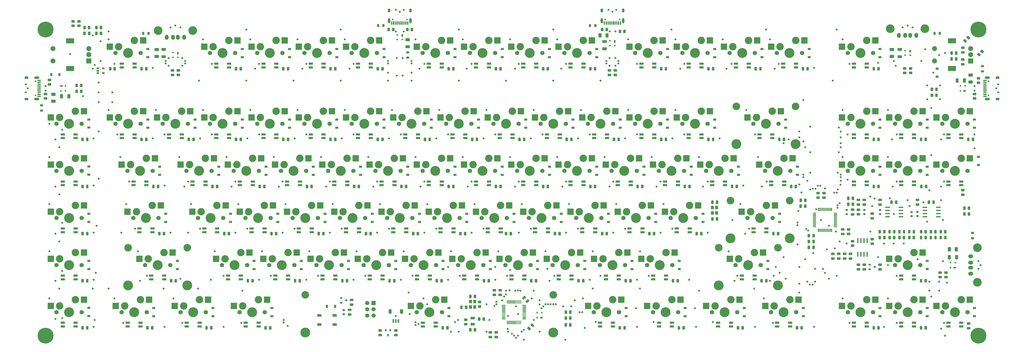
<source format=gbs>
%TF.GenerationSoftware,KiCad,Pcbnew,(5.1.10)-1*%
%TF.CreationDate,2021-10-23T23:06:02-04:00*%
%TF.ProjectId,custom_keyboard (f303_ fe2.1),63757374-6f6d-45f6-9b65-79626f617264,rev?*%
%TF.SameCoordinates,Original*%
%TF.FileFunction,Soldermask,Bot*%
%TF.FilePolarity,Negative*%
%FSLAX46Y46*%
G04 Gerber Fmt 4.6, Leading zero omitted, Abs format (unit mm)*
G04 Created by KiCad (PCBNEW (5.1.10)-1) date 2021-10-23 23:06:02*
%MOMM*%
%LPD*%
G01*
G04 APERTURE LIST*
%ADD10C,4.000000*%
%ADD11C,1.750000*%
%ADD12C,3.000000*%
%ADD13R,2.550000X2.500000*%
%ADD14R,1.800000X0.900000*%
%ADD15O,1.950000X0.568000*%
%ADD16R,0.600000X1.450000*%
%ADD17R,0.300000X1.450000*%
%ADD18C,0.650000*%
%ADD19O,1.000000X2.100000*%
%ADD20O,1.000000X1.600000*%
%ADD21C,3.987800*%
%ADD22C,3.048000*%
%ADD23C,3.500000*%
%ADD24O,2.000000X1.500000*%
%ADD25R,1.450000X0.600000*%
%ADD26R,1.450000X0.300000*%
%ADD27O,2.100000X1.000000*%
%ADD28O,1.600000X1.000000*%
%ADD29R,1.800000X1.000000*%
%ADD30R,1.060000X0.650000*%
%ADD31R,1.200000X0.900000*%
%ADD32R,0.900000X1.200000*%
%ADD33C,2.000000*%
%ADD34R,3.200000X2.000000*%
%ADD35R,2.000000X2.000000*%
%ADD36R,0.700000X1.000000*%
%ADD37R,0.700000X0.600000*%
%ADD38O,0.588000X2.045000*%
%ADD39R,1.200000X1.400000*%
%ADD40O,1.500000X2.000000*%
%ADD41R,0.900000X0.800000*%
%ADD42R,1.800000X1.100000*%
%ADD43R,0.800000X0.900000*%
%ADD44R,0.600000X0.700000*%
%ADD45R,1.000000X0.700000*%
%ADD46O,1.500000X0.270000*%
%ADD47O,0.270000X1.500000*%
%ADD48C,6.400000*%
%ADD49C,1.700000*%
%ADD50R,1.700000X1.700000*%
%ADD51C,0.800000*%
G04 APERTURE END LIST*
D10*
%TO.C,MX78*%
X427010600Y-253984000D03*
D11*
X421930600Y-253984000D03*
X432090600Y-253984000D03*
D12*
X423200600Y-251444000D03*
X429550600Y-248904000D03*
D13*
X419600600Y-251444000D03*
X433025600Y-248904000D03*
D14*
X424410600Y-258284000D03*
X424410600Y-259784000D03*
X429610600Y-258284000D03*
X429610600Y-259784000D03*
%TD*%
%TO.C,R26*%
G36*
G01*
X433760200Y-240941102D02*
X433760200Y-240041098D01*
G75*
G02*
X434010198Y-239791100I249998J0D01*
G01*
X434535202Y-239791100D01*
G75*
G02*
X434785200Y-240041098I0J-249998D01*
G01*
X434785200Y-240941102D01*
G75*
G02*
X434535202Y-241191100I-249998J0D01*
G01*
X434010198Y-241191100D01*
G75*
G02*
X433760200Y-240941102I0J249998D01*
G01*
G37*
G36*
G01*
X431935200Y-240941102D02*
X431935200Y-240041098D01*
G75*
G02*
X432185198Y-239791100I249998J0D01*
G01*
X432710202Y-239791100D01*
G75*
G02*
X432960200Y-240041098I0J-249998D01*
G01*
X432960200Y-240941102D01*
G75*
G02*
X432710202Y-241191100I-249998J0D01*
G01*
X432185198Y-241191100D01*
G75*
G02*
X431935200Y-240941102I0J249998D01*
G01*
G37*
%TD*%
D15*
%TO.C,U15*%
X418898801Y-234459100D03*
X418898801Y-233189100D03*
X418898801Y-231919100D03*
X418898801Y-230649100D03*
X424308801Y-234459100D03*
X424308801Y-233189100D03*
X424308801Y-231919100D03*
X424308801Y-230649100D03*
%TD*%
%TO.C,U14*%
X433979101Y-234459100D03*
X433979101Y-233189100D03*
X433979101Y-231919100D03*
X433979101Y-230649100D03*
X439389101Y-234459100D03*
X439389101Y-233189100D03*
X439389101Y-231919100D03*
X439389101Y-230649100D03*
%TD*%
%TO.C,R56*%
G36*
G01*
X415623800Y-232979100D02*
X416173800Y-232979100D01*
G75*
G02*
X416373800Y-233179100I0J-200000D01*
G01*
X416373800Y-233579100D01*
G75*
G02*
X416173800Y-233779100I-200000J0D01*
G01*
X415623800Y-233779100D01*
G75*
G02*
X415423800Y-233579100I0J200000D01*
G01*
X415423800Y-233179100D01*
G75*
G02*
X415623800Y-232979100I200000J0D01*
G01*
G37*
G36*
G01*
X415623800Y-231329100D02*
X416173800Y-231329100D01*
G75*
G02*
X416373800Y-231529100I0J-200000D01*
G01*
X416373800Y-231929100D01*
G75*
G02*
X416173800Y-232129100I-200000J0D01*
G01*
X415623800Y-232129100D01*
G75*
G02*
X415423800Y-231929100I0J200000D01*
G01*
X415423800Y-231529100D01*
G75*
G02*
X415623800Y-231329100I200000J0D01*
G01*
G37*
%TD*%
%TO.C,R55*%
G36*
G01*
X428323000Y-233804100D02*
X428873000Y-233804100D01*
G75*
G02*
X429073000Y-234004100I0J-200000D01*
G01*
X429073000Y-234404100D01*
G75*
G02*
X428873000Y-234604100I-200000J0D01*
G01*
X428323000Y-234604100D01*
G75*
G02*
X428123000Y-234404100I0J200000D01*
G01*
X428123000Y-234004100D01*
G75*
G02*
X428323000Y-233804100I200000J0D01*
G01*
G37*
G36*
G01*
X428323000Y-232154100D02*
X428873000Y-232154100D01*
G75*
G02*
X429073000Y-232354100I0J-200000D01*
G01*
X429073000Y-232754100D01*
G75*
G02*
X428873000Y-232954100I-200000J0D01*
G01*
X428323000Y-232954100D01*
G75*
G02*
X428123000Y-232754100I0J200000D01*
G01*
X428123000Y-232354100D01*
G75*
G02*
X428323000Y-232154100I200000J0D01*
G01*
G37*
%TD*%
%TO.C,R54*%
G36*
G01*
X430704100Y-233772800D02*
X431254100Y-233772800D01*
G75*
G02*
X431454100Y-233972800I0J-200000D01*
G01*
X431454100Y-234372800D01*
G75*
G02*
X431254100Y-234572800I-200000J0D01*
G01*
X430704100Y-234572800D01*
G75*
G02*
X430504100Y-234372800I0J200000D01*
G01*
X430504100Y-233972800D01*
G75*
G02*
X430704100Y-233772800I200000J0D01*
G01*
G37*
G36*
G01*
X430704100Y-232122800D02*
X431254100Y-232122800D01*
G75*
G02*
X431454100Y-232322800I0J-200000D01*
G01*
X431454100Y-232722800D01*
G75*
G02*
X431254100Y-232922800I-200000J0D01*
G01*
X430704100Y-232922800D01*
G75*
G02*
X430504100Y-232722800I0J200000D01*
G01*
X430504100Y-232322800D01*
G75*
G02*
X430704100Y-232122800I200000J0D01*
G01*
G37*
%TD*%
%TO.C,F5*%
G36*
G01*
X83169800Y-185557100D02*
X81919800Y-185557100D01*
G75*
G02*
X81669800Y-185307100I0J250000D01*
G01*
X81669800Y-184557100D01*
G75*
G02*
X81919800Y-184307100I250000J0D01*
G01*
X83169800Y-184307100D01*
G75*
G02*
X83419800Y-184557100I0J-250000D01*
G01*
X83419800Y-185307100D01*
G75*
G02*
X83169800Y-185557100I-250000J0D01*
G01*
G37*
G36*
G01*
X83169800Y-188357100D02*
X81919800Y-188357100D01*
G75*
G02*
X81669800Y-188107100I0J250000D01*
G01*
X81669800Y-187357100D01*
G75*
G02*
X81919800Y-187107100I250000J0D01*
G01*
X83169800Y-187107100D01*
G75*
G02*
X83419800Y-187357100I0J-250000D01*
G01*
X83419800Y-188107100D01*
G75*
G02*
X83169800Y-188357100I-250000J0D01*
G01*
G37*
%TD*%
%TO.C,C47*%
G36*
G01*
X421004700Y-228110600D02*
X421004700Y-229060600D01*
G75*
G02*
X420754700Y-229310600I-250000J0D01*
G01*
X420254700Y-229310600D01*
G75*
G02*
X420004700Y-229060600I0J250000D01*
G01*
X420004700Y-228110600D01*
G75*
G02*
X420254700Y-227860600I250000J0D01*
G01*
X420754700Y-227860600D01*
G75*
G02*
X421004700Y-228110600I0J-250000D01*
G01*
G37*
G36*
G01*
X422904700Y-228110600D02*
X422904700Y-229060600D01*
G75*
G02*
X422654700Y-229310600I-250000J0D01*
G01*
X422154700Y-229310600D01*
G75*
G02*
X421904700Y-229060600I0J250000D01*
G01*
X421904700Y-228110600D01*
G75*
G02*
X422154700Y-227860600I250000J0D01*
G01*
X422654700Y-227860600D01*
G75*
G02*
X422904700Y-228110600I0J-250000D01*
G01*
G37*
%TD*%
%TO.C,C46*%
G36*
G01*
X416373800Y-228135600D02*
X415423800Y-228135600D01*
G75*
G02*
X415173800Y-227885600I0J250000D01*
G01*
X415173800Y-227385600D01*
G75*
G02*
X415423800Y-227135600I250000J0D01*
G01*
X416373800Y-227135600D01*
G75*
G02*
X416623800Y-227385600I0J-250000D01*
G01*
X416623800Y-227885600D01*
G75*
G02*
X416373800Y-228135600I-250000J0D01*
G01*
G37*
G36*
G01*
X416373800Y-230035600D02*
X415423800Y-230035600D01*
G75*
G02*
X415173800Y-229785600I0J250000D01*
G01*
X415173800Y-229285600D01*
G75*
G02*
X415423800Y-229035600I250000J0D01*
G01*
X416373800Y-229035600D01*
G75*
G02*
X416623800Y-229285600I0J-250000D01*
G01*
X416623800Y-229785600D01*
G75*
G02*
X416373800Y-230035600I-250000J0D01*
G01*
G37*
%TD*%
%TO.C,C45*%
G36*
G01*
X436085000Y-228110600D02*
X436085000Y-229060600D01*
G75*
G02*
X435835000Y-229310600I-250000J0D01*
G01*
X435335000Y-229310600D01*
G75*
G02*
X435085000Y-229060600I0J250000D01*
G01*
X435085000Y-228110600D01*
G75*
G02*
X435335000Y-227860600I250000J0D01*
G01*
X435835000Y-227860600D01*
G75*
G02*
X436085000Y-228110600I0J-250000D01*
G01*
G37*
G36*
G01*
X437985000Y-228110600D02*
X437985000Y-229060600D01*
G75*
G02*
X437735000Y-229310600I-250000J0D01*
G01*
X437235000Y-229310600D01*
G75*
G02*
X436985000Y-229060600I0J250000D01*
G01*
X436985000Y-228110600D01*
G75*
G02*
X437235000Y-227860600I250000J0D01*
G01*
X437735000Y-227860600D01*
G75*
G02*
X437985000Y-228110600I0J-250000D01*
G01*
G37*
%TD*%
%TO.C,C44*%
G36*
G01*
X431454100Y-228135600D02*
X430504100Y-228135600D01*
G75*
G02*
X430254100Y-227885600I0J250000D01*
G01*
X430254100Y-227385600D01*
G75*
G02*
X430504100Y-227135600I250000J0D01*
G01*
X431454100Y-227135600D01*
G75*
G02*
X431704100Y-227385600I0J-250000D01*
G01*
X431704100Y-227885600D01*
G75*
G02*
X431454100Y-228135600I-250000J0D01*
G01*
G37*
G36*
G01*
X431454100Y-230035600D02*
X430504100Y-230035600D01*
G75*
G02*
X430254100Y-229785600I0J250000D01*
G01*
X430254100Y-229285600D01*
G75*
G02*
X430504100Y-229035600I250000J0D01*
G01*
X431454100Y-229035600D01*
G75*
G02*
X431704100Y-229285600I0J-250000D01*
G01*
X431704100Y-229785600D01*
G75*
G02*
X431454100Y-230035600I-250000J0D01*
G01*
G37*
%TD*%
D14*
%TO.C,MX19*%
X172451800Y-202637600D03*
X172451800Y-201137600D03*
X167251800Y-202637600D03*
X167251800Y-201137600D03*
D13*
X175866800Y-191757600D03*
X162441800Y-194297600D03*
D12*
X172391800Y-191757600D03*
X166041800Y-194297600D03*
D11*
X174931800Y-196837600D03*
X164771800Y-196837600D03*
D10*
X169851800Y-196837600D03*
%TD*%
D16*
%TO.C,USB1*%
X225461000Y-156116900D03*
X219011000Y-156116900D03*
X224686000Y-156116900D03*
X219786000Y-156116900D03*
D17*
X220486000Y-156116900D03*
X223986000Y-156116900D03*
X220986000Y-156116900D03*
X223486000Y-156116900D03*
X221486000Y-156116900D03*
X222986000Y-156116900D03*
X222486000Y-156116900D03*
X221986000Y-156116900D03*
D18*
X225126000Y-154671900D03*
X219346000Y-154671900D03*
D19*
X217916000Y-155201900D03*
X226556000Y-155201900D03*
D20*
X217916000Y-151021900D03*
X226556000Y-151021900D03*
%TD*%
%TO.C,R51*%
G36*
G01*
X450421600Y-232897799D02*
X450421600Y-233797801D01*
G75*
G02*
X450171601Y-234047800I-249999J0D01*
G01*
X449646599Y-234047800D01*
G75*
G02*
X449396600Y-233797801I0J249999D01*
G01*
X449396600Y-232897799D01*
G75*
G02*
X449646599Y-232647800I249999J0D01*
G01*
X450171601Y-232647800D01*
G75*
G02*
X450421600Y-232897799I0J-249999D01*
G01*
G37*
G36*
G01*
X452246600Y-232897799D02*
X452246600Y-233797801D01*
G75*
G02*
X451996601Y-234047800I-249999J0D01*
G01*
X451471599Y-234047800D01*
G75*
G02*
X451221600Y-233797801I0J249999D01*
G01*
X451221600Y-232897799D01*
G75*
G02*
X451471599Y-232647800I249999J0D01*
G01*
X451996601Y-232647800D01*
G75*
G02*
X452246600Y-232897799I0J-249999D01*
G01*
G37*
%TD*%
%TO.C,R53*%
G36*
G01*
X404336999Y-245653300D02*
X405237001Y-245653300D01*
G75*
G02*
X405487000Y-245903299I0J-249999D01*
G01*
X405487000Y-246428301D01*
G75*
G02*
X405237001Y-246678300I-249999J0D01*
G01*
X404336999Y-246678300D01*
G75*
G02*
X404087000Y-246428301I0J249999D01*
G01*
X404087000Y-245903299D01*
G75*
G02*
X404336999Y-245653300I249999J0D01*
G01*
G37*
G36*
G01*
X404336999Y-243828300D02*
X405237001Y-243828300D01*
G75*
G02*
X405487000Y-244078299I0J-249999D01*
G01*
X405487000Y-244603301D01*
G75*
G02*
X405237001Y-244853300I-249999J0D01*
G01*
X404336999Y-244853300D01*
G75*
G02*
X404087000Y-244603301I0J249999D01*
G01*
X404087000Y-244078299D01*
G75*
G02*
X404336999Y-243828300I249999J0D01*
G01*
G37*
%TD*%
%TO.C,R52*%
G36*
G01*
X412273999Y-244859600D02*
X413174001Y-244859600D01*
G75*
G02*
X413424000Y-245109599I0J-249999D01*
G01*
X413424000Y-245634601D01*
G75*
G02*
X413174001Y-245884600I-249999J0D01*
G01*
X412273999Y-245884600D01*
G75*
G02*
X412024000Y-245634601I0J249999D01*
G01*
X412024000Y-245109599D01*
G75*
G02*
X412273999Y-244859600I249999J0D01*
G01*
G37*
G36*
G01*
X412273999Y-243034600D02*
X413174001Y-243034600D01*
G75*
G02*
X413424000Y-243284599I0J-249999D01*
G01*
X413424000Y-243809601D01*
G75*
G02*
X413174001Y-244059600I-249999J0D01*
G01*
X412273999Y-244059600D01*
G75*
G02*
X412024000Y-243809601I0J249999D01*
G01*
X412024000Y-243284599D01*
G75*
G02*
X412273999Y-243034600I249999J0D01*
G01*
G37*
%TD*%
%TO.C,R50*%
G36*
G01*
X451221600Y-231416701D02*
X451221600Y-230516699D01*
G75*
G02*
X451471599Y-230266700I249999J0D01*
G01*
X451996601Y-230266700D01*
G75*
G02*
X452246600Y-230516699I0J-249999D01*
G01*
X452246600Y-231416701D01*
G75*
G02*
X451996601Y-231666700I-249999J0D01*
G01*
X451471599Y-231666700D01*
G75*
G02*
X451221600Y-231416701I0J249999D01*
G01*
G37*
G36*
G01*
X449396600Y-231416701D02*
X449396600Y-230516699D01*
G75*
G02*
X449646599Y-230266700I249999J0D01*
G01*
X450171601Y-230266700D01*
G75*
G02*
X450421600Y-230516699I0J-249999D01*
G01*
X450421600Y-231416701D01*
G75*
G02*
X450171601Y-231666700I-249999J0D01*
G01*
X449646599Y-231666700D01*
G75*
G02*
X449396600Y-231416701I0J249999D01*
G01*
G37*
%TD*%
%TO.C,FB8*%
G36*
G01*
X225792050Y-168433100D02*
X225029550Y-168433100D01*
G75*
G02*
X224810800Y-168214350I0J218750D01*
G01*
X224810800Y-167776850D01*
G75*
G02*
X225029550Y-167558100I218750J0D01*
G01*
X225792050Y-167558100D01*
G75*
G02*
X226010800Y-167776850I0J-218750D01*
G01*
X226010800Y-168214350D01*
G75*
G02*
X225792050Y-168433100I-218750J0D01*
G01*
G37*
G36*
G01*
X225792050Y-170558100D02*
X225029550Y-170558100D01*
G75*
G02*
X224810800Y-170339350I0J218750D01*
G01*
X224810800Y-169901850D01*
G75*
G02*
X225029550Y-169683100I218750J0D01*
G01*
X225792050Y-169683100D01*
G75*
G02*
X226010800Y-169901850I0J-218750D01*
G01*
X226010800Y-170339350D01*
G75*
G02*
X225792050Y-170558100I-218750J0D01*
G01*
G37*
%TD*%
D10*
%TO.C,MX83*%
X234141500Y-273032800D03*
D11*
X229061500Y-273032800D03*
X239221500Y-273032800D03*
D12*
X230331500Y-270492800D03*
X236681500Y-267952800D03*
D13*
X226731500Y-270492800D03*
X240156500Y-267952800D03*
D14*
X231541500Y-277332800D03*
X231541500Y-278832800D03*
X236741500Y-277332800D03*
X236741500Y-278832800D03*
D21*
X184135250Y-281313200D03*
D22*
X184135250Y-266073200D03*
D21*
X284135050Y-281313200D03*
D22*
X284135050Y-266073200D03*
%TD*%
D10*
%TO.C,MX84*%
X305574500Y-273032800D03*
D11*
X300494500Y-273032800D03*
X310654500Y-273032800D03*
D12*
X301764500Y-270492800D03*
X308114500Y-267952800D03*
D13*
X298164500Y-270492800D03*
X311589500Y-267952800D03*
D14*
X302974500Y-277332800D03*
X302974500Y-278832800D03*
X308174500Y-277332800D03*
X308174500Y-278832800D03*
%TD*%
D23*
%TO.C,USB4*%
X455119000Y-246984000D03*
D24*
X452409000Y-257484000D03*
X452409000Y-254984000D03*
X452409000Y-252984000D03*
D23*
X455119000Y-260984000D03*
D24*
X452409000Y-250484000D03*
%TD*%
D10*
%TO.C,MX32*%
X446059400Y-196837600D03*
D11*
X440979400Y-196837600D03*
X451139400Y-196837600D03*
D12*
X442249400Y-194297600D03*
X448599400Y-191757600D03*
D13*
X438649400Y-194297600D03*
X452074400Y-191757600D03*
D14*
X443459400Y-201137600D03*
X443459400Y-202637600D03*
X448659400Y-201137600D03*
X448659400Y-202637600D03*
%TD*%
%TO.C,J2*%
G36*
G01*
X219348600Y-277245200D02*
X219348600Y-275995200D01*
G75*
G02*
X219498600Y-275845200I150000J0D01*
G01*
X219798600Y-275845200D01*
G75*
G02*
X219948600Y-275995200I0J-150000D01*
G01*
X219948600Y-277245200D01*
G75*
G02*
X219798600Y-277395200I-150000J0D01*
G01*
X219498600Y-277395200D01*
G75*
G02*
X219348600Y-277245200I0J150000D01*
G01*
G37*
G36*
G01*
X220348600Y-277245200D02*
X220348600Y-275995200D01*
G75*
G02*
X220498600Y-275845200I150000J0D01*
G01*
X220798600Y-275845200D01*
G75*
G02*
X220948600Y-275995200I0J-150000D01*
G01*
X220948600Y-277245200D01*
G75*
G02*
X220798600Y-277395200I-150000J0D01*
G01*
X220498600Y-277395200D01*
G75*
G02*
X220348600Y-277245200I0J150000D01*
G01*
G37*
G36*
G01*
X221348600Y-277245200D02*
X221348600Y-275995200D01*
G75*
G02*
X221498600Y-275845200I150000J0D01*
G01*
X221798600Y-275845200D01*
G75*
G02*
X221948600Y-275995200I0J-150000D01*
G01*
X221948600Y-277245200D01*
G75*
G02*
X221798600Y-277395200I-150000J0D01*
G01*
X221498600Y-277395200D01*
G75*
G02*
X221348600Y-277245200I0J150000D01*
G01*
G37*
G36*
G01*
X217748600Y-273395201D02*
X217748600Y-272095199D01*
G75*
G02*
X217998599Y-271845200I249999J0D01*
G01*
X218698601Y-271845200D01*
G75*
G02*
X218948600Y-272095199I0J-249999D01*
G01*
X218948600Y-273395201D01*
G75*
G02*
X218698601Y-273645200I-249999J0D01*
G01*
X217998599Y-273645200D01*
G75*
G02*
X217748600Y-273395201I0J249999D01*
G01*
G37*
G36*
G01*
X222348600Y-273395201D02*
X222348600Y-272095199D01*
G75*
G02*
X222598599Y-271845200I249999J0D01*
G01*
X223298601Y-271845200D01*
G75*
G02*
X223548600Y-272095199I0J-249999D01*
G01*
X223548600Y-273395201D01*
G75*
G02*
X223298601Y-273645200I-249999J0D01*
G01*
X222598599Y-273645200D01*
G75*
G02*
X222348600Y-273395201I0J249999D01*
G01*
G37*
%TD*%
D25*
%TO.C,USB7*%
X458206900Y-185776000D03*
X458206900Y-179326000D03*
X458206900Y-185001000D03*
X458206900Y-180101000D03*
D26*
X458206900Y-180801000D03*
X458206900Y-184301000D03*
X458206900Y-181301000D03*
X458206900Y-183801000D03*
X458206900Y-181801000D03*
X458206900Y-183301000D03*
X458206900Y-182801000D03*
X458206900Y-182301000D03*
D18*
X459651900Y-185441000D03*
X459651900Y-179661000D03*
D27*
X459121900Y-178231000D03*
X459121900Y-186871000D03*
D28*
X463301900Y-178231000D03*
X463301900Y-186871000D03*
%TD*%
D29*
%TO.C,Y2*%
X251602900Y-275413900D03*
X251602900Y-277913900D03*
%TD*%
D30*
%TO.C,U12*%
X100493600Y-176357700D03*
X100493600Y-175407700D03*
X100493600Y-174457700D03*
X102693600Y-174457700D03*
X102693600Y-176357700D03*
%TD*%
%TO.C,R30*%
G36*
G01*
X199340550Y-271807800D02*
X199890550Y-271807800D01*
G75*
G02*
X200090550Y-272007800I0J-200000D01*
G01*
X200090550Y-272407800D01*
G75*
G02*
X199890550Y-272607800I-200000J0D01*
G01*
X199340550Y-272607800D01*
G75*
G02*
X199140550Y-272407800I0J200000D01*
G01*
X199140550Y-272007800D01*
G75*
G02*
X199340550Y-271807800I200000J0D01*
G01*
G37*
G36*
G01*
X199340550Y-273457800D02*
X199890550Y-273457800D01*
G75*
G02*
X200090550Y-273657800I0J-200000D01*
G01*
X200090550Y-274057800D01*
G75*
G02*
X199890550Y-274257800I-200000J0D01*
G01*
X199340550Y-274257800D01*
G75*
G02*
X199140550Y-274057800I0J200000D01*
G01*
X199140550Y-273657800D01*
G75*
G02*
X199340550Y-273457800I200000J0D01*
G01*
G37*
%TD*%
%TO.C,R23*%
G36*
G01*
X409824200Y-233779100D02*
X409274200Y-233779100D01*
G75*
G02*
X409074200Y-233579100I0J200000D01*
G01*
X409074200Y-233179100D01*
G75*
G02*
X409274200Y-232979100I200000J0D01*
G01*
X409824200Y-232979100D01*
G75*
G02*
X410024200Y-233179100I0J-200000D01*
G01*
X410024200Y-233579100D01*
G75*
G02*
X409824200Y-233779100I-200000J0D01*
G01*
G37*
G36*
G01*
X409824200Y-232129100D02*
X409274200Y-232129100D01*
G75*
G02*
X409074200Y-231929100I0J200000D01*
G01*
X409074200Y-231529100D01*
G75*
G02*
X409274200Y-231329100I200000J0D01*
G01*
X409824200Y-231329100D01*
G75*
G02*
X410024200Y-231529100I0J-200000D01*
G01*
X410024200Y-231929100D01*
G75*
G02*
X409824200Y-232129100I-200000J0D01*
G01*
G37*
%TD*%
%TO.C,R21*%
G36*
G01*
X402130900Y-231329100D02*
X402680900Y-231329100D01*
G75*
G02*
X402880900Y-231529100I0J-200000D01*
G01*
X402880900Y-231929100D01*
G75*
G02*
X402680900Y-232129100I-200000J0D01*
G01*
X402130900Y-232129100D01*
G75*
G02*
X401930900Y-231929100I0J200000D01*
G01*
X401930900Y-231529100D01*
G75*
G02*
X402130900Y-231329100I200000J0D01*
G01*
G37*
G36*
G01*
X402130900Y-232979100D02*
X402680900Y-232979100D01*
G75*
G02*
X402880900Y-233179100I0J-200000D01*
G01*
X402880900Y-233579100D01*
G75*
G02*
X402680900Y-233779100I-200000J0D01*
G01*
X402130900Y-233779100D01*
G75*
G02*
X401930900Y-233579100I0J200000D01*
G01*
X401930900Y-233179100D01*
G75*
G02*
X402130900Y-232979100I200000J0D01*
G01*
G37*
%TD*%
%TO.C,UD7*%
G36*
G01*
X441747200Y-243328450D02*
X441747200Y-242415950D01*
G75*
G02*
X441990950Y-242172200I243750J0D01*
G01*
X442478450Y-242172200D01*
G75*
G02*
X442722200Y-242415950I0J-243750D01*
G01*
X442722200Y-243328450D01*
G75*
G02*
X442478450Y-243572200I-243750J0D01*
G01*
X441990950Y-243572200D01*
G75*
G02*
X441747200Y-243328450I0J243750D01*
G01*
G37*
G36*
G01*
X439872200Y-243328450D02*
X439872200Y-242415950D01*
G75*
G02*
X440115950Y-242172200I243750J0D01*
G01*
X440603450Y-242172200D01*
G75*
G02*
X440847200Y-242415950I0J-243750D01*
G01*
X440847200Y-243328450D01*
G75*
G02*
X440603450Y-243572200I-243750J0D01*
G01*
X440115950Y-243572200D01*
G75*
G02*
X439872200Y-243328450I0J243750D01*
G01*
G37*
%TD*%
%TO.C,UD6*%
G36*
G01*
X437778700Y-243328450D02*
X437778700Y-242415950D01*
G75*
G02*
X438022450Y-242172200I243750J0D01*
G01*
X438509950Y-242172200D01*
G75*
G02*
X438753700Y-242415950I0J-243750D01*
G01*
X438753700Y-243328450D01*
G75*
G02*
X438509950Y-243572200I-243750J0D01*
G01*
X438022450Y-243572200D01*
G75*
G02*
X437778700Y-243328450I0J243750D01*
G01*
G37*
G36*
G01*
X435903700Y-243328450D02*
X435903700Y-242415950D01*
G75*
G02*
X436147450Y-242172200I243750J0D01*
G01*
X436634950Y-242172200D01*
G75*
G02*
X436878700Y-242415950I0J-243750D01*
G01*
X436878700Y-243328450D01*
G75*
G02*
X436634950Y-243572200I-243750J0D01*
G01*
X436147450Y-243572200D01*
G75*
G02*
X435903700Y-243328450I0J243750D01*
G01*
G37*
%TD*%
%TO.C,UD5*%
G36*
G01*
X433810200Y-243328450D02*
X433810200Y-242415950D01*
G75*
G02*
X434053950Y-242172200I243750J0D01*
G01*
X434541450Y-242172200D01*
G75*
G02*
X434785200Y-242415950I0J-243750D01*
G01*
X434785200Y-243328450D01*
G75*
G02*
X434541450Y-243572200I-243750J0D01*
G01*
X434053950Y-243572200D01*
G75*
G02*
X433810200Y-243328450I0J243750D01*
G01*
G37*
G36*
G01*
X431935200Y-243328450D02*
X431935200Y-242415950D01*
G75*
G02*
X432178950Y-242172200I243750J0D01*
G01*
X432666450Y-242172200D01*
G75*
G02*
X432910200Y-242415950I0J-243750D01*
G01*
X432910200Y-243328450D01*
G75*
G02*
X432666450Y-243572200I-243750J0D01*
G01*
X432178950Y-243572200D01*
G75*
G02*
X431935200Y-243328450I0J243750D01*
G01*
G37*
%TD*%
%TO.C,UD4*%
G36*
G01*
X428148000Y-240034850D02*
X428148000Y-240947350D01*
G75*
G02*
X427904250Y-241191100I-243750J0D01*
G01*
X427416750Y-241191100D01*
G75*
G02*
X427173000Y-240947350I0J243750D01*
G01*
X427173000Y-240034850D01*
G75*
G02*
X427416750Y-239791100I243750J0D01*
G01*
X427904250Y-239791100D01*
G75*
G02*
X428148000Y-240034850I0J-243750D01*
G01*
G37*
G36*
G01*
X430023000Y-240034850D02*
X430023000Y-240947350D01*
G75*
G02*
X429779250Y-241191100I-243750J0D01*
G01*
X429291750Y-241191100D01*
G75*
G02*
X429048000Y-240947350I0J243750D01*
G01*
X429048000Y-240034850D01*
G75*
G02*
X429291750Y-239791100I243750J0D01*
G01*
X429779250Y-239791100D01*
G75*
G02*
X430023000Y-240034850I0J-243750D01*
G01*
G37*
%TD*%
%TO.C,UD3*%
G36*
G01*
X424179500Y-240034850D02*
X424179500Y-240947350D01*
G75*
G02*
X423935750Y-241191100I-243750J0D01*
G01*
X423448250Y-241191100D01*
G75*
G02*
X423204500Y-240947350I0J243750D01*
G01*
X423204500Y-240034850D01*
G75*
G02*
X423448250Y-239791100I243750J0D01*
G01*
X423935750Y-239791100D01*
G75*
G02*
X424179500Y-240034850I0J-243750D01*
G01*
G37*
G36*
G01*
X426054500Y-240034850D02*
X426054500Y-240947350D01*
G75*
G02*
X425810750Y-241191100I-243750J0D01*
G01*
X425323250Y-241191100D01*
G75*
G02*
X425079500Y-240947350I0J243750D01*
G01*
X425079500Y-240034850D01*
G75*
G02*
X425323250Y-239791100I243750J0D01*
G01*
X425810750Y-239791100D01*
G75*
G02*
X426054500Y-240034850I0J-243750D01*
G01*
G37*
%TD*%
%TO.C,UD2*%
G36*
G01*
X420211000Y-240034850D02*
X420211000Y-240947350D01*
G75*
G02*
X419967250Y-241191100I-243750J0D01*
G01*
X419479750Y-241191100D01*
G75*
G02*
X419236000Y-240947350I0J243750D01*
G01*
X419236000Y-240034850D01*
G75*
G02*
X419479750Y-239791100I243750J0D01*
G01*
X419967250Y-239791100D01*
G75*
G02*
X420211000Y-240034850I0J-243750D01*
G01*
G37*
G36*
G01*
X422086000Y-240034850D02*
X422086000Y-240947350D01*
G75*
G02*
X421842250Y-241191100I-243750J0D01*
G01*
X421354750Y-241191100D01*
G75*
G02*
X421111000Y-240947350I0J243750D01*
G01*
X421111000Y-240034850D01*
G75*
G02*
X421354750Y-239791100I243750J0D01*
G01*
X421842250Y-239791100D01*
G75*
G02*
X422086000Y-240034850I0J-243750D01*
G01*
G37*
%TD*%
%TO.C,UD1*%
G36*
G01*
X416242500Y-240034850D02*
X416242500Y-240947350D01*
G75*
G02*
X415998750Y-241191100I-243750J0D01*
G01*
X415511250Y-241191100D01*
G75*
G02*
X415267500Y-240947350I0J243750D01*
G01*
X415267500Y-240034850D01*
G75*
G02*
X415511250Y-239791100I243750J0D01*
G01*
X415998750Y-239791100D01*
G75*
G02*
X416242500Y-240034850I0J-243750D01*
G01*
G37*
G36*
G01*
X418117500Y-240034850D02*
X418117500Y-240947350D01*
G75*
G02*
X417873750Y-241191100I-243750J0D01*
G01*
X417386250Y-241191100D01*
G75*
G02*
X417142500Y-240947350I0J243750D01*
G01*
X417142500Y-240034850D01*
G75*
G02*
X417386250Y-239791100I243750J0D01*
G01*
X417873750Y-239791100D01*
G75*
G02*
X418117500Y-240034850I0J-243750D01*
G01*
G37*
%TD*%
%TO.C,D10*%
G36*
G01*
X400362250Y-239066100D02*
X401274750Y-239066100D01*
G75*
G02*
X401518500Y-239309850I0J-243750D01*
G01*
X401518500Y-239797350D01*
G75*
G02*
X401274750Y-240041100I-243750J0D01*
G01*
X400362250Y-240041100D01*
G75*
G02*
X400118500Y-239797350I0J243750D01*
G01*
X400118500Y-239309850D01*
G75*
G02*
X400362250Y-239066100I243750J0D01*
G01*
G37*
G36*
G01*
X400362250Y-240941100D02*
X401274750Y-240941100D01*
G75*
G02*
X401518500Y-241184850I0J-243750D01*
G01*
X401518500Y-241672350D01*
G75*
G02*
X401274750Y-241916100I-243750J0D01*
G01*
X400362250Y-241916100D01*
G75*
G02*
X400118500Y-241672350I0J243750D01*
G01*
X400118500Y-241184850D01*
G75*
G02*
X400362250Y-240941100I243750J0D01*
G01*
G37*
%TD*%
%TO.C,C34*%
G36*
G01*
X443215700Y-251459201D02*
X443215700Y-250159199D01*
G75*
G02*
X443465699Y-249909200I249999J0D01*
G01*
X444115701Y-249909200D01*
G75*
G02*
X444365700Y-250159199I0J-249999D01*
G01*
X444365700Y-251459201D01*
G75*
G02*
X444115701Y-251709200I-249999J0D01*
G01*
X443465699Y-251709200D01*
G75*
G02*
X443215700Y-251459201I0J249999D01*
G01*
G37*
G36*
G01*
X446165700Y-251459201D02*
X446165700Y-250159199D01*
G75*
G02*
X446415699Y-249909200I249999J0D01*
G01*
X447065701Y-249909200D01*
G75*
G02*
X447315700Y-250159199I0J-249999D01*
G01*
X447315700Y-251459201D01*
G75*
G02*
X447065701Y-251709200I-249999J0D01*
G01*
X446415699Y-251709200D01*
G75*
G02*
X446165700Y-251459201I0J249999D01*
G01*
G37*
%TD*%
%TO.C,C25*%
G36*
G01*
X126341999Y-166214400D02*
X127642001Y-166214400D01*
G75*
G02*
X127892000Y-166464399I0J-249999D01*
G01*
X127892000Y-167114401D01*
G75*
G02*
X127642001Y-167364400I-249999J0D01*
G01*
X126341999Y-167364400D01*
G75*
G02*
X126092000Y-167114401I0J249999D01*
G01*
X126092000Y-166464399D01*
G75*
G02*
X126341999Y-166214400I249999J0D01*
G01*
G37*
G36*
G01*
X126341999Y-169164400D02*
X127642001Y-169164400D01*
G75*
G02*
X127892000Y-169414399I0J-249999D01*
G01*
X127892000Y-170064401D01*
G75*
G02*
X127642001Y-170314400I-249999J0D01*
G01*
X126341999Y-170314400D01*
G75*
G02*
X126092000Y-170064401I0J249999D01*
G01*
X126092000Y-169414399D01*
G75*
G02*
X126341999Y-169164400I249999J0D01*
G01*
G37*
%TD*%
%TO.C,C23*%
G36*
G01*
X85257000Y-186375801D02*
X85257000Y-185075799D01*
G75*
G02*
X85506999Y-184825800I249999J0D01*
G01*
X86157001Y-184825800D01*
G75*
G02*
X86407000Y-185075799I0J-249999D01*
G01*
X86407000Y-186375801D01*
G75*
G02*
X86157001Y-186625800I-249999J0D01*
G01*
X85506999Y-186625800D01*
G75*
G02*
X85257000Y-186375801I0J249999D01*
G01*
G37*
G36*
G01*
X88207000Y-186375801D02*
X88207000Y-185075799D01*
G75*
G02*
X88456999Y-184825800I249999J0D01*
G01*
X89107001Y-184825800D01*
G75*
G02*
X89357000Y-185075799I0J-249999D01*
G01*
X89357000Y-186375801D01*
G75*
G02*
X89107001Y-186625800I-249999J0D01*
G01*
X88456999Y-186625800D01*
G75*
G02*
X88207000Y-186375801I0J249999D01*
G01*
G37*
%TD*%
%TO.C,C13*%
G36*
G01*
X424485801Y-170314400D02*
X423185799Y-170314400D01*
G75*
G02*
X422935800Y-170064401I0J249999D01*
G01*
X422935800Y-169414399D01*
G75*
G02*
X423185799Y-169164400I249999J0D01*
G01*
X424485801Y-169164400D01*
G75*
G02*
X424735800Y-169414399I0J-249999D01*
G01*
X424735800Y-170064401D01*
G75*
G02*
X424485801Y-170314400I-249999J0D01*
G01*
G37*
G36*
G01*
X424485801Y-167364400D02*
X423185799Y-167364400D01*
G75*
G02*
X422935800Y-167114401I0J249999D01*
G01*
X422935800Y-166464399D01*
G75*
G02*
X423185799Y-166214400I249999J0D01*
G01*
X424485801Y-166214400D01*
G75*
G02*
X424735800Y-166464399I0J-249999D01*
G01*
X424735800Y-167114401D01*
G75*
G02*
X424485801Y-167364400I-249999J0D01*
G01*
G37*
%TD*%
%TO.C,C10*%
G36*
G01*
X447540500Y-178726199D02*
X447540500Y-180026201D01*
G75*
G02*
X447290501Y-180276200I-249999J0D01*
G01*
X446640499Y-180276200D01*
G75*
G02*
X446390500Y-180026201I0J249999D01*
G01*
X446390500Y-178726199D01*
G75*
G02*
X446640499Y-178476200I249999J0D01*
G01*
X447290501Y-178476200D01*
G75*
G02*
X447540500Y-178726199I0J-249999D01*
G01*
G37*
G36*
G01*
X450490500Y-178726199D02*
X450490500Y-180026201D01*
G75*
G02*
X450240501Y-180276200I-249999J0D01*
G01*
X449590499Y-180276200D01*
G75*
G02*
X449340500Y-180026201I0J249999D01*
G01*
X449340500Y-178726199D01*
G75*
G02*
X449590499Y-178476200I249999J0D01*
G01*
X450240501Y-178476200D01*
G75*
G02*
X450490500Y-178726199I0J-249999D01*
G01*
G37*
%TD*%
%TO.C,C2*%
G36*
G01*
X304130799Y-163039600D02*
X305430801Y-163039600D01*
G75*
G02*
X305680800Y-163289599I0J-249999D01*
G01*
X305680800Y-163939601D01*
G75*
G02*
X305430801Y-164189600I-249999J0D01*
G01*
X304130799Y-164189600D01*
G75*
G02*
X303880800Y-163939601I0J249999D01*
G01*
X303880800Y-163289599D01*
G75*
G02*
X304130799Y-163039600I249999J0D01*
G01*
G37*
G36*
G01*
X304130799Y-165989600D02*
X305430801Y-165989600D01*
G75*
G02*
X305680800Y-166239599I0J-249999D01*
G01*
X305680800Y-166889601D01*
G75*
G02*
X305430801Y-167139600I-249999J0D01*
G01*
X304130799Y-167139600D01*
G75*
G02*
X303880800Y-166889601I0J249999D01*
G01*
X303880800Y-166239599D01*
G75*
G02*
X304130799Y-165989600I249999J0D01*
G01*
G37*
%TD*%
%TO.C,C7*%
G36*
G01*
X449709200Y-171386050D02*
X448759200Y-171386050D01*
G75*
G02*
X448509200Y-171136050I0J250000D01*
G01*
X448509200Y-170636050D01*
G75*
G02*
X448759200Y-170386050I250000J0D01*
G01*
X449709200Y-170386050D01*
G75*
G02*
X449959200Y-170636050I0J-250000D01*
G01*
X449959200Y-171136050D01*
G75*
G02*
X449709200Y-171386050I-250000J0D01*
G01*
G37*
G36*
G01*
X449709200Y-173286050D02*
X448759200Y-173286050D01*
G75*
G02*
X448509200Y-173036050I0J250000D01*
G01*
X448509200Y-172536050D01*
G75*
G02*
X448759200Y-172286050I250000J0D01*
G01*
X449709200Y-172286050D01*
G75*
G02*
X449959200Y-172536050I0J-250000D01*
G01*
X449959200Y-173036050D01*
G75*
G02*
X449709200Y-173286050I-250000J0D01*
G01*
G37*
%TD*%
%TO.C,C8*%
G36*
G01*
X449709200Y-168523850D02*
X448759200Y-168523850D01*
G75*
G02*
X448509200Y-168273850I0J250000D01*
G01*
X448509200Y-167773850D01*
G75*
G02*
X448759200Y-167523850I250000J0D01*
G01*
X449709200Y-167523850D01*
G75*
G02*
X449959200Y-167773850I0J-250000D01*
G01*
X449959200Y-168273850D01*
G75*
G02*
X449709200Y-168523850I-250000J0D01*
G01*
G37*
G36*
G01*
X449709200Y-166623850D02*
X448759200Y-166623850D01*
G75*
G02*
X448509200Y-166373850I0J250000D01*
G01*
X448509200Y-165873850D01*
G75*
G02*
X448759200Y-165623850I250000J0D01*
G01*
X449709200Y-165623850D01*
G75*
G02*
X449959200Y-165873850I0J-250000D01*
G01*
X449959200Y-166373850D01*
G75*
G02*
X449709200Y-166623850I-250000J0D01*
G01*
G37*
%TD*%
%TO.C,C1*%
G36*
G01*
X246581250Y-271523550D02*
X246581250Y-270573550D01*
G75*
G02*
X246831250Y-270323550I250000J0D01*
G01*
X247331250Y-270323550D01*
G75*
G02*
X247581250Y-270573550I0J-250000D01*
G01*
X247581250Y-271523550D01*
G75*
G02*
X247331250Y-271773550I-250000J0D01*
G01*
X246831250Y-271773550D01*
G75*
G02*
X246581250Y-271523550I0J250000D01*
G01*
G37*
G36*
G01*
X248481250Y-271523550D02*
X248481250Y-270573550D01*
G75*
G02*
X248731250Y-270323550I250000J0D01*
G01*
X249231250Y-270323550D01*
G75*
G02*
X249481250Y-270573550I0J-250000D01*
G01*
X249481250Y-271523550D01*
G75*
G02*
X249231250Y-271773550I-250000J0D01*
G01*
X248731250Y-271773550D01*
G75*
G02*
X248481250Y-271523550I0J250000D01*
G01*
G37*
%TD*%
%TO.C,C3*%
G36*
G01*
X250152900Y-267158200D02*
X250152900Y-266208200D01*
G75*
G02*
X250402900Y-265958200I250000J0D01*
G01*
X250902900Y-265958200D01*
G75*
G02*
X251152900Y-266208200I0J-250000D01*
G01*
X251152900Y-267158200D01*
G75*
G02*
X250902900Y-267408200I-250000J0D01*
G01*
X250402900Y-267408200D01*
G75*
G02*
X250152900Y-267158200I0J250000D01*
G01*
G37*
G36*
G01*
X252052900Y-267158200D02*
X252052900Y-266208200D01*
G75*
G02*
X252302900Y-265958200I250000J0D01*
G01*
X252802900Y-265958200D01*
G75*
G02*
X253052900Y-266208200I0J-250000D01*
G01*
X253052900Y-267158200D01*
G75*
G02*
X252802900Y-267408200I-250000J0D01*
G01*
X252302900Y-267408200D01*
G75*
G02*
X252052900Y-267158200I0J250000D01*
G01*
G37*
%TD*%
%TO.C,C37*%
G36*
G01*
X396375000Y-248962350D02*
X397325000Y-248962350D01*
G75*
G02*
X397575000Y-249212350I0J-250000D01*
G01*
X397575000Y-249712350D01*
G75*
G02*
X397325000Y-249962350I-250000J0D01*
G01*
X396375000Y-249962350D01*
G75*
G02*
X396125000Y-249712350I0J250000D01*
G01*
X396125000Y-249212350D01*
G75*
G02*
X396375000Y-248962350I250000J0D01*
G01*
G37*
G36*
G01*
X396375000Y-250862350D02*
X397325000Y-250862350D01*
G75*
G02*
X397575000Y-251112350I0J-250000D01*
G01*
X397575000Y-251612350D01*
G75*
G02*
X397325000Y-251862350I-250000J0D01*
G01*
X396375000Y-251862350D01*
G75*
G02*
X396125000Y-251612350I0J250000D01*
G01*
X396125000Y-251112350D01*
G75*
G02*
X396375000Y-250862350I250000J0D01*
G01*
G37*
%TD*%
%TO.C,C11*%
G36*
G01*
X406693100Y-227135600D02*
X407643100Y-227135600D01*
G75*
G02*
X407893100Y-227385600I0J-250000D01*
G01*
X407893100Y-227885600D01*
G75*
G02*
X407643100Y-228135600I-250000J0D01*
G01*
X406693100Y-228135600D01*
G75*
G02*
X406443100Y-227885600I0J250000D01*
G01*
X406443100Y-227385600D01*
G75*
G02*
X406693100Y-227135600I250000J0D01*
G01*
G37*
G36*
G01*
X406693100Y-229035600D02*
X407643100Y-229035600D01*
G75*
G02*
X407893100Y-229285600I0J-250000D01*
G01*
X407893100Y-229785600D01*
G75*
G02*
X407643100Y-230035600I-250000J0D01*
G01*
X406693100Y-230035600D01*
G75*
G02*
X406443100Y-229785600I0J250000D01*
G01*
X406443100Y-229285600D01*
G75*
G02*
X406693100Y-229035600I250000J0D01*
G01*
G37*
%TD*%
%TO.C,C32*%
G36*
G01*
X350678000Y-234857050D02*
X350678000Y-235807050D01*
G75*
G02*
X350428000Y-236057050I-250000J0D01*
G01*
X349928000Y-236057050D01*
G75*
G02*
X349678000Y-235807050I0J250000D01*
G01*
X349678000Y-234857050D01*
G75*
G02*
X349928000Y-234607050I250000J0D01*
G01*
X350428000Y-234607050D01*
G75*
G02*
X350678000Y-234857050I0J-250000D01*
G01*
G37*
G36*
G01*
X348778000Y-234857050D02*
X348778000Y-235807050D01*
G75*
G02*
X348528000Y-236057050I-250000J0D01*
G01*
X348028000Y-236057050D01*
G75*
G02*
X347778000Y-235807050I0J250000D01*
G01*
X347778000Y-234857050D01*
G75*
G02*
X348028000Y-234607050I250000J0D01*
G01*
X348528000Y-234607050D01*
G75*
G02*
X348778000Y-234857050I0J-250000D01*
G01*
G37*
%TD*%
%TO.C,C33*%
G36*
G01*
X347778000Y-229060600D02*
X347778000Y-228110600D01*
G75*
G02*
X348028000Y-227860600I250000J0D01*
G01*
X348528000Y-227860600D01*
G75*
G02*
X348778000Y-228110600I0J-250000D01*
G01*
X348778000Y-229060600D01*
G75*
G02*
X348528000Y-229310600I-250000J0D01*
G01*
X348028000Y-229310600D01*
G75*
G02*
X347778000Y-229060600I0J250000D01*
G01*
G37*
G36*
G01*
X349678000Y-229060600D02*
X349678000Y-228110600D01*
G75*
G02*
X349928000Y-227860600I250000J0D01*
G01*
X350428000Y-227860600D01*
G75*
G02*
X350678000Y-228110600I0J-250000D01*
G01*
X350678000Y-229060600D01*
G75*
G02*
X350428000Y-229310600I-250000J0D01*
G01*
X349928000Y-229310600D01*
G75*
G02*
X349678000Y-229060600I0J250000D01*
G01*
G37*
%TD*%
D31*
%TO.C,KD15*%
X96831400Y-198425000D03*
X96831400Y-195125000D03*
%TD*%
%TO.C,KD33*%
X96831400Y-217473800D03*
X96831400Y-214173800D03*
%TD*%
%TO.C,KD51*%
X96831400Y-236585200D03*
X96831400Y-233285200D03*
%TD*%
%TO.C,KD65*%
X96831400Y-255634000D03*
X96831400Y-252334000D03*
%TD*%
%TO.C,KD80*%
X123023500Y-274682800D03*
X123023500Y-271382800D03*
%TD*%
%TO.C,KD1*%
X120642400Y-169914400D03*
X120642400Y-166614400D03*
%TD*%
%TO.C,KD16*%
X120642400Y-198487600D03*
X120642400Y-195187600D03*
%TD*%
%TO.C,KD34*%
X125404600Y-217536400D03*
X125404600Y-214236400D03*
%TD*%
%TO.C,KD52*%
X127785700Y-236585200D03*
X127785700Y-233285200D03*
%TD*%
%TO.C,KD79*%
X96831400Y-274620200D03*
X96831400Y-271320200D03*
%TD*%
%TO.C,KD2*%
X158740000Y-169914400D03*
X158740000Y-166614400D03*
%TD*%
%TO.C,KD18*%
X158740000Y-198487600D03*
X158740000Y-195187600D03*
%TD*%
%TO.C,KD36*%
X168264400Y-217536400D03*
X168264400Y-214236400D03*
%TD*%
%TO.C,KD54*%
X173026600Y-236585200D03*
X173026600Y-233285200D03*
%TD*%
%TO.C,KD67*%
X163502200Y-255634000D03*
X163502200Y-252334000D03*
%TD*%
%TO.C,KD82*%
X170645500Y-274682800D03*
X170645500Y-271382800D03*
%TD*%
%TO.C,KD17*%
X139691200Y-198487600D03*
X139691200Y-195187600D03*
%TD*%
%TO.C,KD35*%
X149215600Y-217536400D03*
X149215600Y-214236400D03*
%TD*%
%TO.C,KD53*%
X153977800Y-236585200D03*
X153977800Y-233285200D03*
%TD*%
%TO.C,KD66*%
X132547900Y-255634000D03*
X132547900Y-252334000D03*
%TD*%
%TO.C,KD81*%
X146834500Y-274682800D03*
X146834500Y-271382800D03*
%TD*%
%TO.C,KD3*%
X177788800Y-169914400D03*
X177788800Y-166614400D03*
%TD*%
%TO.C,KD19*%
X177788800Y-198487600D03*
X177788800Y-195187600D03*
%TD*%
%TO.C,KD37*%
X187313200Y-217536400D03*
X187313200Y-214236400D03*
%TD*%
%TO.C,KD55*%
X192075400Y-236585200D03*
X192075400Y-233285200D03*
%TD*%
%TO.C,KD68*%
X182551000Y-255634000D03*
X182551000Y-252334000D03*
%TD*%
%TO.C,KD70*%
X220648600Y-255634000D03*
X220648600Y-252334000D03*
%TD*%
%TO.C,KD4*%
X196837600Y-169914400D03*
X196837600Y-166614400D03*
%TD*%
%TO.C,KD20*%
X196837600Y-198487600D03*
X196837600Y-195187600D03*
%TD*%
%TO.C,KD38*%
X206362000Y-217536400D03*
X206362000Y-214236400D03*
%TD*%
%TO.C,KD56*%
X211124200Y-236585200D03*
X211124200Y-233285200D03*
%TD*%
%TO.C,KD69*%
X201599800Y-255634000D03*
X201599800Y-252334000D03*
%TD*%
%TO.C,KD5*%
X215886400Y-169914400D03*
X215886400Y-166614400D03*
%TD*%
%TO.C,KD21*%
X215886400Y-198487600D03*
X215886400Y-195187600D03*
%TD*%
%TO.C,KD39*%
X225410800Y-217536400D03*
X225410800Y-214236400D03*
%TD*%
%TO.C,KD57*%
X230173000Y-236585200D03*
X230173000Y-233285200D03*
%TD*%
%TO.C,KD71*%
X239697400Y-255634000D03*
X239697400Y-252334000D03*
%TD*%
%TO.C,KD83*%
X242078500Y-274682800D03*
X242078500Y-271382800D03*
%TD*%
%TO.C,KD6*%
X244459600Y-169914400D03*
X244459600Y-166614400D03*
%TD*%
%TO.C,KD22*%
X234935200Y-198487600D03*
X234935200Y-195187600D03*
%TD*%
%TO.C,KD40*%
X244459600Y-217536400D03*
X244459600Y-214236400D03*
%TD*%
%TO.C,KD58*%
X249221800Y-236585200D03*
X249221800Y-233285200D03*
%TD*%
%TO.C,KD72*%
X258746200Y-255634000D03*
X258746200Y-252334000D03*
%TD*%
%TO.C,KD7*%
X263508400Y-169914400D03*
X263508400Y-166614400D03*
%TD*%
%TO.C,KD23*%
X253984000Y-198487600D03*
X253984000Y-195187600D03*
%TD*%
%TO.C,KD41*%
X263508400Y-217536400D03*
X263508400Y-214236400D03*
%TD*%
%TO.C,KD59*%
X268270600Y-236585200D03*
X268270600Y-233285200D03*
%TD*%
%TO.C,KD73*%
X277795000Y-255634000D03*
X277795000Y-252334000D03*
%TD*%
%TO.C,KD8*%
X282557200Y-169914400D03*
X282557200Y-166614400D03*
%TD*%
%TO.C,KD24*%
X273032800Y-198487600D03*
X273032800Y-195187600D03*
%TD*%
%TO.C,KD42*%
X282557200Y-217536400D03*
X282557200Y-214236400D03*
%TD*%
%TO.C,KD60*%
X287319400Y-236585200D03*
X287319400Y-233285200D03*
%TD*%
%TO.C,KD74*%
X296843800Y-255634000D03*
X296843800Y-252334000D03*
%TD*%
%TO.C,KD9*%
X301606000Y-169914400D03*
X301606000Y-166614400D03*
%TD*%
%TO.C,KD25*%
X292081600Y-198487600D03*
X292081600Y-195187600D03*
%TD*%
%TO.C,KD43*%
X301606000Y-217536400D03*
X301606000Y-214236400D03*
%TD*%
%TO.C,KD61*%
X306368200Y-236585200D03*
X306368200Y-233285200D03*
%TD*%
%TO.C,KD75*%
X315892600Y-255634000D03*
X315892600Y-252334000D03*
%TD*%
%TO.C,KD84*%
X313511500Y-274682800D03*
X313511500Y-271382800D03*
%TD*%
%TO.C,KD10*%
X330179200Y-169914400D03*
X330179200Y-166614400D03*
%TD*%
%TO.C,KD26*%
X311130400Y-198487600D03*
X311130400Y-195187600D03*
%TD*%
%TO.C,KD44*%
X320654800Y-217536400D03*
X320654800Y-214236400D03*
%TD*%
%TO.C,KD62*%
X325417000Y-236585200D03*
X325417000Y-233285200D03*
%TD*%
%TO.C,KD76*%
X334941400Y-255634000D03*
X334941400Y-252334000D03*
%TD*%
%TO.C,KD11*%
X349228000Y-169914400D03*
X349228000Y-166614400D03*
%TD*%
%TO.C,KD27*%
X330179200Y-198487600D03*
X330179200Y-195187600D03*
%TD*%
%TO.C,KD45*%
X339703600Y-217536400D03*
X339703600Y-214236400D03*
%TD*%
%TO.C,KD63*%
X344465800Y-236585200D03*
X344465800Y-233285200D03*
%TD*%
%TO.C,KD85*%
X337322500Y-274682800D03*
X337322500Y-271382800D03*
%TD*%
%TO.C,KD86*%
X361133500Y-274682800D03*
X361133500Y-271382800D03*
%TD*%
%TO.C,KD12*%
X368276800Y-169914400D03*
X368276800Y-166614400D03*
%TD*%
%TO.C,KD28*%
X349228000Y-198487600D03*
X349228000Y-195187600D03*
%TD*%
%TO.C,KD46*%
X358752400Y-217536400D03*
X358752400Y-214236400D03*
%TD*%
%TO.C,KD87*%
X384944500Y-274682800D03*
X384944500Y-271382800D03*
%TD*%
%TO.C,KD13*%
X387325600Y-169914400D03*
X387325600Y-166614400D03*
%TD*%
%TO.C,KD29*%
X377801200Y-198487600D03*
X377801200Y-195187600D03*
%TD*%
%TO.C,KD47*%
X382563400Y-217536400D03*
X382563400Y-214236400D03*
%TD*%
%TO.C,KD64*%
X375420100Y-236585200D03*
X375420100Y-233285200D03*
%TD*%
%TO.C,KD77*%
X370657900Y-255634000D03*
X370657900Y-252334000D03*
%TD*%
%TO.C,KD88*%
X415898800Y-274682800D03*
X415898800Y-271382800D03*
%TD*%
%TO.C,KD14*%
X415898800Y-169914400D03*
X415898800Y-166614400D03*
%TD*%
%TO.C,KD30*%
X415898800Y-198487600D03*
X415898800Y-195187600D03*
%TD*%
%TO.C,KD48*%
X415898800Y-217536400D03*
X415898800Y-214236400D03*
%TD*%
%TO.C,KD31*%
X434947600Y-198487600D03*
X434947600Y-195187600D03*
%TD*%
%TO.C,KD49*%
X434947600Y-217536400D03*
X434947600Y-214236400D03*
%TD*%
%TO.C,KD78*%
X434947600Y-255634000D03*
X434947600Y-252334000D03*
%TD*%
%TO.C,KD89*%
X434947600Y-274682800D03*
X434947600Y-271382800D03*
%TD*%
%TO.C,KD32*%
X453996400Y-198487600D03*
X453996400Y-195187600D03*
%TD*%
%TO.C,KD50*%
X455583800Y-213567900D03*
X455583800Y-210267900D03*
%TD*%
%TO.C,KD90*%
X453996400Y-274682800D03*
X453996400Y-271382800D03*
%TD*%
%TO.C,R14*%
G36*
G01*
X447087550Y-170195498D02*
X447087550Y-171095502D01*
G75*
G02*
X446837552Y-171345500I-249998J0D01*
G01*
X446312548Y-171345500D01*
G75*
G02*
X446062550Y-171095502I0J249998D01*
G01*
X446062550Y-170195498D01*
G75*
G02*
X446312548Y-169945500I249998J0D01*
G01*
X446837552Y-169945500D01*
G75*
G02*
X447087550Y-170195498I0J-249998D01*
G01*
G37*
G36*
G01*
X445262550Y-170195498D02*
X445262550Y-171095502D01*
G75*
G02*
X445012552Y-171345500I-249998J0D01*
G01*
X444487548Y-171345500D01*
G75*
G02*
X444237550Y-171095502I0J249998D01*
G01*
X444237550Y-170195498D01*
G75*
G02*
X444487548Y-169945500I249998J0D01*
G01*
X445012552Y-169945500D01*
G75*
G02*
X445262550Y-170195498I0J-249998D01*
G01*
G37*
%TD*%
%TO.C,R15*%
G36*
G01*
X450132173Y-164034326D02*
X449495774Y-163397927D01*
G75*
G02*
X449495774Y-163044377I176775J176775D01*
G01*
X449867007Y-162673144D01*
G75*
G02*
X450220557Y-162673144I176775J-176775D01*
G01*
X450856956Y-163309543D01*
G75*
G02*
X450856956Y-163663093I-176775J-176775D01*
G01*
X450485723Y-164034326D01*
G75*
G02*
X450132173Y-164034326I-176775J176775D01*
G01*
G37*
G36*
G01*
X451422643Y-162743856D02*
X450786244Y-162107457D01*
G75*
G02*
X450786244Y-161753907I176775J176775D01*
G01*
X451157477Y-161382674D01*
G75*
G02*
X451511027Y-161382674I176775J-176775D01*
G01*
X452147426Y-162019073D01*
G75*
G02*
X452147426Y-162372623I-176775J-176775D01*
G01*
X451776193Y-162743856D01*
G75*
G02*
X451422643Y-162743856I-176775J176775D01*
G01*
G37*
%TD*%
%TO.C,R4*%
G36*
G01*
X392831498Y-226207650D02*
X393731502Y-226207650D01*
G75*
G02*
X393981500Y-226457648I0J-249998D01*
G01*
X393981500Y-226982652D01*
G75*
G02*
X393731502Y-227232650I-249998J0D01*
G01*
X392831498Y-227232650D01*
G75*
G02*
X392581500Y-226982652I0J249998D01*
G01*
X392581500Y-226457648D01*
G75*
G02*
X392831498Y-226207650I249998J0D01*
G01*
G37*
G36*
G01*
X392831498Y-224382650D02*
X393731502Y-224382650D01*
G75*
G02*
X393981500Y-224632648I0J-249998D01*
G01*
X393981500Y-225157652D01*
G75*
G02*
X393731502Y-225407650I-249998J0D01*
G01*
X392831498Y-225407650D01*
G75*
G02*
X392581500Y-225157652I0J249998D01*
G01*
X392581500Y-224632648D01*
G75*
G02*
X392831498Y-224382650I249998J0D01*
G01*
G37*
%TD*%
%TO.C,R2*%
G36*
G01*
X390450398Y-226207650D02*
X391350402Y-226207650D01*
G75*
G02*
X391600400Y-226457648I0J-249998D01*
G01*
X391600400Y-226982652D01*
G75*
G02*
X391350402Y-227232650I-249998J0D01*
G01*
X390450398Y-227232650D01*
G75*
G02*
X390200400Y-226982652I0J249998D01*
G01*
X390200400Y-226457648D01*
G75*
G02*
X390450398Y-226207650I249998J0D01*
G01*
G37*
G36*
G01*
X390450398Y-224382650D02*
X391350402Y-224382650D01*
G75*
G02*
X391600400Y-224632648I0J-249998D01*
G01*
X391600400Y-225157652D01*
G75*
G02*
X391350402Y-225407650I-249998J0D01*
G01*
X390450398Y-225407650D01*
G75*
G02*
X390200400Y-225157652I0J249998D01*
G01*
X390200400Y-224632648D01*
G75*
G02*
X390450398Y-224382650I249998J0D01*
G01*
G37*
%TD*%
%TO.C,R22*%
G36*
G01*
X406718098Y-231129100D02*
X407618102Y-231129100D01*
G75*
G02*
X407868100Y-231379098I0J-249998D01*
G01*
X407868100Y-231904102D01*
G75*
G02*
X407618102Y-232154100I-249998J0D01*
G01*
X406718098Y-232154100D01*
G75*
G02*
X406468100Y-231904102I0J249998D01*
G01*
X406468100Y-231379098D01*
G75*
G02*
X406718098Y-231129100I249998J0D01*
G01*
G37*
G36*
G01*
X406718098Y-232954100D02*
X407618102Y-232954100D01*
G75*
G02*
X407868100Y-233204098I0J-249998D01*
G01*
X407868100Y-233729102D01*
G75*
G02*
X407618102Y-233979100I-249998J0D01*
G01*
X406718098Y-233979100D01*
G75*
G02*
X406468100Y-233729102I0J249998D01*
G01*
X406468100Y-233204098D01*
G75*
G02*
X406718098Y-232954100I249998J0D01*
G01*
G37*
%TD*%
%TO.C,R1*%
G36*
G01*
X416292500Y-242422198D02*
X416292500Y-243322202D01*
G75*
G02*
X416042502Y-243572200I-249998J0D01*
G01*
X415517498Y-243572200D01*
G75*
G02*
X415267500Y-243322202I0J249998D01*
G01*
X415267500Y-242422198D01*
G75*
G02*
X415517498Y-242172200I249998J0D01*
G01*
X416042502Y-242172200D01*
G75*
G02*
X416292500Y-242422198I0J-249998D01*
G01*
G37*
G36*
G01*
X418117500Y-242422198D02*
X418117500Y-243322202D01*
G75*
G02*
X417867502Y-243572200I-249998J0D01*
G01*
X417342498Y-243572200D01*
G75*
G02*
X417092500Y-243322202I0J249998D01*
G01*
X417092500Y-242422198D01*
G75*
G02*
X417342498Y-242172200I249998J0D01*
G01*
X417867502Y-242172200D01*
G75*
G02*
X418117500Y-242422198I0J-249998D01*
G01*
G37*
%TD*%
%TO.C,R7*%
G36*
G01*
X420261000Y-242422198D02*
X420261000Y-243322202D01*
G75*
G02*
X420011002Y-243572200I-249998J0D01*
G01*
X419485998Y-243572200D01*
G75*
G02*
X419236000Y-243322202I0J249998D01*
G01*
X419236000Y-242422198D01*
G75*
G02*
X419485998Y-242172200I249998J0D01*
G01*
X420011002Y-242172200D01*
G75*
G02*
X420261000Y-242422198I0J-249998D01*
G01*
G37*
G36*
G01*
X422086000Y-242422198D02*
X422086000Y-243322202D01*
G75*
G02*
X421836002Y-243572200I-249998J0D01*
G01*
X421310998Y-243572200D01*
G75*
G02*
X421061000Y-243322202I0J249998D01*
G01*
X421061000Y-242422198D01*
G75*
G02*
X421310998Y-242172200I249998J0D01*
G01*
X421836002Y-242172200D01*
G75*
G02*
X422086000Y-242422198I0J-249998D01*
G01*
G37*
%TD*%
%TO.C,R17*%
G36*
G01*
X424229500Y-242422198D02*
X424229500Y-243322202D01*
G75*
G02*
X423979502Y-243572200I-249998J0D01*
G01*
X423454498Y-243572200D01*
G75*
G02*
X423204500Y-243322202I0J249998D01*
G01*
X423204500Y-242422198D01*
G75*
G02*
X423454498Y-242172200I249998J0D01*
G01*
X423979502Y-242172200D01*
G75*
G02*
X424229500Y-242422198I0J-249998D01*
G01*
G37*
G36*
G01*
X426054500Y-242422198D02*
X426054500Y-243322202D01*
G75*
G02*
X425804502Y-243572200I-249998J0D01*
G01*
X425279498Y-243572200D01*
G75*
G02*
X425029500Y-243322202I0J249998D01*
G01*
X425029500Y-242422198D01*
G75*
G02*
X425279498Y-242172200I249998J0D01*
G01*
X425804502Y-242172200D01*
G75*
G02*
X426054500Y-242422198I0J-249998D01*
G01*
G37*
%TD*%
%TO.C,R18*%
G36*
G01*
X428198000Y-242422198D02*
X428198000Y-243322202D01*
G75*
G02*
X427948002Y-243572200I-249998J0D01*
G01*
X427422998Y-243572200D01*
G75*
G02*
X427173000Y-243322202I0J249998D01*
G01*
X427173000Y-242422198D01*
G75*
G02*
X427422998Y-242172200I249998J0D01*
G01*
X427948002Y-242172200D01*
G75*
G02*
X428198000Y-242422198I0J-249998D01*
G01*
G37*
G36*
G01*
X430023000Y-242422198D02*
X430023000Y-243322202D01*
G75*
G02*
X429773002Y-243572200I-249998J0D01*
G01*
X429247998Y-243572200D01*
G75*
G02*
X428998000Y-243322202I0J249998D01*
G01*
X428998000Y-242422198D01*
G75*
G02*
X429247998Y-242172200I249998J0D01*
G01*
X429773002Y-242172200D01*
G75*
G02*
X430023000Y-242422198I0J-249998D01*
G01*
G37*
%TD*%
%TO.C,R29*%
G36*
G01*
X437728700Y-240941102D02*
X437728700Y-240041098D01*
G75*
G02*
X437978698Y-239791100I249998J0D01*
G01*
X438503702Y-239791100D01*
G75*
G02*
X438753700Y-240041098I0J-249998D01*
G01*
X438753700Y-240941102D01*
G75*
G02*
X438503702Y-241191100I-249998J0D01*
G01*
X437978698Y-241191100D01*
G75*
G02*
X437728700Y-240941102I0J249998D01*
G01*
G37*
G36*
G01*
X435903700Y-240941102D02*
X435903700Y-240041098D01*
G75*
G02*
X436153698Y-239791100I249998J0D01*
G01*
X436678702Y-239791100D01*
G75*
G02*
X436928700Y-240041098I0J-249998D01*
G01*
X436928700Y-240941102D01*
G75*
G02*
X436678702Y-241191100I-249998J0D01*
G01*
X436153698Y-241191100D01*
G75*
G02*
X435903700Y-240941102I0J249998D01*
G01*
G37*
%TD*%
%TO.C,R32*%
G36*
G01*
X441697200Y-240941102D02*
X441697200Y-240041098D01*
G75*
G02*
X441947198Y-239791100I249998J0D01*
G01*
X442472202Y-239791100D01*
G75*
G02*
X442722200Y-240041098I0J-249998D01*
G01*
X442722200Y-240941102D01*
G75*
G02*
X442472202Y-241191100I-249998J0D01*
G01*
X441947198Y-241191100D01*
G75*
G02*
X441697200Y-240941102I0J249998D01*
G01*
G37*
G36*
G01*
X439872200Y-240941102D02*
X439872200Y-240041098D01*
G75*
G02*
X440122198Y-239791100I249998J0D01*
G01*
X440647202Y-239791100D01*
G75*
G02*
X440897200Y-240041098I0J-249998D01*
G01*
X440897200Y-240941102D01*
G75*
G02*
X440647202Y-241191100I-249998J0D01*
G01*
X440122198Y-241191100D01*
G75*
G02*
X439872200Y-240941102I0J249998D01*
G01*
G37*
%TD*%
%TO.C,R38*%
G36*
G01*
X403649602Y-241916100D02*
X402749598Y-241916100D01*
G75*
G02*
X402499600Y-241666102I0J249998D01*
G01*
X402499600Y-241141098D01*
G75*
G02*
X402749598Y-240891100I249998J0D01*
G01*
X403649602Y-240891100D01*
G75*
G02*
X403899600Y-241141098I0J-249998D01*
G01*
X403899600Y-241666102D01*
G75*
G02*
X403649602Y-241916100I-249998J0D01*
G01*
G37*
G36*
G01*
X403649602Y-240091100D02*
X402749598Y-240091100D01*
G75*
G02*
X402499600Y-239841102I0J249998D01*
G01*
X402499600Y-239316098D01*
G75*
G02*
X402749598Y-239066100I249998J0D01*
G01*
X403649602Y-239066100D01*
G75*
G02*
X403899600Y-239316098I0J-249998D01*
G01*
X403899600Y-239841102D01*
G75*
G02*
X403649602Y-240091100I-249998J0D01*
G01*
G37*
%TD*%
%TO.C,R9*%
G36*
G01*
X224779500Y-159190002D02*
X224779500Y-158289998D01*
G75*
G02*
X225029498Y-158040000I249998J0D01*
G01*
X225554502Y-158040000D01*
G75*
G02*
X225804500Y-158289998I0J-249998D01*
G01*
X225804500Y-159190002D01*
G75*
G02*
X225554502Y-159440000I-249998J0D01*
G01*
X225029498Y-159440000D01*
G75*
G02*
X224779500Y-159190002I0J249998D01*
G01*
G37*
G36*
G01*
X226604500Y-159190002D02*
X226604500Y-158289998D01*
G75*
G02*
X226854498Y-158040000I249998J0D01*
G01*
X227379502Y-158040000D01*
G75*
G02*
X227629500Y-158289998I0J-249998D01*
G01*
X227629500Y-159190002D01*
G75*
G02*
X227379502Y-159440000I-249998J0D01*
G01*
X226854498Y-159440000D01*
G75*
G02*
X226604500Y-159190002I0J249998D01*
G01*
G37*
%TD*%
%TO.C,R8*%
G36*
G01*
X220089350Y-158289998D02*
X220089350Y-159190002D01*
G75*
G02*
X219839352Y-159440000I-249998J0D01*
G01*
X219314348Y-159440000D01*
G75*
G02*
X219064350Y-159190002I0J249998D01*
G01*
X219064350Y-158289998D01*
G75*
G02*
X219314348Y-158040000I249998J0D01*
G01*
X219839352Y-158040000D01*
G75*
G02*
X220089350Y-158289998I0J-249998D01*
G01*
G37*
G36*
G01*
X218264350Y-158289998D02*
X218264350Y-159190002D01*
G75*
G02*
X218014352Y-159440000I-249998J0D01*
G01*
X217489348Y-159440000D01*
G75*
G02*
X217239350Y-159190002I0J249998D01*
G01*
X217239350Y-158289998D01*
G75*
G02*
X217489348Y-158040000I249998J0D01*
G01*
X218014352Y-158040000D01*
G75*
G02*
X218264350Y-158289998I0J-249998D01*
G01*
G37*
%TD*%
%TO.C,R41*%
G36*
G01*
X383400700Y-228241902D02*
X383400700Y-227341898D01*
G75*
G02*
X383650698Y-227091900I249998J0D01*
G01*
X384175702Y-227091900D01*
G75*
G02*
X384425700Y-227341898I0J-249998D01*
G01*
X384425700Y-228241902D01*
G75*
G02*
X384175702Y-228491900I-249998J0D01*
G01*
X383650698Y-228491900D01*
G75*
G02*
X383400700Y-228241902I0J249998D01*
G01*
G37*
G36*
G01*
X385225700Y-228241902D02*
X385225700Y-227341898D01*
G75*
G02*
X385475698Y-227091900I249998J0D01*
G01*
X386000702Y-227091900D01*
G75*
G02*
X386250700Y-227341898I0J-249998D01*
G01*
X386250700Y-228241902D01*
G75*
G02*
X386000702Y-228491900I-249998J0D01*
G01*
X385475698Y-228491900D01*
G75*
G02*
X385225700Y-228241902I0J249998D01*
G01*
G37*
%TD*%
D32*
%TO.C,D2*%
X84988500Y-176995100D03*
X81688500Y-176995100D03*
%TD*%
D31*
%TO.C,D3*%
X438916100Y-177851400D03*
X438916100Y-174551400D03*
%TD*%
D33*
%TO.C,ROT1*%
X82331400Y-166439200D03*
X82331400Y-171439200D03*
D34*
X89331400Y-163339200D03*
X89331400Y-174539200D03*
D33*
X96831400Y-166439200D03*
X96831400Y-168939200D03*
D35*
X96831400Y-171439200D03*
%TD*%
D33*
%TO.C,ROT2*%
X437909000Y-166439200D03*
X437909000Y-171439200D03*
D34*
X444909000Y-163339200D03*
X444909000Y-174539200D03*
D33*
X452409000Y-166439200D03*
X452409000Y-168939200D03*
D35*
X452409000Y-171439200D03*
%TD*%
D36*
%TO.C,U2*%
X223236000Y-161164800D03*
D37*
X221236000Y-160964800D03*
X223236000Y-162864800D03*
X221236000Y-162864800D03*
%TD*%
D38*
%TO.C,U1*%
X406850500Y-244068700D03*
X408120500Y-244068700D03*
X409390500Y-244068700D03*
X410660500Y-244068700D03*
X406850500Y-249612700D03*
X408120500Y-249612700D03*
X409390500Y-249612700D03*
X410660500Y-249612700D03*
%TD*%
D39*
%TO.C,Y1*%
X250752900Y-270958000D03*
X250752900Y-268758000D03*
X252452900Y-268758000D03*
X252452900Y-270958000D03*
%TD*%
%TO.C,Y3*%
X348321700Y-232950950D03*
X348321700Y-230750950D03*
X350021700Y-230750950D03*
X350021700Y-232950950D03*
%TD*%
%TO.C,C40*%
G36*
G01*
X214774000Y-282816650D02*
X213824000Y-282816650D01*
G75*
G02*
X213574000Y-282566650I0J250000D01*
G01*
X213574000Y-282066650D01*
G75*
G02*
X213824000Y-281816650I250000J0D01*
G01*
X214774000Y-281816650D01*
G75*
G02*
X215024000Y-282066650I0J-250000D01*
G01*
X215024000Y-282566650D01*
G75*
G02*
X214774000Y-282816650I-250000J0D01*
G01*
G37*
G36*
G01*
X214774000Y-280916650D02*
X213824000Y-280916650D01*
G75*
G02*
X213574000Y-280666650I0J250000D01*
G01*
X213574000Y-280166650D01*
G75*
G02*
X213824000Y-279916650I250000J0D01*
G01*
X214774000Y-279916650D01*
G75*
G02*
X215024000Y-280166650I0J-250000D01*
G01*
X215024000Y-280666650D01*
G75*
G02*
X214774000Y-280916650I-250000J0D01*
G01*
G37*
%TD*%
%TO.C,C16*%
G36*
G01*
X274393980Y-268563179D02*
X273722229Y-269234930D01*
G75*
G02*
X273368675Y-269234930I-176777J176777D01*
G01*
X273015122Y-268881377D01*
G75*
G02*
X273015122Y-268527823I176777J176777D01*
G01*
X273686873Y-267856072D01*
G75*
G02*
X274040427Y-267856072I176777J-176777D01*
G01*
X274393980Y-268209625D01*
G75*
G02*
X274393980Y-268563179I-176777J-176777D01*
G01*
G37*
G36*
G01*
X273050478Y-267219677D02*
X272378727Y-267891428D01*
G75*
G02*
X272025173Y-267891428I-176777J176777D01*
G01*
X271671620Y-267537875D01*
G75*
G02*
X271671620Y-267184321I176777J176777D01*
G01*
X272343371Y-266512570D01*
G75*
G02*
X272696925Y-266512570I176777J-176777D01*
G01*
X273050478Y-266866123D01*
G75*
G02*
X273050478Y-267219677I-176777J-176777D01*
G01*
G37*
%TD*%
%TO.C,C17*%
G36*
G01*
X274327621Y-280346730D02*
X273655870Y-279674979D01*
G75*
G02*
X273655870Y-279321425I176777J176777D01*
G01*
X274009423Y-278967872D01*
G75*
G02*
X274362977Y-278967872I176777J-176777D01*
G01*
X275034728Y-279639623D01*
G75*
G02*
X275034728Y-279993177I-176777J-176777D01*
G01*
X274681175Y-280346730D01*
G75*
G02*
X274327621Y-280346730I-176777J176777D01*
G01*
G37*
G36*
G01*
X275671123Y-279003228D02*
X274999372Y-278331477D01*
G75*
G02*
X274999372Y-277977923I176777J176777D01*
G01*
X275352925Y-277624370D01*
G75*
G02*
X275706479Y-277624370I176777J-176777D01*
G01*
X276378230Y-278296121D01*
G75*
G02*
X276378230Y-278649675I-176777J-176777D01*
G01*
X276024677Y-279003228D01*
G75*
G02*
X275671123Y-279003228I-176777J176777D01*
G01*
G37*
%TD*%
%TO.C,C12*%
G36*
G01*
X409074200Y-227135600D02*
X410024200Y-227135600D01*
G75*
G02*
X410274200Y-227385600I0J-250000D01*
G01*
X410274200Y-227885600D01*
G75*
G02*
X410024200Y-228135600I-250000J0D01*
G01*
X409074200Y-228135600D01*
G75*
G02*
X408824200Y-227885600I0J250000D01*
G01*
X408824200Y-227385600D01*
G75*
G02*
X409074200Y-227135600I250000J0D01*
G01*
G37*
G36*
G01*
X409074200Y-229035600D02*
X410024200Y-229035600D01*
G75*
G02*
X410274200Y-229285600I0J-250000D01*
G01*
X410274200Y-229785600D01*
G75*
G02*
X410024200Y-230035600I-250000J0D01*
G01*
X409074200Y-230035600D01*
G75*
G02*
X408824200Y-229785600I0J250000D01*
G01*
X408824200Y-229285600D01*
G75*
G02*
X409074200Y-229035600I250000J0D01*
G01*
G37*
%TD*%
%TO.C,C41*%
G36*
G01*
X220173600Y-279916650D02*
X221123600Y-279916650D01*
G75*
G02*
X221373600Y-280166650I0J-250000D01*
G01*
X221373600Y-280666650D01*
G75*
G02*
X221123600Y-280916650I-250000J0D01*
G01*
X220173600Y-280916650D01*
G75*
G02*
X219923600Y-280666650I0J250000D01*
G01*
X219923600Y-280166650D01*
G75*
G02*
X220173600Y-279916650I250000J0D01*
G01*
G37*
G36*
G01*
X220173600Y-281816650D02*
X221123600Y-281816650D01*
G75*
G02*
X221373600Y-282066650I0J-250000D01*
G01*
X221373600Y-282566650D01*
G75*
G02*
X221123600Y-282816650I-250000J0D01*
G01*
X220173600Y-282816650D01*
G75*
G02*
X219923600Y-282566650I0J250000D01*
G01*
X219923600Y-282066650D01*
G75*
G02*
X220173600Y-281816650I250000J0D01*
G01*
G37*
%TD*%
%TO.C,C18*%
G36*
G01*
X261602300Y-283610350D02*
X260652300Y-283610350D01*
G75*
G02*
X260402300Y-283360350I0J250000D01*
G01*
X260402300Y-282860350D01*
G75*
G02*
X260652300Y-282610350I250000J0D01*
G01*
X261602300Y-282610350D01*
G75*
G02*
X261852300Y-282860350I0J-250000D01*
G01*
X261852300Y-283360350D01*
G75*
G02*
X261602300Y-283610350I-250000J0D01*
G01*
G37*
G36*
G01*
X261602300Y-281710350D02*
X260652300Y-281710350D01*
G75*
G02*
X260402300Y-281460350I0J250000D01*
G01*
X260402300Y-280960350D01*
G75*
G02*
X260652300Y-280710350I250000J0D01*
G01*
X261602300Y-280710350D01*
G75*
G02*
X261852300Y-280960350I0J-250000D01*
G01*
X261852300Y-281460350D01*
G75*
G02*
X261602300Y-281710350I-250000J0D01*
G01*
G37*
%TD*%
%TO.C,C19*%
G36*
G01*
X258271200Y-280710350D02*
X259221200Y-280710350D01*
G75*
G02*
X259471200Y-280960350I0J-250000D01*
G01*
X259471200Y-281460350D01*
G75*
G02*
X259221200Y-281710350I-250000J0D01*
G01*
X258271200Y-281710350D01*
G75*
G02*
X258021200Y-281460350I0J250000D01*
G01*
X258021200Y-280960350D01*
G75*
G02*
X258271200Y-280710350I250000J0D01*
G01*
G37*
G36*
G01*
X258271200Y-282610350D02*
X259221200Y-282610350D01*
G75*
G02*
X259471200Y-282860350I0J-250000D01*
G01*
X259471200Y-283360350D01*
G75*
G02*
X259221200Y-283610350I-250000J0D01*
G01*
X258271200Y-283610350D01*
G75*
G02*
X258021200Y-283360350I0J250000D01*
G01*
X258021200Y-282860350D01*
G75*
G02*
X258271200Y-282610350I250000J0D01*
G01*
G37*
%TD*%
%TO.C,C20*%
G36*
G01*
X259858600Y-263645800D02*
X260808600Y-263645800D01*
G75*
G02*
X261058600Y-263895800I0J-250000D01*
G01*
X261058600Y-264395800D01*
G75*
G02*
X260808600Y-264645800I-250000J0D01*
G01*
X259858600Y-264645800D01*
G75*
G02*
X259608600Y-264395800I0J250000D01*
G01*
X259608600Y-263895800D01*
G75*
G02*
X259858600Y-263645800I250000J0D01*
G01*
G37*
G36*
G01*
X259858600Y-265545800D02*
X260808600Y-265545800D01*
G75*
G02*
X261058600Y-265795800I0J-250000D01*
G01*
X261058600Y-266295800D01*
G75*
G02*
X260808600Y-266545800I-250000J0D01*
G01*
X259858600Y-266545800D01*
G75*
G02*
X259608600Y-266295800I0J250000D01*
G01*
X259608600Y-265795800D01*
G75*
G02*
X259858600Y-265545800I250000J0D01*
G01*
G37*
%TD*%
%TO.C,C21*%
G36*
G01*
X263189700Y-266545800D02*
X262239700Y-266545800D01*
G75*
G02*
X261989700Y-266295800I0J250000D01*
G01*
X261989700Y-265795800D01*
G75*
G02*
X262239700Y-265545800I250000J0D01*
G01*
X263189700Y-265545800D01*
G75*
G02*
X263439700Y-265795800I0J-250000D01*
G01*
X263439700Y-266295800D01*
G75*
G02*
X263189700Y-266545800I-250000J0D01*
G01*
G37*
G36*
G01*
X263189700Y-264645800D02*
X262239700Y-264645800D01*
G75*
G02*
X261989700Y-264395800I0J250000D01*
G01*
X261989700Y-263895800D01*
G75*
G02*
X262239700Y-263645800I250000J0D01*
G01*
X263189700Y-263645800D01*
G75*
G02*
X263439700Y-263895800I0J-250000D01*
G01*
X263439700Y-264395800D01*
G75*
G02*
X263189700Y-264645800I-250000J0D01*
G01*
G37*
%TD*%
%TO.C,C15*%
G36*
G01*
X202315350Y-267614300D02*
X203265350Y-267614300D01*
G75*
G02*
X203515350Y-267864300I0J-250000D01*
G01*
X203515350Y-268364300D01*
G75*
G02*
X203265350Y-268614300I-250000J0D01*
G01*
X202315350Y-268614300D01*
G75*
G02*
X202065350Y-268364300I0J250000D01*
G01*
X202065350Y-267864300D01*
G75*
G02*
X202315350Y-267614300I250000J0D01*
G01*
G37*
G36*
G01*
X202315350Y-269514300D02*
X203265350Y-269514300D01*
G75*
G02*
X203515350Y-269764300I0J-250000D01*
G01*
X203515350Y-270264300D01*
G75*
G02*
X203265350Y-270514300I-250000J0D01*
G01*
X202315350Y-270514300D01*
G75*
G02*
X202065350Y-270264300I0J250000D01*
G01*
X202065350Y-269764300D01*
G75*
G02*
X202315350Y-269514300I250000J0D01*
G01*
G37*
%TD*%
%TO.C,C22*%
G36*
G01*
X201521650Y-271582800D02*
X202471650Y-271582800D01*
G75*
G02*
X202721650Y-271832800I0J-250000D01*
G01*
X202721650Y-272332800D01*
G75*
G02*
X202471650Y-272582800I-250000J0D01*
G01*
X201521650Y-272582800D01*
G75*
G02*
X201271650Y-272332800I0J250000D01*
G01*
X201271650Y-271832800D01*
G75*
G02*
X201521650Y-271582800I250000J0D01*
G01*
G37*
G36*
G01*
X201521650Y-273482800D02*
X202471650Y-273482800D01*
G75*
G02*
X202721650Y-273732800I0J-250000D01*
G01*
X202721650Y-274232800D01*
G75*
G02*
X202471650Y-274482800I-250000J0D01*
G01*
X201521650Y-274482800D01*
G75*
G02*
X201271650Y-274232800I0J250000D01*
G01*
X201271650Y-273732800D01*
G75*
G02*
X201521650Y-273482800I250000J0D01*
G01*
G37*
%TD*%
%TO.C,C4*%
G36*
G01*
X256624550Y-275335750D02*
X256624550Y-276285750D01*
G75*
G02*
X256374550Y-276535750I-250000J0D01*
G01*
X255874550Y-276535750D01*
G75*
G02*
X255624550Y-276285750I0J250000D01*
G01*
X255624550Y-275335750D01*
G75*
G02*
X255874550Y-275085750I250000J0D01*
G01*
X256374550Y-275085750D01*
G75*
G02*
X256624550Y-275335750I0J-250000D01*
G01*
G37*
G36*
G01*
X254724550Y-275335750D02*
X254724550Y-276285750D01*
G75*
G02*
X254474550Y-276535750I-250000J0D01*
G01*
X253974550Y-276535750D01*
G75*
G02*
X253724550Y-276285750I0J250000D01*
G01*
X253724550Y-275335750D01*
G75*
G02*
X253974550Y-275085750I250000J0D01*
G01*
X254474550Y-275085750D01*
G75*
G02*
X254724550Y-275335750I0J-250000D01*
G01*
G37*
%TD*%
%TO.C,C9*%
G36*
G01*
X253052900Y-279701100D02*
X253052900Y-280651100D01*
G75*
G02*
X252802900Y-280901100I-250000J0D01*
G01*
X252302900Y-280901100D01*
G75*
G02*
X252052900Y-280651100I0J250000D01*
G01*
X252052900Y-279701100D01*
G75*
G02*
X252302900Y-279451100I250000J0D01*
G01*
X252802900Y-279451100D01*
G75*
G02*
X253052900Y-279701100I0J-250000D01*
G01*
G37*
G36*
G01*
X251152900Y-279701100D02*
X251152900Y-280651100D01*
G75*
G02*
X250902900Y-280901100I-250000J0D01*
G01*
X250402900Y-280901100D01*
G75*
G02*
X250152900Y-280651100I0J250000D01*
G01*
X250152900Y-279701100D01*
G75*
G02*
X250402900Y-279451100I250000J0D01*
G01*
X250902900Y-279451100D01*
G75*
G02*
X251152900Y-279701100I0J-250000D01*
G01*
G37*
%TD*%
%TO.C,C29*%
G36*
G01*
X406693100Y-253327700D02*
X407643100Y-253327700D01*
G75*
G02*
X407893100Y-253577700I0J-250000D01*
G01*
X407893100Y-254077700D01*
G75*
G02*
X407643100Y-254327700I-250000J0D01*
G01*
X406693100Y-254327700D01*
G75*
G02*
X406443100Y-254077700I0J250000D01*
G01*
X406443100Y-253577700D01*
G75*
G02*
X406693100Y-253327700I250000J0D01*
G01*
G37*
G36*
G01*
X406693100Y-255227700D02*
X407643100Y-255227700D01*
G75*
G02*
X407893100Y-255477700I0J-250000D01*
G01*
X407893100Y-255977700D01*
G75*
G02*
X407643100Y-256227700I-250000J0D01*
G01*
X406693100Y-256227700D01*
G75*
G02*
X406443100Y-255977700I0J250000D01*
G01*
X406443100Y-255477700D01*
G75*
G02*
X406693100Y-255227700I250000J0D01*
G01*
G37*
%TD*%
%TO.C,C27*%
G36*
G01*
X399706100Y-251862350D02*
X398756100Y-251862350D01*
G75*
G02*
X398506100Y-251612350I0J250000D01*
G01*
X398506100Y-251112350D01*
G75*
G02*
X398756100Y-250862350I250000J0D01*
G01*
X399706100Y-250862350D01*
G75*
G02*
X399956100Y-251112350I0J-250000D01*
G01*
X399956100Y-251612350D01*
G75*
G02*
X399706100Y-251862350I-250000J0D01*
G01*
G37*
G36*
G01*
X399706100Y-249962350D02*
X398756100Y-249962350D01*
G75*
G02*
X398506100Y-249712350I0J250000D01*
G01*
X398506100Y-249212350D01*
G75*
G02*
X398756100Y-248962350I250000J0D01*
G01*
X399706100Y-248962350D01*
G75*
G02*
X399956100Y-249212350I0J-250000D01*
G01*
X399956100Y-249712350D01*
G75*
G02*
X399706100Y-249962350I-250000J0D01*
G01*
G37*
%TD*%
%TO.C,C39*%
G36*
G01*
X389569300Y-246365700D02*
X389569300Y-247315700D01*
G75*
G02*
X389319300Y-247565700I-250000J0D01*
G01*
X388819300Y-247565700D01*
G75*
G02*
X388569300Y-247315700I0J250000D01*
G01*
X388569300Y-246365700D01*
G75*
G02*
X388819300Y-246115700I250000J0D01*
G01*
X389319300Y-246115700D01*
G75*
G02*
X389569300Y-246365700I0J-250000D01*
G01*
G37*
G36*
G01*
X387669300Y-246365700D02*
X387669300Y-247315700D01*
G75*
G02*
X387419300Y-247565700I-250000J0D01*
G01*
X386919300Y-247565700D01*
G75*
G02*
X386669300Y-247315700I0J250000D01*
G01*
X386669300Y-246365700D01*
G75*
G02*
X386919300Y-246115700I250000J0D01*
G01*
X387419300Y-246115700D01*
G75*
G02*
X387669300Y-246365700I0J-250000D01*
G01*
G37*
%TD*%
%TO.C,C38*%
G36*
G01*
X389569300Y-243984600D02*
X389569300Y-244934600D01*
G75*
G02*
X389319300Y-245184600I-250000J0D01*
G01*
X388819300Y-245184600D01*
G75*
G02*
X388569300Y-244934600I0J250000D01*
G01*
X388569300Y-243984600D01*
G75*
G02*
X388819300Y-243734600I250000J0D01*
G01*
X389319300Y-243734600D01*
G75*
G02*
X389569300Y-243984600I0J-250000D01*
G01*
G37*
G36*
G01*
X387669300Y-243984600D02*
X387669300Y-244934600D01*
G75*
G02*
X387419300Y-245184600I-250000J0D01*
G01*
X386919300Y-245184600D01*
G75*
G02*
X386669300Y-244934600I0J250000D01*
G01*
X386669300Y-243984600D01*
G75*
G02*
X386919300Y-243734600I250000J0D01*
G01*
X387419300Y-243734600D01*
G75*
G02*
X387669300Y-243984600I0J-250000D01*
G01*
G37*
%TD*%
%TO.C,C35*%
G36*
G01*
X386669300Y-242553500D02*
X386669300Y-241603500D01*
G75*
G02*
X386919300Y-241353500I250000J0D01*
G01*
X387419300Y-241353500D01*
G75*
G02*
X387669300Y-241603500I0J-250000D01*
G01*
X387669300Y-242553500D01*
G75*
G02*
X387419300Y-242803500I-250000J0D01*
G01*
X386919300Y-242803500D01*
G75*
G02*
X386669300Y-242553500I0J250000D01*
G01*
G37*
G36*
G01*
X388569300Y-242553500D02*
X388569300Y-241603500D01*
G75*
G02*
X388819300Y-241353500I250000J0D01*
G01*
X389319300Y-241353500D01*
G75*
G02*
X389569300Y-241603500I0J-250000D01*
G01*
X389569300Y-242553500D01*
G75*
G02*
X389319300Y-242803500I-250000J0D01*
G01*
X388819300Y-242803500D01*
G75*
G02*
X388569300Y-242553500I0J250000D01*
G01*
G37*
%TD*%
%TO.C,C30*%
G36*
G01*
X403518300Y-248962350D02*
X404468300Y-248962350D01*
G75*
G02*
X404718300Y-249212350I0J-250000D01*
G01*
X404718300Y-249712350D01*
G75*
G02*
X404468300Y-249962350I-250000J0D01*
G01*
X403518300Y-249962350D01*
G75*
G02*
X403268300Y-249712350I0J250000D01*
G01*
X403268300Y-249212350D01*
G75*
G02*
X403518300Y-248962350I250000J0D01*
G01*
G37*
G36*
G01*
X403518300Y-250862350D02*
X404468300Y-250862350D01*
G75*
G02*
X404718300Y-251112350I0J-250000D01*
G01*
X404718300Y-251612350D01*
G75*
G02*
X404468300Y-251862350I-250000J0D01*
G01*
X403518300Y-251862350D01*
G75*
G02*
X403268300Y-251612350I0J250000D01*
G01*
X403268300Y-251112350D01*
G75*
G02*
X403518300Y-250862350I250000J0D01*
G01*
G37*
%TD*%
%TO.C,C36*%
G36*
G01*
X413199000Y-235591500D02*
X412249000Y-235591500D01*
G75*
G02*
X411999000Y-235341500I0J250000D01*
G01*
X411999000Y-234841500D01*
G75*
G02*
X412249000Y-234591500I250000J0D01*
G01*
X413199000Y-234591500D01*
G75*
G02*
X413449000Y-234841500I0J-250000D01*
G01*
X413449000Y-235341500D01*
G75*
G02*
X413199000Y-235591500I-250000J0D01*
G01*
G37*
G36*
G01*
X413199000Y-233691500D02*
X412249000Y-233691500D01*
G75*
G02*
X411999000Y-233441500I0J250000D01*
G01*
X411999000Y-232941500D01*
G75*
G02*
X412249000Y-232691500I250000J0D01*
G01*
X413199000Y-232691500D01*
G75*
G02*
X413449000Y-232941500I0J-250000D01*
G01*
X413449000Y-233441500D01*
G75*
G02*
X413199000Y-233691500I-250000J0D01*
G01*
G37*
%TD*%
%TO.C,C31*%
G36*
G01*
X383338200Y-230648000D02*
X383338200Y-229698000D01*
G75*
G02*
X383588200Y-229448000I250000J0D01*
G01*
X384088200Y-229448000D01*
G75*
G02*
X384338200Y-229698000I0J-250000D01*
G01*
X384338200Y-230648000D01*
G75*
G02*
X384088200Y-230898000I-250000J0D01*
G01*
X383588200Y-230898000D01*
G75*
G02*
X383338200Y-230648000I0J250000D01*
G01*
G37*
G36*
G01*
X385238200Y-230648000D02*
X385238200Y-229698000D01*
G75*
G02*
X385488200Y-229448000I250000J0D01*
G01*
X385988200Y-229448000D01*
G75*
G02*
X386238200Y-229698000I0J-250000D01*
G01*
X386238200Y-230648000D01*
G75*
G02*
X385988200Y-230898000I-250000J0D01*
G01*
X385488200Y-230898000D01*
G75*
G02*
X385238200Y-230648000I0J250000D01*
G01*
G37*
%TD*%
%TO.C,C14*%
G36*
G01*
X405262000Y-234004100D02*
X404312000Y-234004100D01*
G75*
G02*
X404062000Y-233754100I0J250000D01*
G01*
X404062000Y-233254100D01*
G75*
G02*
X404312000Y-233004100I250000J0D01*
G01*
X405262000Y-233004100D01*
G75*
G02*
X405512000Y-233254100I0J-250000D01*
G01*
X405512000Y-233754100D01*
G75*
G02*
X405262000Y-234004100I-250000J0D01*
G01*
G37*
G36*
G01*
X405262000Y-232104100D02*
X404312000Y-232104100D01*
G75*
G02*
X404062000Y-231854100I0J250000D01*
G01*
X404062000Y-231354100D01*
G75*
G02*
X404312000Y-231104100I250000J0D01*
G01*
X405262000Y-231104100D01*
G75*
G02*
X405512000Y-231354100I0J-250000D01*
G01*
X405512000Y-231854100D01*
G75*
G02*
X405262000Y-232104100I-250000J0D01*
G01*
G37*
%TD*%
%TO.C,C28*%
G36*
G01*
X402087200Y-251862350D02*
X401137200Y-251862350D01*
G75*
G02*
X400887200Y-251612350I0J250000D01*
G01*
X400887200Y-251112350D01*
G75*
G02*
X401137200Y-250862350I250000J0D01*
G01*
X402087200Y-250862350D01*
G75*
G02*
X402337200Y-251112350I0J-250000D01*
G01*
X402337200Y-251612350D01*
G75*
G02*
X402087200Y-251862350I-250000J0D01*
G01*
G37*
G36*
G01*
X402087200Y-249962350D02*
X401137200Y-249962350D01*
G75*
G02*
X400887200Y-249712350I0J250000D01*
G01*
X400887200Y-249212350D01*
G75*
G02*
X401137200Y-248962350I250000J0D01*
G01*
X402087200Y-248962350D01*
G75*
G02*
X402337200Y-249212350I0J-250000D01*
G01*
X402337200Y-249712350D01*
G75*
G02*
X402087200Y-249962350I-250000J0D01*
G01*
G37*
%TD*%
%TO.C,C24*%
G36*
G01*
X402543300Y-229854300D02*
X402543300Y-228904300D01*
G75*
G02*
X402793300Y-228654300I250000J0D01*
G01*
X403293300Y-228654300D01*
G75*
G02*
X403543300Y-228904300I0J-250000D01*
G01*
X403543300Y-229854300D01*
G75*
G02*
X403293300Y-230104300I-250000J0D01*
G01*
X402793300Y-230104300D01*
G75*
G02*
X402543300Y-229854300I0J250000D01*
G01*
G37*
G36*
G01*
X404443300Y-229854300D02*
X404443300Y-228904300D01*
G75*
G02*
X404693300Y-228654300I250000J0D01*
G01*
X405193300Y-228654300D01*
G75*
G02*
X405443300Y-228904300I0J-250000D01*
G01*
X405443300Y-229854300D01*
G75*
G02*
X405193300Y-230104300I-250000J0D01*
G01*
X404693300Y-230104300D01*
G75*
G02*
X404443300Y-229854300I0J250000D01*
G01*
G37*
%TD*%
%TO.C,C26*%
G36*
G01*
X402543300Y-227473200D02*
X402543300Y-226523200D01*
G75*
G02*
X402793300Y-226273200I250000J0D01*
G01*
X403293300Y-226273200D01*
G75*
G02*
X403543300Y-226523200I0J-250000D01*
G01*
X403543300Y-227473200D01*
G75*
G02*
X403293300Y-227723200I-250000J0D01*
G01*
X402793300Y-227723200D01*
G75*
G02*
X402543300Y-227473200I0J250000D01*
G01*
G37*
G36*
G01*
X404443300Y-227473200D02*
X404443300Y-226523200D01*
G75*
G02*
X404693300Y-226273200I250000J0D01*
G01*
X405193300Y-226273200D01*
G75*
G02*
X405443300Y-226523200I0J-250000D01*
G01*
X405443300Y-227473200D01*
G75*
G02*
X405193300Y-227723200I-250000J0D01*
G01*
X404693300Y-227723200D01*
G75*
G02*
X404443300Y-227473200I0J250000D01*
G01*
G37*
%TD*%
D32*
%TO.C,DRST1*%
X196106500Y-270651700D03*
X192806500Y-270651700D03*
%TD*%
%TO.C,F1*%
G36*
G01*
X224785800Y-162270900D02*
X226035800Y-162270900D01*
G75*
G02*
X226285800Y-162520900I0J-250000D01*
G01*
X226285800Y-163270900D01*
G75*
G02*
X226035800Y-163520900I-250000J0D01*
G01*
X224785800Y-163520900D01*
G75*
G02*
X224535800Y-163270900I0J250000D01*
G01*
X224535800Y-162520900D01*
G75*
G02*
X224785800Y-162270900I250000J0D01*
G01*
G37*
G36*
G01*
X224785800Y-165070900D02*
X226035800Y-165070900D01*
G75*
G02*
X226285800Y-165320900I0J-250000D01*
G01*
X226285800Y-166070900D01*
G75*
G02*
X226035800Y-166320900I-250000J0D01*
G01*
X224785800Y-166320900D01*
G75*
G02*
X224535800Y-166070900I0J250000D01*
G01*
X224535800Y-165320900D01*
G75*
G02*
X224785800Y-165070900I250000J0D01*
G01*
G37*
%TD*%
%TO.C,F3*%
G36*
G01*
X451784000Y-179357500D02*
X453034000Y-179357500D01*
G75*
G02*
X453284000Y-179607500I0J-250000D01*
G01*
X453284000Y-180357500D01*
G75*
G02*
X453034000Y-180607500I-250000J0D01*
G01*
X451784000Y-180607500D01*
G75*
G02*
X451534000Y-180357500I0J250000D01*
G01*
X451534000Y-179607500D01*
G75*
G02*
X451784000Y-179357500I250000J0D01*
G01*
G37*
G36*
G01*
X451784000Y-176557500D02*
X453034000Y-176557500D01*
G75*
G02*
X453284000Y-176807500I0J-250000D01*
G01*
X453284000Y-177557500D01*
G75*
G02*
X453034000Y-177807500I-250000J0D01*
G01*
X451784000Y-177807500D01*
G75*
G02*
X451534000Y-177557500I0J250000D01*
G01*
X451534000Y-176807500D01*
G75*
G02*
X451784000Y-176557500I250000J0D01*
G01*
G37*
%TD*%
%TO.C,F2*%
G36*
G01*
X302358950Y-161746100D02*
X302358950Y-160496100D01*
G75*
G02*
X302608950Y-160246100I250000J0D01*
G01*
X303358950Y-160246100D01*
G75*
G02*
X303608950Y-160496100I0J-250000D01*
G01*
X303608950Y-161746100D01*
G75*
G02*
X303358950Y-161996100I-250000J0D01*
G01*
X302608950Y-161996100D01*
G75*
G02*
X302358950Y-161746100I0J250000D01*
G01*
G37*
G36*
G01*
X305158950Y-161746100D02*
X305158950Y-160496100D01*
G75*
G02*
X305408950Y-160246100I250000J0D01*
G01*
X306158950Y-160246100D01*
G75*
G02*
X306408950Y-160496100I0J-250000D01*
G01*
X306408950Y-161746100D01*
G75*
G02*
X306158950Y-161996100I-250000J0D01*
G01*
X305408950Y-161996100D01*
G75*
G02*
X305158950Y-161746100I0J250000D01*
G01*
G37*
%TD*%
%TO.C,F4*%
G36*
G01*
X420036000Y-166239400D02*
X421286000Y-166239400D01*
G75*
G02*
X421536000Y-166489400I0J-250000D01*
G01*
X421536000Y-167239400D01*
G75*
G02*
X421286000Y-167489400I-250000J0D01*
G01*
X420036000Y-167489400D01*
G75*
G02*
X419786000Y-167239400I0J250000D01*
G01*
X419786000Y-166489400D01*
G75*
G02*
X420036000Y-166239400I250000J0D01*
G01*
G37*
G36*
G01*
X420036000Y-169039400D02*
X421286000Y-169039400D01*
G75*
G02*
X421536000Y-169289400I0J-250000D01*
G01*
X421536000Y-170039400D01*
G75*
G02*
X421286000Y-170289400I-250000J0D01*
G01*
X420036000Y-170289400D01*
G75*
G02*
X419786000Y-170039400I0J250000D01*
G01*
X419786000Y-169289400D01*
G75*
G02*
X420036000Y-169039400I250000J0D01*
G01*
G37*
%TD*%
%TO.C,F6*%
G36*
G01*
X123589050Y-166239400D02*
X124839050Y-166239400D01*
G75*
G02*
X125089050Y-166489400I0J-250000D01*
G01*
X125089050Y-167239400D01*
G75*
G02*
X124839050Y-167489400I-250000J0D01*
G01*
X123589050Y-167489400D01*
G75*
G02*
X123339050Y-167239400I0J250000D01*
G01*
X123339050Y-166489400D01*
G75*
G02*
X123589050Y-166239400I250000J0D01*
G01*
G37*
G36*
G01*
X123589050Y-169039400D02*
X124839050Y-169039400D01*
G75*
G02*
X125089050Y-169289400I0J-250000D01*
G01*
X125089050Y-170039400D01*
G75*
G02*
X124839050Y-170289400I-250000J0D01*
G01*
X123589050Y-170289400D01*
G75*
G02*
X123339050Y-170039400I0J250000D01*
G01*
X123339050Y-169289400D01*
G75*
G02*
X123589050Y-169039400I250000J0D01*
G01*
G37*
%TD*%
%TO.C,F7*%
G36*
G01*
X447290700Y-247009400D02*
X447290700Y-248259400D01*
G75*
G02*
X447040700Y-248509400I-250000J0D01*
G01*
X446290700Y-248509400D01*
G75*
G02*
X446040700Y-248259400I0J250000D01*
G01*
X446040700Y-247009400D01*
G75*
G02*
X446290700Y-246759400I250000J0D01*
G01*
X447040700Y-246759400D01*
G75*
G02*
X447290700Y-247009400I0J-250000D01*
G01*
G37*
G36*
G01*
X444490700Y-247009400D02*
X444490700Y-248259400D01*
G75*
G02*
X444240700Y-248509400I-250000J0D01*
G01*
X443490700Y-248509400D01*
G75*
G02*
X443240700Y-248259400I0J250000D01*
G01*
X443240700Y-247009400D01*
G75*
G02*
X443490700Y-246759400I250000J0D01*
G01*
X444240700Y-246759400D01*
G75*
G02*
X444490700Y-247009400I0J-250000D01*
G01*
G37*
%TD*%
%TO.C,FB1*%
G36*
G01*
X213067800Y-157533850D02*
X213067800Y-156771350D01*
G75*
G02*
X213286550Y-156552600I218750J0D01*
G01*
X213724050Y-156552600D01*
G75*
G02*
X213942800Y-156771350I0J-218750D01*
G01*
X213942800Y-157533850D01*
G75*
G02*
X213724050Y-157752600I-218750J0D01*
G01*
X213286550Y-157752600D01*
G75*
G02*
X213067800Y-157533850I0J218750D01*
G01*
G37*
G36*
G01*
X215192800Y-157533850D02*
X215192800Y-156771350D01*
G75*
G02*
X215411550Y-156552600I218750J0D01*
G01*
X215849050Y-156552600D01*
G75*
G02*
X216067800Y-156771350I0J-218750D01*
G01*
X216067800Y-157533850D01*
G75*
G02*
X215849050Y-157752600I-218750J0D01*
G01*
X215411550Y-157752600D01*
G75*
G02*
X215192800Y-157533850I0J218750D01*
G01*
G37*
%TD*%
%TO.C,FB3*%
G36*
G01*
X457552450Y-173989000D02*
X456789950Y-173989000D01*
G75*
G02*
X456571200Y-173770250I0J218750D01*
G01*
X456571200Y-173332750D01*
G75*
G02*
X456789950Y-173114000I218750J0D01*
G01*
X457552450Y-173114000D01*
G75*
G02*
X457771200Y-173332750I0J-218750D01*
G01*
X457771200Y-173770250D01*
G75*
G02*
X457552450Y-173989000I-218750J0D01*
G01*
G37*
G36*
G01*
X457552450Y-176114000D02*
X456789950Y-176114000D01*
G75*
G02*
X456571200Y-175895250I0J218750D01*
G01*
X456571200Y-175457750D01*
G75*
G02*
X456789950Y-175239000I218750J0D01*
G01*
X457552450Y-175239000D01*
G75*
G02*
X457771200Y-175457750I0J-218750D01*
G01*
X457771200Y-175895250D01*
G75*
G02*
X457552450Y-176114000I-218750J0D01*
G01*
G37*
%TD*%
%TO.C,FB5*%
G36*
G01*
X77401350Y-188988000D02*
X78163850Y-188988000D01*
G75*
G02*
X78382600Y-189206750I0J-218750D01*
G01*
X78382600Y-189644250D01*
G75*
G02*
X78163850Y-189863000I-218750J0D01*
G01*
X77401350Y-189863000D01*
G75*
G02*
X77182600Y-189644250I0J218750D01*
G01*
X77182600Y-189206750D01*
G75*
G02*
X77401350Y-188988000I218750J0D01*
G01*
G37*
G36*
G01*
X77401350Y-191113000D02*
X78163850Y-191113000D01*
G75*
G02*
X78382600Y-191331750I0J-218750D01*
G01*
X78382600Y-191769250D01*
G75*
G02*
X78163850Y-191988000I-218750J0D01*
G01*
X77401350Y-191988000D01*
G75*
G02*
X77182600Y-191769250I0J218750D01*
G01*
X77182600Y-191331750D01*
G75*
G02*
X77401350Y-191113000I218750J0D01*
G01*
G37*
%TD*%
%TO.C,FB2*%
G36*
G01*
X301518600Y-156771350D02*
X301518600Y-157533850D01*
G75*
G02*
X301299850Y-157752600I-218750J0D01*
G01*
X300862350Y-157752600D01*
G75*
G02*
X300643600Y-157533850I0J218750D01*
G01*
X300643600Y-156771350D01*
G75*
G02*
X300862350Y-156552600I218750J0D01*
G01*
X301299850Y-156552600D01*
G75*
G02*
X301518600Y-156771350I0J-218750D01*
G01*
G37*
G36*
G01*
X299393600Y-156771350D02*
X299393600Y-157533850D01*
G75*
G02*
X299174850Y-157752600I-218750J0D01*
G01*
X298737350Y-157752600D01*
G75*
G02*
X298518600Y-157533850I0J218750D01*
G01*
X298518600Y-156771350D01*
G75*
G02*
X298737350Y-156552600I218750J0D01*
G01*
X299174850Y-156552600D01*
G75*
G02*
X299393600Y-156771350I0J-218750D01*
G01*
G37*
%TD*%
%TO.C,FB4*%
G36*
G01*
X440416100Y-159946150D02*
X440416100Y-160708650D01*
G75*
G02*
X440197350Y-160927400I-218750J0D01*
G01*
X439759850Y-160927400D01*
G75*
G02*
X439541100Y-160708650I0J218750D01*
G01*
X439541100Y-159946150D01*
G75*
G02*
X439759850Y-159727400I218750J0D01*
G01*
X440197350Y-159727400D01*
G75*
G02*
X440416100Y-159946150I0J-218750D01*
G01*
G37*
G36*
G01*
X438291100Y-159946150D02*
X438291100Y-160708650D01*
G75*
G02*
X438072350Y-160927400I-218750J0D01*
G01*
X437634850Y-160927400D01*
G75*
G02*
X437416100Y-160708650I0J218750D01*
G01*
X437416100Y-159946150D01*
G75*
G02*
X437634850Y-159727400I218750J0D01*
G01*
X438072350Y-159727400D01*
G75*
G02*
X438291100Y-159946150I0J-218750D01*
G01*
G37*
%TD*%
%TO.C,FB6*%
G36*
G01*
X118348700Y-160708650D02*
X118348700Y-159946150D01*
G75*
G02*
X118567450Y-159727400I218750J0D01*
G01*
X119004950Y-159727400D01*
G75*
G02*
X119223700Y-159946150I0J-218750D01*
G01*
X119223700Y-160708650D01*
G75*
G02*
X119004950Y-160927400I-218750J0D01*
G01*
X118567450Y-160927400D01*
G75*
G02*
X118348700Y-160708650I0J218750D01*
G01*
G37*
G36*
G01*
X120473700Y-160708650D02*
X120473700Y-159946150D01*
G75*
G02*
X120692450Y-159727400I218750J0D01*
G01*
X121129950Y-159727400D01*
G75*
G02*
X121348700Y-159946150I0J-218750D01*
G01*
X121348700Y-160708650D01*
G75*
G02*
X121129950Y-160927400I-218750J0D01*
G01*
X120692450Y-160927400D01*
G75*
G02*
X120473700Y-160708650I0J218750D01*
G01*
G37*
%TD*%
%TO.C,FB7*%
G36*
G01*
X452821450Y-240578500D02*
X453583950Y-240578500D01*
G75*
G02*
X453802700Y-240797250I0J-218750D01*
G01*
X453802700Y-241234750D01*
G75*
G02*
X453583950Y-241453500I-218750J0D01*
G01*
X452821450Y-241453500D01*
G75*
G02*
X452602700Y-241234750I0J218750D01*
G01*
X452602700Y-240797250D01*
G75*
G02*
X452821450Y-240578500I218750J0D01*
G01*
G37*
G36*
G01*
X452821450Y-242703500D02*
X453583950Y-242703500D01*
G75*
G02*
X453802700Y-242922250I0J-218750D01*
G01*
X453802700Y-243359750D01*
G75*
G02*
X453583950Y-243578500I-218750J0D01*
G01*
X452821450Y-243578500D01*
G75*
G02*
X452602700Y-243359750I0J218750D01*
G01*
X452602700Y-242922250D01*
G75*
G02*
X452821450Y-242703500I218750J0D01*
G01*
G37*
%TD*%
D23*
%TO.C,USB6*%
X420010600Y-158411100D03*
D40*
X430510600Y-161121100D03*
X428010600Y-161121100D03*
X426010600Y-161121100D03*
D23*
X434010600Y-158411100D03*
D40*
X423510600Y-161121100D03*
%TD*%
%TO.C,USB3*%
X128254200Y-161914800D03*
D23*
X138754200Y-159204800D03*
D40*
X130754200Y-161914800D03*
X132754200Y-161914800D03*
X135254200Y-161914800D03*
D23*
X124754200Y-159204800D03*
%TD*%
D41*
%TO.C,Q1*%
X198615550Y-269220600D03*
X198615550Y-267320600D03*
X200615550Y-268270600D03*
%TD*%
%TO.C,R43*%
G36*
G01*
X291522350Y-272582798D02*
X291522350Y-273482802D01*
G75*
G02*
X291272352Y-273732800I-249998J0D01*
G01*
X290747348Y-273732800D01*
G75*
G02*
X290497350Y-273482802I0J249998D01*
G01*
X290497350Y-272582798D01*
G75*
G02*
X290747348Y-272332800I249998J0D01*
G01*
X291272352Y-272332800D01*
G75*
G02*
X291522350Y-272582798I0J-249998D01*
G01*
G37*
G36*
G01*
X289697350Y-272582798D02*
X289697350Y-273482802D01*
G75*
G02*
X289447352Y-273732800I-249998J0D01*
G01*
X288922348Y-273732800D01*
G75*
G02*
X288672350Y-273482802I0J249998D01*
G01*
X288672350Y-272582798D01*
G75*
G02*
X288922348Y-272332800I249998J0D01*
G01*
X289447352Y-272332800D01*
G75*
G02*
X289697350Y-272582798I0J-249998D01*
G01*
G37*
%TD*%
%TO.C,R24*%
G36*
G01*
X427751148Y-175807700D02*
X428651152Y-175807700D01*
G75*
G02*
X428901150Y-176057698I0J-249998D01*
G01*
X428901150Y-176582702D01*
G75*
G02*
X428651152Y-176832700I-249998J0D01*
G01*
X427751148Y-176832700D01*
G75*
G02*
X427501150Y-176582702I0J249998D01*
G01*
X427501150Y-176057698D01*
G75*
G02*
X427751148Y-175807700I249998J0D01*
G01*
G37*
G36*
G01*
X427751148Y-173982700D02*
X428651152Y-173982700D01*
G75*
G02*
X428901150Y-174232698I0J-249998D01*
G01*
X428901150Y-174757702D01*
G75*
G02*
X428651152Y-175007700I-249998J0D01*
G01*
X427751148Y-175007700D01*
G75*
G02*
X427501150Y-174757702I0J249998D01*
G01*
X427501150Y-174232698D01*
G75*
G02*
X427751148Y-173982700I249998J0D01*
G01*
G37*
%TD*%
%TO.C,R25*%
G36*
G01*
X425370048Y-175807700D02*
X426270052Y-175807700D01*
G75*
G02*
X426520050Y-176057698I0J-249998D01*
G01*
X426520050Y-176582702D01*
G75*
G02*
X426270052Y-176832700I-249998J0D01*
G01*
X425370048Y-176832700D01*
G75*
G02*
X425120050Y-176582702I0J249998D01*
G01*
X425120050Y-176057698D01*
G75*
G02*
X425370048Y-175807700I249998J0D01*
G01*
G37*
G36*
G01*
X425370048Y-173982700D02*
X426270052Y-173982700D01*
G75*
G02*
X426520050Y-174232698I0J-249998D01*
G01*
X426520050Y-174757702D01*
G75*
G02*
X426270052Y-175007700I-249998J0D01*
G01*
X425370048Y-175007700D01*
G75*
G02*
X425120050Y-174757702I0J249998D01*
G01*
X425120050Y-174232698D01*
G75*
G02*
X425370048Y-173982700I249998J0D01*
G01*
G37*
%TD*%
%TO.C,R44*%
G36*
G01*
X288672350Y-275863902D02*
X288672350Y-274963898D01*
G75*
G02*
X288922348Y-274713900I249998J0D01*
G01*
X289447352Y-274713900D01*
G75*
G02*
X289697350Y-274963898I0J-249998D01*
G01*
X289697350Y-275863902D01*
G75*
G02*
X289447352Y-276113900I-249998J0D01*
G01*
X288922348Y-276113900D01*
G75*
G02*
X288672350Y-275863902I0J249998D01*
G01*
G37*
G36*
G01*
X290497350Y-275863902D02*
X290497350Y-274963898D01*
G75*
G02*
X290747348Y-274713900I249998J0D01*
G01*
X291272352Y-274713900D01*
G75*
G02*
X291522350Y-274963898I0J-249998D01*
G01*
X291522350Y-275863902D01*
G75*
G02*
X291272352Y-276113900I-249998J0D01*
G01*
X290747348Y-276113900D01*
G75*
G02*
X290497350Y-275863902I0J249998D01*
G01*
G37*
%TD*%
%TO.C,R42*%
G36*
G01*
X291522350Y-277741848D02*
X291522350Y-278641852D01*
G75*
G02*
X291272352Y-278891850I-249998J0D01*
G01*
X290747348Y-278891850D01*
G75*
G02*
X290497350Y-278641852I0J249998D01*
G01*
X290497350Y-277741848D01*
G75*
G02*
X290747348Y-277491850I249998J0D01*
G01*
X291272352Y-277491850D01*
G75*
G02*
X291522350Y-277741848I0J-249998D01*
G01*
G37*
G36*
G01*
X289697350Y-277741848D02*
X289697350Y-278641852D01*
G75*
G02*
X289447352Y-278891850I-249998J0D01*
G01*
X288922348Y-278891850D01*
G75*
G02*
X288672350Y-278641852I0J249998D01*
G01*
X288672350Y-277741848D01*
G75*
G02*
X288922348Y-277491850I249998J0D01*
G01*
X289447352Y-277491850D01*
G75*
G02*
X289697350Y-277741848I0J-249998D01*
G01*
G37*
%TD*%
%TO.C,R16*%
G36*
G01*
X248374948Y-275576300D02*
X249274952Y-275576300D01*
G75*
G02*
X249524950Y-275826298I0J-249998D01*
G01*
X249524950Y-276351302D01*
G75*
G02*
X249274952Y-276601300I-249998J0D01*
G01*
X248374948Y-276601300D01*
G75*
G02*
X248124950Y-276351302I0J249998D01*
G01*
X248124950Y-275826298D01*
G75*
G02*
X248374948Y-275576300I249998J0D01*
G01*
G37*
G36*
G01*
X248374948Y-277401300D02*
X249274952Y-277401300D01*
G75*
G02*
X249524950Y-277651298I0J-249998D01*
G01*
X249524950Y-278176302D01*
G75*
G02*
X249274952Y-278426300I-249998J0D01*
G01*
X248374948Y-278426300D01*
G75*
G02*
X248124950Y-278176302I0J249998D01*
G01*
X248124950Y-277651298D01*
G75*
G02*
X248374948Y-277401300I249998J0D01*
G01*
G37*
%TD*%
%TO.C,R5*%
G36*
G01*
X254830852Y-271283000D02*
X253930848Y-271283000D01*
G75*
G02*
X253680850Y-271033002I0J249998D01*
G01*
X253680850Y-270507998D01*
G75*
G02*
X253930848Y-270258000I249998J0D01*
G01*
X254830852Y-270258000D01*
G75*
G02*
X255080850Y-270507998I0J-249998D01*
G01*
X255080850Y-271033002D01*
G75*
G02*
X254830852Y-271283000I-249998J0D01*
G01*
G37*
G36*
G01*
X254830852Y-269458000D02*
X253930848Y-269458000D01*
G75*
G02*
X253680850Y-269208002I0J249998D01*
G01*
X253680850Y-268682998D01*
G75*
G02*
X253930848Y-268433000I249998J0D01*
G01*
X254830852Y-268433000D01*
G75*
G02*
X255080850Y-268682998I0J-249998D01*
G01*
X255080850Y-269208002D01*
G75*
G02*
X254830852Y-269458000I-249998J0D01*
G01*
G37*
%TD*%
%TO.C,R27*%
G36*
G01*
X453546398Y-186125800D02*
X454446402Y-186125800D01*
G75*
G02*
X454696400Y-186375798I0J-249998D01*
G01*
X454696400Y-186900802D01*
G75*
G02*
X454446402Y-187150800I-249998J0D01*
G01*
X453546398Y-187150800D01*
G75*
G02*
X453296400Y-186900802I0J249998D01*
G01*
X453296400Y-186375798D01*
G75*
G02*
X453546398Y-186125800I249998J0D01*
G01*
G37*
G36*
G01*
X453546398Y-184300800D02*
X454446402Y-184300800D01*
G75*
G02*
X454696400Y-184550798I0J-249998D01*
G01*
X454696400Y-185075802D01*
G75*
G02*
X454446402Y-185325800I-249998J0D01*
G01*
X453546398Y-185325800D01*
G75*
G02*
X453296400Y-185075802I0J249998D01*
G01*
X453296400Y-184550798D01*
G75*
G02*
X453546398Y-184300800I249998J0D01*
G01*
G37*
%TD*%
%TO.C,R35*%
G36*
G01*
X81407402Y-181476100D02*
X80507398Y-181476100D01*
G75*
G02*
X80257400Y-181226102I0J249998D01*
G01*
X80257400Y-180701098D01*
G75*
G02*
X80507398Y-180451100I249998J0D01*
G01*
X81407402Y-180451100D01*
G75*
G02*
X81657400Y-180701098I0J-249998D01*
G01*
X81657400Y-181226102D01*
G75*
G02*
X81407402Y-181476100I-249998J0D01*
G01*
G37*
G36*
G01*
X81407402Y-179651100D02*
X80507398Y-179651100D01*
G75*
G02*
X80257400Y-179401102I0J249998D01*
G01*
X80257400Y-178876098D01*
G75*
G02*
X80507398Y-178626100I249998J0D01*
G01*
X81407402Y-178626100D01*
G75*
G02*
X81657400Y-178876098I0J-249998D01*
G01*
X81657400Y-179401102D01*
G75*
G02*
X81407402Y-179651100I-249998J0D01*
G01*
G37*
%TD*%
%TO.C,R10*%
G36*
G01*
X306205800Y-158289998D02*
X306205800Y-159190002D01*
G75*
G02*
X305955802Y-159440000I-249998J0D01*
G01*
X305430798Y-159440000D01*
G75*
G02*
X305180800Y-159190002I0J249998D01*
G01*
X305180800Y-158289998D01*
G75*
G02*
X305430798Y-158040000I249998J0D01*
G01*
X305955802Y-158040000D01*
G75*
G02*
X306205800Y-158289998I0J-249998D01*
G01*
G37*
G36*
G01*
X304380800Y-158289998D02*
X304380800Y-159190002D01*
G75*
G02*
X304130802Y-159440000I-249998J0D01*
G01*
X303605798Y-159440000D01*
G75*
G02*
X303355800Y-159190002I0J249998D01*
G01*
X303355800Y-158289998D01*
G75*
G02*
X303605798Y-158040000I249998J0D01*
G01*
X304130802Y-158040000D01*
G75*
G02*
X304380800Y-158289998I0J-249998D01*
G01*
G37*
%TD*%
%TO.C,R28*%
G36*
G01*
X456033802Y-178976200D02*
X455133798Y-178976200D01*
G75*
G02*
X454883800Y-178726202I0J249998D01*
G01*
X454883800Y-178201198D01*
G75*
G02*
X455133798Y-177951200I249998J0D01*
G01*
X456033802Y-177951200D01*
G75*
G02*
X456283800Y-178201198I0J-249998D01*
G01*
X456283800Y-178726202D01*
G75*
G02*
X456033802Y-178976200I-249998J0D01*
G01*
G37*
G36*
G01*
X456033802Y-180801200D02*
X455133798Y-180801200D01*
G75*
G02*
X454883800Y-180551202I0J249998D01*
G01*
X454883800Y-180026198D01*
G75*
G02*
X455133798Y-179776200I249998J0D01*
G01*
X456033802Y-179776200D01*
G75*
G02*
X456283800Y-180026198I0J-249998D01*
G01*
X456283800Y-180551202D01*
G75*
G02*
X456033802Y-180801200I-249998J0D01*
G01*
G37*
%TD*%
%TO.C,R36*%
G36*
G01*
X78919998Y-184300800D02*
X79820002Y-184300800D01*
G75*
G02*
X80070000Y-184550798I0J-249998D01*
G01*
X80070000Y-185075802D01*
G75*
G02*
X79820002Y-185325800I-249998J0D01*
G01*
X78919998Y-185325800D01*
G75*
G02*
X78670000Y-185075802I0J249998D01*
G01*
X78670000Y-184550798D01*
G75*
G02*
X78919998Y-184300800I249998J0D01*
G01*
G37*
G36*
G01*
X78919998Y-186125800D02*
X79820002Y-186125800D01*
G75*
G02*
X80070000Y-186375798I0J-249998D01*
G01*
X80070000Y-186900802D01*
G75*
G02*
X79820002Y-187150800I-249998J0D01*
G01*
X78919998Y-187150800D01*
G75*
G02*
X78670000Y-186900802I0J249998D01*
G01*
X78670000Y-186375798D01*
G75*
G02*
X78919998Y-186125800I249998J0D01*
G01*
G37*
%TD*%
%TO.C,R11*%
G36*
G01*
X310499100Y-159983702D02*
X310499100Y-159083698D01*
G75*
G02*
X310749098Y-158833700I249998J0D01*
G01*
X311274102Y-158833700D01*
G75*
G02*
X311524100Y-159083698I0J-249998D01*
G01*
X311524100Y-159983702D01*
G75*
G02*
X311274102Y-160233700I-249998J0D01*
G01*
X310749098Y-160233700D01*
G75*
G02*
X310499100Y-159983702I0J249998D01*
G01*
G37*
G36*
G01*
X312324100Y-159983702D02*
X312324100Y-159083698D01*
G75*
G02*
X312574098Y-158833700I249998J0D01*
G01*
X313099102Y-158833700D01*
G75*
G02*
X313349100Y-159083698I0J-249998D01*
G01*
X313349100Y-159983702D01*
G75*
G02*
X313099102Y-160233700I-249998J0D01*
G01*
X312574098Y-160233700D01*
G75*
G02*
X312324100Y-159983702I0J249998D01*
G01*
G37*
%TD*%
%TO.C,R19*%
G36*
G01*
X439150550Y-184878948D02*
X439150550Y-185778952D01*
G75*
G02*
X438900552Y-186028950I-249998J0D01*
G01*
X438375548Y-186028950D01*
G75*
G02*
X438125550Y-185778952I0J249998D01*
G01*
X438125550Y-184878948D01*
G75*
G02*
X438375548Y-184628950I249998J0D01*
G01*
X438900552Y-184628950D01*
G75*
G02*
X439150550Y-184878948I0J-249998D01*
G01*
G37*
G36*
G01*
X437325550Y-184878948D02*
X437325550Y-185778952D01*
G75*
G02*
X437075552Y-186028950I-249998J0D01*
G01*
X436550548Y-186028950D01*
G75*
G02*
X436300550Y-185778952I0J249998D01*
G01*
X436300550Y-184878948D01*
G75*
G02*
X436550548Y-184628950I249998J0D01*
G01*
X437075552Y-184628950D01*
G75*
G02*
X437325550Y-184878948I0J-249998D01*
G01*
G37*
%TD*%
%TO.C,R20*%
G36*
G01*
X439150550Y-182497848D02*
X439150550Y-183397852D01*
G75*
G02*
X438900552Y-183647850I-249998J0D01*
G01*
X438375548Y-183647850D01*
G75*
G02*
X438125550Y-183397852I0J249998D01*
G01*
X438125550Y-182497848D01*
G75*
G02*
X438375548Y-182247850I249998J0D01*
G01*
X438900552Y-182247850D01*
G75*
G02*
X439150550Y-182497848I0J-249998D01*
G01*
G37*
G36*
G01*
X437325550Y-182497848D02*
X437325550Y-183397852D01*
G75*
G02*
X437075552Y-183647850I-249998J0D01*
G01*
X436550548Y-183647850D01*
G75*
G02*
X436300550Y-183397852I0J249998D01*
G01*
X436300550Y-182497848D01*
G75*
G02*
X436550548Y-182247850I249998J0D01*
G01*
X437075552Y-182247850D01*
G75*
G02*
X437325550Y-182497848I0J-249998D01*
G01*
G37*
%TD*%
%TO.C,R31*%
G36*
G01*
X93262900Y-184191552D02*
X93262900Y-183291548D01*
G75*
G02*
X93512898Y-183041550I249998J0D01*
G01*
X94037902Y-183041550D01*
G75*
G02*
X94287900Y-183291548I0J-249998D01*
G01*
X94287900Y-184191552D01*
G75*
G02*
X94037902Y-184441550I-249998J0D01*
G01*
X93512898Y-184441550D01*
G75*
G02*
X93262900Y-184191552I0J249998D01*
G01*
G37*
G36*
G01*
X91437900Y-184191552D02*
X91437900Y-183291548D01*
G75*
G02*
X91687898Y-183041550I249998J0D01*
G01*
X92212902Y-183041550D01*
G75*
G02*
X92462900Y-183291548I0J-249998D01*
G01*
X92462900Y-184191552D01*
G75*
G02*
X92212902Y-184441550I-249998J0D01*
G01*
X91687898Y-184441550D01*
G75*
G02*
X91437900Y-184191552I0J249998D01*
G01*
G37*
%TD*%
%TO.C,R33*%
G36*
G01*
X93262900Y-181810452D02*
X93262900Y-180910448D01*
G75*
G02*
X93512898Y-180660450I249998J0D01*
G01*
X94037902Y-180660450D01*
G75*
G02*
X94287900Y-180910448I0J-249998D01*
G01*
X94287900Y-181810452D01*
G75*
G02*
X94037902Y-182060450I-249998J0D01*
G01*
X93512898Y-182060450D01*
G75*
G02*
X93262900Y-181810452I0J249998D01*
G01*
G37*
G36*
G01*
X91437900Y-181810452D02*
X91437900Y-180910448D01*
G75*
G02*
X91687898Y-180660450I249998J0D01*
G01*
X92212902Y-180660450D01*
G75*
G02*
X92462900Y-180910448I0J-249998D01*
G01*
X92462900Y-181810452D01*
G75*
G02*
X92212902Y-182060450I-249998J0D01*
G01*
X91687898Y-182060450D01*
G75*
G02*
X91437900Y-181810452I0J249998D01*
G01*
G37*
%TD*%
%TO.C,R3*%
G36*
G01*
X307215052Y-175801400D02*
X306315048Y-175801400D01*
G75*
G02*
X306065050Y-175551402I0J249998D01*
G01*
X306065050Y-175026398D01*
G75*
G02*
X306315048Y-174776400I249998J0D01*
G01*
X307215052Y-174776400D01*
G75*
G02*
X307465050Y-175026398I0J-249998D01*
G01*
X307465050Y-175551402D01*
G75*
G02*
X307215052Y-175801400I-249998J0D01*
G01*
G37*
G36*
G01*
X307215052Y-177626400D02*
X306315048Y-177626400D01*
G75*
G02*
X306065050Y-177376402I0J249998D01*
G01*
X306065050Y-176851398D01*
G75*
G02*
X306315048Y-176601400I249998J0D01*
G01*
X307215052Y-176601400D01*
G75*
G02*
X307465050Y-176851398I0J-249998D01*
G01*
X307465050Y-177376402D01*
G75*
G02*
X307215052Y-177626400I-249998J0D01*
G01*
G37*
%TD*%
%TO.C,R6*%
G36*
G01*
X309596152Y-175801400D02*
X308696148Y-175801400D01*
G75*
G02*
X308446150Y-175551402I0J249998D01*
G01*
X308446150Y-175026398D01*
G75*
G02*
X308696148Y-174776400I249998J0D01*
G01*
X309596152Y-174776400D01*
G75*
G02*
X309846150Y-175026398I0J-249998D01*
G01*
X309846150Y-175551402D01*
G75*
G02*
X309596152Y-175801400I-249998J0D01*
G01*
G37*
G36*
G01*
X309596152Y-177626400D02*
X308696148Y-177626400D01*
G75*
G02*
X308446150Y-177376402I0J249998D01*
G01*
X308446150Y-176851398D01*
G75*
G02*
X308696148Y-176601400I249998J0D01*
G01*
X309596152Y-176601400D01*
G75*
G02*
X309846150Y-176851398I0J-249998D01*
G01*
X309846150Y-177376402D01*
G75*
G02*
X309596152Y-177626400I-249998J0D01*
G01*
G37*
%TD*%
%TO.C,R34*%
G36*
G01*
X132494748Y-176601400D02*
X133394752Y-176601400D01*
G75*
G02*
X133644750Y-176851398I0J-249998D01*
G01*
X133644750Y-177376402D01*
G75*
G02*
X133394752Y-177626400I-249998J0D01*
G01*
X132494748Y-177626400D01*
G75*
G02*
X132244750Y-177376402I0J249998D01*
G01*
X132244750Y-176851398D01*
G75*
G02*
X132494748Y-176601400I249998J0D01*
G01*
G37*
G36*
G01*
X132494748Y-174776400D02*
X133394752Y-174776400D01*
G75*
G02*
X133644750Y-175026398I0J-249998D01*
G01*
X133644750Y-175551402D01*
G75*
G02*
X133394752Y-175801400I-249998J0D01*
G01*
X132494748Y-175801400D01*
G75*
G02*
X132244750Y-175551402I0J249998D01*
G01*
X132244750Y-175026398D01*
G75*
G02*
X132494748Y-174776400I249998J0D01*
G01*
G37*
%TD*%
%TO.C,R37*%
G36*
G01*
X130113648Y-176601400D02*
X131013652Y-176601400D01*
G75*
G02*
X131263650Y-176851398I0J-249998D01*
G01*
X131263650Y-177376402D01*
G75*
G02*
X131013652Y-177626400I-249998J0D01*
G01*
X130113648Y-177626400D01*
G75*
G02*
X129863650Y-177376402I0J249998D01*
G01*
X129863650Y-176851398D01*
G75*
G02*
X130113648Y-176601400I249998J0D01*
G01*
G37*
G36*
G01*
X130113648Y-174776400D02*
X131013652Y-174776400D01*
G75*
G02*
X131263650Y-175026398I0J-249998D01*
G01*
X131263650Y-175551402D01*
G75*
G02*
X131013652Y-175801400I-249998J0D01*
G01*
X130113648Y-175801400D01*
G75*
G02*
X129863650Y-175551402I0J249998D01*
G01*
X129863650Y-175026398D01*
G75*
G02*
X130113648Y-174776400I249998J0D01*
G01*
G37*
%TD*%
%TO.C,R45*%
G36*
G01*
X442037748Y-258352500D02*
X442937752Y-258352500D01*
G75*
G02*
X443187750Y-258602498I0J-249998D01*
G01*
X443187750Y-259127502D01*
G75*
G02*
X442937752Y-259377500I-249998J0D01*
G01*
X442037748Y-259377500D01*
G75*
G02*
X441787750Y-259127502I0J249998D01*
G01*
X441787750Y-258602498D01*
G75*
G02*
X442037748Y-258352500I249998J0D01*
G01*
G37*
G36*
G01*
X442037748Y-256527500D02*
X442937752Y-256527500D01*
G75*
G02*
X443187750Y-256777498I0J-249998D01*
G01*
X443187750Y-257302502D01*
G75*
G02*
X442937752Y-257552500I-249998J0D01*
G01*
X442037748Y-257552500D01*
G75*
G02*
X441787750Y-257302502I0J249998D01*
G01*
X441787750Y-256777498D01*
G75*
G02*
X442037748Y-256527500I249998J0D01*
G01*
G37*
%TD*%
%TO.C,R46*%
G36*
G01*
X439656648Y-258352500D02*
X440556652Y-258352500D01*
G75*
G02*
X440806650Y-258602498I0J-249998D01*
G01*
X440806650Y-259127502D01*
G75*
G02*
X440556652Y-259377500I-249998J0D01*
G01*
X439656648Y-259377500D01*
G75*
G02*
X439406650Y-259127502I0J249998D01*
G01*
X439406650Y-258602498D01*
G75*
G02*
X439656648Y-258352500I249998J0D01*
G01*
G37*
G36*
G01*
X439656648Y-256527500D02*
X440556652Y-256527500D01*
G75*
G02*
X440806650Y-256777498I0J-249998D01*
G01*
X440806650Y-257302502D01*
G75*
G02*
X440556652Y-257552500I-249998J0D01*
G01*
X439656648Y-257552500D01*
G75*
G02*
X439406650Y-257302502I0J249998D01*
G01*
X439406650Y-256777498D01*
G75*
G02*
X439656648Y-256527500I249998J0D01*
G01*
G37*
%TD*%
D42*
%TO.C,SW1*%
X189769100Y-278057600D03*
X195969100Y-274357600D03*
X189769100Y-274357600D03*
X195969100Y-278057600D03*
%TD*%
D43*
%TO.C,U11*%
X216523800Y-280366650D03*
X218423800Y-280366650D03*
X217473800Y-282366650D03*
%TD*%
%TO.C,U9*%
G36*
G01*
X263370600Y-275857800D02*
X263370600Y-275707800D01*
G75*
G02*
X263445600Y-275632800I75000J0D01*
G01*
X264770600Y-275632800D01*
G75*
G02*
X264845600Y-275707800I0J-75000D01*
G01*
X264845600Y-275857800D01*
G75*
G02*
X264770600Y-275932800I-75000J0D01*
G01*
X263445600Y-275932800D01*
G75*
G02*
X263370600Y-275857800I0J75000D01*
G01*
G37*
G36*
G01*
X263370600Y-275357800D02*
X263370600Y-275207800D01*
G75*
G02*
X263445600Y-275132800I75000J0D01*
G01*
X264770600Y-275132800D01*
G75*
G02*
X264845600Y-275207800I0J-75000D01*
G01*
X264845600Y-275357800D01*
G75*
G02*
X264770600Y-275432800I-75000J0D01*
G01*
X263445600Y-275432800D01*
G75*
G02*
X263370600Y-275357800I0J75000D01*
G01*
G37*
G36*
G01*
X263370600Y-274857800D02*
X263370600Y-274707800D01*
G75*
G02*
X263445600Y-274632800I75000J0D01*
G01*
X264770600Y-274632800D01*
G75*
G02*
X264845600Y-274707800I0J-75000D01*
G01*
X264845600Y-274857800D01*
G75*
G02*
X264770600Y-274932800I-75000J0D01*
G01*
X263445600Y-274932800D01*
G75*
G02*
X263370600Y-274857800I0J75000D01*
G01*
G37*
G36*
G01*
X263370600Y-274357800D02*
X263370600Y-274207800D01*
G75*
G02*
X263445600Y-274132800I75000J0D01*
G01*
X264770600Y-274132800D01*
G75*
G02*
X264845600Y-274207800I0J-75000D01*
G01*
X264845600Y-274357800D01*
G75*
G02*
X264770600Y-274432800I-75000J0D01*
G01*
X263445600Y-274432800D01*
G75*
G02*
X263370600Y-274357800I0J75000D01*
G01*
G37*
G36*
G01*
X263370600Y-273857800D02*
X263370600Y-273707800D01*
G75*
G02*
X263445600Y-273632800I75000J0D01*
G01*
X264770600Y-273632800D01*
G75*
G02*
X264845600Y-273707800I0J-75000D01*
G01*
X264845600Y-273857800D01*
G75*
G02*
X264770600Y-273932800I-75000J0D01*
G01*
X263445600Y-273932800D01*
G75*
G02*
X263370600Y-273857800I0J75000D01*
G01*
G37*
G36*
G01*
X263370600Y-273357800D02*
X263370600Y-273207800D01*
G75*
G02*
X263445600Y-273132800I75000J0D01*
G01*
X264770600Y-273132800D01*
G75*
G02*
X264845600Y-273207800I0J-75000D01*
G01*
X264845600Y-273357800D01*
G75*
G02*
X264770600Y-273432800I-75000J0D01*
G01*
X263445600Y-273432800D01*
G75*
G02*
X263370600Y-273357800I0J75000D01*
G01*
G37*
G36*
G01*
X263370600Y-272857800D02*
X263370600Y-272707800D01*
G75*
G02*
X263445600Y-272632800I75000J0D01*
G01*
X264770600Y-272632800D01*
G75*
G02*
X264845600Y-272707800I0J-75000D01*
G01*
X264845600Y-272857800D01*
G75*
G02*
X264770600Y-272932800I-75000J0D01*
G01*
X263445600Y-272932800D01*
G75*
G02*
X263370600Y-272857800I0J75000D01*
G01*
G37*
G36*
G01*
X263370600Y-272357800D02*
X263370600Y-272207800D01*
G75*
G02*
X263445600Y-272132800I75000J0D01*
G01*
X264770600Y-272132800D01*
G75*
G02*
X264845600Y-272207800I0J-75000D01*
G01*
X264845600Y-272357800D01*
G75*
G02*
X264770600Y-272432800I-75000J0D01*
G01*
X263445600Y-272432800D01*
G75*
G02*
X263370600Y-272357800I0J75000D01*
G01*
G37*
G36*
G01*
X263370600Y-271857800D02*
X263370600Y-271707800D01*
G75*
G02*
X263445600Y-271632800I75000J0D01*
G01*
X264770600Y-271632800D01*
G75*
G02*
X264845600Y-271707800I0J-75000D01*
G01*
X264845600Y-271857800D01*
G75*
G02*
X264770600Y-271932800I-75000J0D01*
G01*
X263445600Y-271932800D01*
G75*
G02*
X263370600Y-271857800I0J75000D01*
G01*
G37*
G36*
G01*
X263370600Y-271357800D02*
X263370600Y-271207800D01*
G75*
G02*
X263445600Y-271132800I75000J0D01*
G01*
X264770600Y-271132800D01*
G75*
G02*
X264845600Y-271207800I0J-75000D01*
G01*
X264845600Y-271357800D01*
G75*
G02*
X264770600Y-271432800I-75000J0D01*
G01*
X263445600Y-271432800D01*
G75*
G02*
X263370600Y-271357800I0J75000D01*
G01*
G37*
G36*
G01*
X263370600Y-270857800D02*
X263370600Y-270707800D01*
G75*
G02*
X263445600Y-270632800I75000J0D01*
G01*
X264770600Y-270632800D01*
G75*
G02*
X264845600Y-270707800I0J-75000D01*
G01*
X264845600Y-270857800D01*
G75*
G02*
X264770600Y-270932800I-75000J0D01*
G01*
X263445600Y-270932800D01*
G75*
G02*
X263370600Y-270857800I0J75000D01*
G01*
G37*
G36*
G01*
X263370600Y-270357800D02*
X263370600Y-270207800D01*
G75*
G02*
X263445600Y-270132800I75000J0D01*
G01*
X264770600Y-270132800D01*
G75*
G02*
X264845600Y-270207800I0J-75000D01*
G01*
X264845600Y-270357800D01*
G75*
G02*
X264770600Y-270432800I-75000J0D01*
G01*
X263445600Y-270432800D01*
G75*
G02*
X263370600Y-270357800I0J75000D01*
G01*
G37*
G36*
G01*
X265370600Y-269532800D02*
X265370600Y-268207800D01*
G75*
G02*
X265445600Y-268132800I75000J0D01*
G01*
X265595600Y-268132800D01*
G75*
G02*
X265670600Y-268207800I0J-75000D01*
G01*
X265670600Y-269532800D01*
G75*
G02*
X265595600Y-269607800I-75000J0D01*
G01*
X265445600Y-269607800D01*
G75*
G02*
X265370600Y-269532800I0J75000D01*
G01*
G37*
G36*
G01*
X265870600Y-269532800D02*
X265870600Y-268207800D01*
G75*
G02*
X265945600Y-268132800I75000J0D01*
G01*
X266095600Y-268132800D01*
G75*
G02*
X266170600Y-268207800I0J-75000D01*
G01*
X266170600Y-269532800D01*
G75*
G02*
X266095600Y-269607800I-75000J0D01*
G01*
X265945600Y-269607800D01*
G75*
G02*
X265870600Y-269532800I0J75000D01*
G01*
G37*
G36*
G01*
X266370600Y-269532800D02*
X266370600Y-268207800D01*
G75*
G02*
X266445600Y-268132800I75000J0D01*
G01*
X266595600Y-268132800D01*
G75*
G02*
X266670600Y-268207800I0J-75000D01*
G01*
X266670600Y-269532800D01*
G75*
G02*
X266595600Y-269607800I-75000J0D01*
G01*
X266445600Y-269607800D01*
G75*
G02*
X266370600Y-269532800I0J75000D01*
G01*
G37*
G36*
G01*
X266870600Y-269532800D02*
X266870600Y-268207800D01*
G75*
G02*
X266945600Y-268132800I75000J0D01*
G01*
X267095600Y-268132800D01*
G75*
G02*
X267170600Y-268207800I0J-75000D01*
G01*
X267170600Y-269532800D01*
G75*
G02*
X267095600Y-269607800I-75000J0D01*
G01*
X266945600Y-269607800D01*
G75*
G02*
X266870600Y-269532800I0J75000D01*
G01*
G37*
G36*
G01*
X267370600Y-269532800D02*
X267370600Y-268207800D01*
G75*
G02*
X267445600Y-268132800I75000J0D01*
G01*
X267595600Y-268132800D01*
G75*
G02*
X267670600Y-268207800I0J-75000D01*
G01*
X267670600Y-269532800D01*
G75*
G02*
X267595600Y-269607800I-75000J0D01*
G01*
X267445600Y-269607800D01*
G75*
G02*
X267370600Y-269532800I0J75000D01*
G01*
G37*
G36*
G01*
X267870600Y-269532800D02*
X267870600Y-268207800D01*
G75*
G02*
X267945600Y-268132800I75000J0D01*
G01*
X268095600Y-268132800D01*
G75*
G02*
X268170600Y-268207800I0J-75000D01*
G01*
X268170600Y-269532800D01*
G75*
G02*
X268095600Y-269607800I-75000J0D01*
G01*
X267945600Y-269607800D01*
G75*
G02*
X267870600Y-269532800I0J75000D01*
G01*
G37*
G36*
G01*
X268370600Y-269532800D02*
X268370600Y-268207800D01*
G75*
G02*
X268445600Y-268132800I75000J0D01*
G01*
X268595600Y-268132800D01*
G75*
G02*
X268670600Y-268207800I0J-75000D01*
G01*
X268670600Y-269532800D01*
G75*
G02*
X268595600Y-269607800I-75000J0D01*
G01*
X268445600Y-269607800D01*
G75*
G02*
X268370600Y-269532800I0J75000D01*
G01*
G37*
G36*
G01*
X268870600Y-269532800D02*
X268870600Y-268207800D01*
G75*
G02*
X268945600Y-268132800I75000J0D01*
G01*
X269095600Y-268132800D01*
G75*
G02*
X269170600Y-268207800I0J-75000D01*
G01*
X269170600Y-269532800D01*
G75*
G02*
X269095600Y-269607800I-75000J0D01*
G01*
X268945600Y-269607800D01*
G75*
G02*
X268870600Y-269532800I0J75000D01*
G01*
G37*
G36*
G01*
X269370600Y-269532800D02*
X269370600Y-268207800D01*
G75*
G02*
X269445600Y-268132800I75000J0D01*
G01*
X269595600Y-268132800D01*
G75*
G02*
X269670600Y-268207800I0J-75000D01*
G01*
X269670600Y-269532800D01*
G75*
G02*
X269595600Y-269607800I-75000J0D01*
G01*
X269445600Y-269607800D01*
G75*
G02*
X269370600Y-269532800I0J75000D01*
G01*
G37*
G36*
G01*
X269870600Y-269532800D02*
X269870600Y-268207800D01*
G75*
G02*
X269945600Y-268132800I75000J0D01*
G01*
X270095600Y-268132800D01*
G75*
G02*
X270170600Y-268207800I0J-75000D01*
G01*
X270170600Y-269532800D01*
G75*
G02*
X270095600Y-269607800I-75000J0D01*
G01*
X269945600Y-269607800D01*
G75*
G02*
X269870600Y-269532800I0J75000D01*
G01*
G37*
G36*
G01*
X270370600Y-269532800D02*
X270370600Y-268207800D01*
G75*
G02*
X270445600Y-268132800I75000J0D01*
G01*
X270595600Y-268132800D01*
G75*
G02*
X270670600Y-268207800I0J-75000D01*
G01*
X270670600Y-269532800D01*
G75*
G02*
X270595600Y-269607800I-75000J0D01*
G01*
X270445600Y-269607800D01*
G75*
G02*
X270370600Y-269532800I0J75000D01*
G01*
G37*
G36*
G01*
X270870600Y-269532800D02*
X270870600Y-268207800D01*
G75*
G02*
X270945600Y-268132800I75000J0D01*
G01*
X271095600Y-268132800D01*
G75*
G02*
X271170600Y-268207800I0J-75000D01*
G01*
X271170600Y-269532800D01*
G75*
G02*
X271095600Y-269607800I-75000J0D01*
G01*
X270945600Y-269607800D01*
G75*
G02*
X270870600Y-269532800I0J75000D01*
G01*
G37*
G36*
G01*
X271695600Y-270357800D02*
X271695600Y-270207800D01*
G75*
G02*
X271770600Y-270132800I75000J0D01*
G01*
X273095600Y-270132800D01*
G75*
G02*
X273170600Y-270207800I0J-75000D01*
G01*
X273170600Y-270357800D01*
G75*
G02*
X273095600Y-270432800I-75000J0D01*
G01*
X271770600Y-270432800D01*
G75*
G02*
X271695600Y-270357800I0J75000D01*
G01*
G37*
G36*
G01*
X271695600Y-270857800D02*
X271695600Y-270707800D01*
G75*
G02*
X271770600Y-270632800I75000J0D01*
G01*
X273095600Y-270632800D01*
G75*
G02*
X273170600Y-270707800I0J-75000D01*
G01*
X273170600Y-270857800D01*
G75*
G02*
X273095600Y-270932800I-75000J0D01*
G01*
X271770600Y-270932800D01*
G75*
G02*
X271695600Y-270857800I0J75000D01*
G01*
G37*
G36*
G01*
X271695600Y-271357800D02*
X271695600Y-271207800D01*
G75*
G02*
X271770600Y-271132800I75000J0D01*
G01*
X273095600Y-271132800D01*
G75*
G02*
X273170600Y-271207800I0J-75000D01*
G01*
X273170600Y-271357800D01*
G75*
G02*
X273095600Y-271432800I-75000J0D01*
G01*
X271770600Y-271432800D01*
G75*
G02*
X271695600Y-271357800I0J75000D01*
G01*
G37*
G36*
G01*
X271695600Y-271857800D02*
X271695600Y-271707800D01*
G75*
G02*
X271770600Y-271632800I75000J0D01*
G01*
X273095600Y-271632800D01*
G75*
G02*
X273170600Y-271707800I0J-75000D01*
G01*
X273170600Y-271857800D01*
G75*
G02*
X273095600Y-271932800I-75000J0D01*
G01*
X271770600Y-271932800D01*
G75*
G02*
X271695600Y-271857800I0J75000D01*
G01*
G37*
G36*
G01*
X271695600Y-272357800D02*
X271695600Y-272207800D01*
G75*
G02*
X271770600Y-272132800I75000J0D01*
G01*
X273095600Y-272132800D01*
G75*
G02*
X273170600Y-272207800I0J-75000D01*
G01*
X273170600Y-272357800D01*
G75*
G02*
X273095600Y-272432800I-75000J0D01*
G01*
X271770600Y-272432800D01*
G75*
G02*
X271695600Y-272357800I0J75000D01*
G01*
G37*
G36*
G01*
X271695600Y-272857800D02*
X271695600Y-272707800D01*
G75*
G02*
X271770600Y-272632800I75000J0D01*
G01*
X273095600Y-272632800D01*
G75*
G02*
X273170600Y-272707800I0J-75000D01*
G01*
X273170600Y-272857800D01*
G75*
G02*
X273095600Y-272932800I-75000J0D01*
G01*
X271770600Y-272932800D01*
G75*
G02*
X271695600Y-272857800I0J75000D01*
G01*
G37*
G36*
G01*
X271695600Y-273357800D02*
X271695600Y-273207800D01*
G75*
G02*
X271770600Y-273132800I75000J0D01*
G01*
X273095600Y-273132800D01*
G75*
G02*
X273170600Y-273207800I0J-75000D01*
G01*
X273170600Y-273357800D01*
G75*
G02*
X273095600Y-273432800I-75000J0D01*
G01*
X271770600Y-273432800D01*
G75*
G02*
X271695600Y-273357800I0J75000D01*
G01*
G37*
G36*
G01*
X271695600Y-273857800D02*
X271695600Y-273707800D01*
G75*
G02*
X271770600Y-273632800I75000J0D01*
G01*
X273095600Y-273632800D01*
G75*
G02*
X273170600Y-273707800I0J-75000D01*
G01*
X273170600Y-273857800D01*
G75*
G02*
X273095600Y-273932800I-75000J0D01*
G01*
X271770600Y-273932800D01*
G75*
G02*
X271695600Y-273857800I0J75000D01*
G01*
G37*
G36*
G01*
X271695600Y-274357800D02*
X271695600Y-274207800D01*
G75*
G02*
X271770600Y-274132800I75000J0D01*
G01*
X273095600Y-274132800D01*
G75*
G02*
X273170600Y-274207800I0J-75000D01*
G01*
X273170600Y-274357800D01*
G75*
G02*
X273095600Y-274432800I-75000J0D01*
G01*
X271770600Y-274432800D01*
G75*
G02*
X271695600Y-274357800I0J75000D01*
G01*
G37*
G36*
G01*
X271695600Y-274857800D02*
X271695600Y-274707800D01*
G75*
G02*
X271770600Y-274632800I75000J0D01*
G01*
X273095600Y-274632800D01*
G75*
G02*
X273170600Y-274707800I0J-75000D01*
G01*
X273170600Y-274857800D01*
G75*
G02*
X273095600Y-274932800I-75000J0D01*
G01*
X271770600Y-274932800D01*
G75*
G02*
X271695600Y-274857800I0J75000D01*
G01*
G37*
G36*
G01*
X271695600Y-275357800D02*
X271695600Y-275207800D01*
G75*
G02*
X271770600Y-275132800I75000J0D01*
G01*
X273095600Y-275132800D01*
G75*
G02*
X273170600Y-275207800I0J-75000D01*
G01*
X273170600Y-275357800D01*
G75*
G02*
X273095600Y-275432800I-75000J0D01*
G01*
X271770600Y-275432800D01*
G75*
G02*
X271695600Y-275357800I0J75000D01*
G01*
G37*
G36*
G01*
X271695600Y-275857800D02*
X271695600Y-275707800D01*
G75*
G02*
X271770600Y-275632800I75000J0D01*
G01*
X273095600Y-275632800D01*
G75*
G02*
X273170600Y-275707800I0J-75000D01*
G01*
X273170600Y-275857800D01*
G75*
G02*
X273095600Y-275932800I-75000J0D01*
G01*
X271770600Y-275932800D01*
G75*
G02*
X271695600Y-275857800I0J75000D01*
G01*
G37*
G36*
G01*
X270870600Y-277857800D02*
X270870600Y-276532800D01*
G75*
G02*
X270945600Y-276457800I75000J0D01*
G01*
X271095600Y-276457800D01*
G75*
G02*
X271170600Y-276532800I0J-75000D01*
G01*
X271170600Y-277857800D01*
G75*
G02*
X271095600Y-277932800I-75000J0D01*
G01*
X270945600Y-277932800D01*
G75*
G02*
X270870600Y-277857800I0J75000D01*
G01*
G37*
G36*
G01*
X270370600Y-277857800D02*
X270370600Y-276532800D01*
G75*
G02*
X270445600Y-276457800I75000J0D01*
G01*
X270595600Y-276457800D01*
G75*
G02*
X270670600Y-276532800I0J-75000D01*
G01*
X270670600Y-277857800D01*
G75*
G02*
X270595600Y-277932800I-75000J0D01*
G01*
X270445600Y-277932800D01*
G75*
G02*
X270370600Y-277857800I0J75000D01*
G01*
G37*
G36*
G01*
X269870600Y-277857800D02*
X269870600Y-276532800D01*
G75*
G02*
X269945600Y-276457800I75000J0D01*
G01*
X270095600Y-276457800D01*
G75*
G02*
X270170600Y-276532800I0J-75000D01*
G01*
X270170600Y-277857800D01*
G75*
G02*
X270095600Y-277932800I-75000J0D01*
G01*
X269945600Y-277932800D01*
G75*
G02*
X269870600Y-277857800I0J75000D01*
G01*
G37*
G36*
G01*
X269370600Y-277857800D02*
X269370600Y-276532800D01*
G75*
G02*
X269445600Y-276457800I75000J0D01*
G01*
X269595600Y-276457800D01*
G75*
G02*
X269670600Y-276532800I0J-75000D01*
G01*
X269670600Y-277857800D01*
G75*
G02*
X269595600Y-277932800I-75000J0D01*
G01*
X269445600Y-277932800D01*
G75*
G02*
X269370600Y-277857800I0J75000D01*
G01*
G37*
G36*
G01*
X268870600Y-277857800D02*
X268870600Y-276532800D01*
G75*
G02*
X268945600Y-276457800I75000J0D01*
G01*
X269095600Y-276457800D01*
G75*
G02*
X269170600Y-276532800I0J-75000D01*
G01*
X269170600Y-277857800D01*
G75*
G02*
X269095600Y-277932800I-75000J0D01*
G01*
X268945600Y-277932800D01*
G75*
G02*
X268870600Y-277857800I0J75000D01*
G01*
G37*
G36*
G01*
X268370600Y-277857800D02*
X268370600Y-276532800D01*
G75*
G02*
X268445600Y-276457800I75000J0D01*
G01*
X268595600Y-276457800D01*
G75*
G02*
X268670600Y-276532800I0J-75000D01*
G01*
X268670600Y-277857800D01*
G75*
G02*
X268595600Y-277932800I-75000J0D01*
G01*
X268445600Y-277932800D01*
G75*
G02*
X268370600Y-277857800I0J75000D01*
G01*
G37*
G36*
G01*
X267870600Y-277857800D02*
X267870600Y-276532800D01*
G75*
G02*
X267945600Y-276457800I75000J0D01*
G01*
X268095600Y-276457800D01*
G75*
G02*
X268170600Y-276532800I0J-75000D01*
G01*
X268170600Y-277857800D01*
G75*
G02*
X268095600Y-277932800I-75000J0D01*
G01*
X267945600Y-277932800D01*
G75*
G02*
X267870600Y-277857800I0J75000D01*
G01*
G37*
G36*
G01*
X267370600Y-277857800D02*
X267370600Y-276532800D01*
G75*
G02*
X267445600Y-276457800I75000J0D01*
G01*
X267595600Y-276457800D01*
G75*
G02*
X267670600Y-276532800I0J-75000D01*
G01*
X267670600Y-277857800D01*
G75*
G02*
X267595600Y-277932800I-75000J0D01*
G01*
X267445600Y-277932800D01*
G75*
G02*
X267370600Y-277857800I0J75000D01*
G01*
G37*
G36*
G01*
X266870600Y-277857800D02*
X266870600Y-276532800D01*
G75*
G02*
X266945600Y-276457800I75000J0D01*
G01*
X267095600Y-276457800D01*
G75*
G02*
X267170600Y-276532800I0J-75000D01*
G01*
X267170600Y-277857800D01*
G75*
G02*
X267095600Y-277932800I-75000J0D01*
G01*
X266945600Y-277932800D01*
G75*
G02*
X266870600Y-277857800I0J75000D01*
G01*
G37*
G36*
G01*
X266370600Y-277857800D02*
X266370600Y-276532800D01*
G75*
G02*
X266445600Y-276457800I75000J0D01*
G01*
X266595600Y-276457800D01*
G75*
G02*
X266670600Y-276532800I0J-75000D01*
G01*
X266670600Y-277857800D01*
G75*
G02*
X266595600Y-277932800I-75000J0D01*
G01*
X266445600Y-277932800D01*
G75*
G02*
X266370600Y-277857800I0J75000D01*
G01*
G37*
G36*
G01*
X265870600Y-277857800D02*
X265870600Y-276532800D01*
G75*
G02*
X265945600Y-276457800I75000J0D01*
G01*
X266095600Y-276457800D01*
G75*
G02*
X266170600Y-276532800I0J-75000D01*
G01*
X266170600Y-277857800D01*
G75*
G02*
X266095600Y-277932800I-75000J0D01*
G01*
X265945600Y-277932800D01*
G75*
G02*
X265870600Y-277857800I0J75000D01*
G01*
G37*
G36*
G01*
X265370600Y-277857800D02*
X265370600Y-276532800D01*
G75*
G02*
X265445600Y-276457800I75000J0D01*
G01*
X265595600Y-276457800D01*
G75*
G02*
X265670600Y-276532800I0J-75000D01*
G01*
X265670600Y-277857800D01*
G75*
G02*
X265595600Y-277932800I-75000J0D01*
G01*
X265445600Y-277932800D01*
G75*
G02*
X265370600Y-277857800I0J75000D01*
G01*
G37*
%TD*%
D44*
%TO.C,U8*%
X277638700Y-273223350D03*
X277638700Y-275223350D03*
X279538700Y-273223350D03*
D45*
X279338700Y-275223350D03*
%TD*%
D44*
%TO.C,U4*%
X448284200Y-181551000D03*
X448284200Y-183551000D03*
X450184200Y-181551000D03*
D45*
X449984200Y-183551000D03*
%TD*%
%TO.C,U6*%
X85763300Y-181551000D03*
D44*
X85563300Y-183551000D03*
X87463300Y-181551000D03*
X87463300Y-183551000D03*
%TD*%
D36*
%TO.C,U5*%
X428010600Y-167514400D03*
D37*
X426010600Y-167314400D03*
X428010600Y-169214400D03*
X426010600Y-169214400D03*
%TD*%
D45*
%TO.C,U10*%
X446015700Y-254984000D03*
D44*
X446215700Y-252984000D03*
X444315700Y-254984000D03*
X444315700Y-252984000D03*
%TD*%
D28*
%TO.C,USB2*%
X71651900Y-178231000D03*
X71651900Y-186871000D03*
D27*
X75831900Y-178231000D03*
X75831900Y-186871000D03*
D18*
X75301900Y-185441000D03*
X75301900Y-179661000D03*
D26*
X76746900Y-182801000D03*
X76746900Y-182301000D03*
X76746900Y-181801000D03*
X76746900Y-183301000D03*
X76746900Y-181301000D03*
X76746900Y-183801000D03*
X76746900Y-180801000D03*
X76746900Y-184301000D03*
D25*
X76746900Y-185001000D03*
X76746900Y-180101000D03*
X76746900Y-185776000D03*
X76746900Y-179326000D03*
%TD*%
D20*
%TO.C,USB5*%
X312275600Y-151021900D03*
X303635600Y-151021900D03*
D19*
X312275600Y-155201900D03*
X303635600Y-155201900D03*
D18*
X305065600Y-154671900D03*
X310845600Y-154671900D03*
D17*
X307705600Y-156116900D03*
X308205600Y-156116900D03*
X308705600Y-156116900D03*
X307205600Y-156116900D03*
X309205600Y-156116900D03*
X306705600Y-156116900D03*
X309705600Y-156116900D03*
X306205600Y-156116900D03*
D16*
X305505600Y-156116900D03*
X310405600Y-156116900D03*
X304730600Y-156116900D03*
X311180600Y-156116900D03*
%TD*%
D46*
%TO.C,IC1*%
X397925200Y-238478900D03*
X397925200Y-237978900D03*
X397925200Y-237478900D03*
X397925200Y-236978900D03*
X397925200Y-236478900D03*
X397925200Y-235978900D03*
X397925200Y-235478900D03*
X397925200Y-234978900D03*
X397925200Y-234478900D03*
X397925200Y-233978900D03*
X397925200Y-233478900D03*
X397925200Y-232978900D03*
D47*
X396425200Y-231478900D03*
X395925200Y-231478900D03*
X395425200Y-231478900D03*
X394925200Y-231478900D03*
X394425200Y-231478900D03*
X393925200Y-231478900D03*
X393425200Y-231478900D03*
X392925200Y-231478900D03*
X392425200Y-231478900D03*
X391925200Y-231478900D03*
X391425200Y-231478900D03*
X390925200Y-231478900D03*
D46*
X389425200Y-232978900D03*
X389425200Y-233478900D03*
X389425200Y-233978900D03*
X389425200Y-234478900D03*
X389425200Y-234978900D03*
X389425200Y-235478900D03*
X389425200Y-235978900D03*
X389425200Y-236478900D03*
X389425200Y-236978900D03*
X389425200Y-237478900D03*
X389425200Y-237978900D03*
X389425200Y-238478900D03*
D47*
X390925200Y-239978900D03*
X391425200Y-239978900D03*
X391925200Y-239978900D03*
X392425200Y-239978900D03*
X392925200Y-239978900D03*
X393425200Y-239978900D03*
X393925200Y-239978900D03*
X394425200Y-239978900D03*
X394925200Y-239978900D03*
X395425200Y-239978900D03*
X395925200Y-239978900D03*
X396425200Y-239978900D03*
%TD*%
%TO.C,LC2*%
G36*
G01*
X158602600Y-174139000D02*
X158602600Y-175089000D01*
G75*
G02*
X158352600Y-175339000I-250000J0D01*
G01*
X157852600Y-175339000D01*
G75*
G02*
X157602600Y-175089000I0J250000D01*
G01*
X157602600Y-174139000D01*
G75*
G02*
X157852600Y-173889000I250000J0D01*
G01*
X158352600Y-173889000D01*
G75*
G02*
X158602600Y-174139000I0J-250000D01*
G01*
G37*
G36*
G01*
X156702600Y-174139000D02*
X156702600Y-175089000D01*
G75*
G02*
X156452600Y-175339000I-250000J0D01*
G01*
X155952600Y-175339000D01*
G75*
G02*
X155702600Y-175089000I0J250000D01*
G01*
X155702600Y-174139000D01*
G75*
G02*
X155952600Y-173889000I250000J0D01*
G01*
X156452600Y-173889000D01*
G75*
G02*
X156702600Y-174139000I0J-250000D01*
G01*
G37*
%TD*%
%TO.C,LC3*%
G36*
G01*
X177651400Y-174139000D02*
X177651400Y-175089000D01*
G75*
G02*
X177401400Y-175339000I-250000J0D01*
G01*
X176901400Y-175339000D01*
G75*
G02*
X176651400Y-175089000I0J250000D01*
G01*
X176651400Y-174139000D01*
G75*
G02*
X176901400Y-173889000I250000J0D01*
G01*
X177401400Y-173889000D01*
G75*
G02*
X177651400Y-174139000I0J-250000D01*
G01*
G37*
G36*
G01*
X175751400Y-174139000D02*
X175751400Y-175089000D01*
G75*
G02*
X175501400Y-175339000I-250000J0D01*
G01*
X175001400Y-175339000D01*
G75*
G02*
X174751400Y-175089000I0J250000D01*
G01*
X174751400Y-174139000D01*
G75*
G02*
X175001400Y-173889000I250000J0D01*
G01*
X175501400Y-173889000D01*
G75*
G02*
X175751400Y-174139000I0J-250000D01*
G01*
G37*
%TD*%
%TO.C,LC4*%
G36*
G01*
X196700200Y-174139000D02*
X196700200Y-175089000D01*
G75*
G02*
X196450200Y-175339000I-250000J0D01*
G01*
X195950200Y-175339000D01*
G75*
G02*
X195700200Y-175089000I0J250000D01*
G01*
X195700200Y-174139000D01*
G75*
G02*
X195950200Y-173889000I250000J0D01*
G01*
X196450200Y-173889000D01*
G75*
G02*
X196700200Y-174139000I0J-250000D01*
G01*
G37*
G36*
G01*
X194800200Y-174139000D02*
X194800200Y-175089000D01*
G75*
G02*
X194550200Y-175339000I-250000J0D01*
G01*
X194050200Y-175339000D01*
G75*
G02*
X193800200Y-175089000I0J250000D01*
G01*
X193800200Y-174139000D01*
G75*
G02*
X194050200Y-173889000I250000J0D01*
G01*
X194550200Y-173889000D01*
G75*
G02*
X194800200Y-174139000I0J-250000D01*
G01*
G37*
%TD*%
%TO.C,LC5*%
G36*
G01*
X215749000Y-174139000D02*
X215749000Y-175089000D01*
G75*
G02*
X215499000Y-175339000I-250000J0D01*
G01*
X214999000Y-175339000D01*
G75*
G02*
X214749000Y-175089000I0J250000D01*
G01*
X214749000Y-174139000D01*
G75*
G02*
X214999000Y-173889000I250000J0D01*
G01*
X215499000Y-173889000D01*
G75*
G02*
X215749000Y-174139000I0J-250000D01*
G01*
G37*
G36*
G01*
X213849000Y-174139000D02*
X213849000Y-175089000D01*
G75*
G02*
X213599000Y-175339000I-250000J0D01*
G01*
X213099000Y-175339000D01*
G75*
G02*
X212849000Y-175089000I0J250000D01*
G01*
X212849000Y-174139000D01*
G75*
G02*
X213099000Y-173889000I250000J0D01*
G01*
X213599000Y-173889000D01*
G75*
G02*
X213849000Y-174139000I0J-250000D01*
G01*
G37*
%TD*%
%TO.C,LC6*%
G36*
G01*
X244322200Y-174139000D02*
X244322200Y-175089000D01*
G75*
G02*
X244072200Y-175339000I-250000J0D01*
G01*
X243572200Y-175339000D01*
G75*
G02*
X243322200Y-175089000I0J250000D01*
G01*
X243322200Y-174139000D01*
G75*
G02*
X243572200Y-173889000I250000J0D01*
G01*
X244072200Y-173889000D01*
G75*
G02*
X244322200Y-174139000I0J-250000D01*
G01*
G37*
G36*
G01*
X242422200Y-174139000D02*
X242422200Y-175089000D01*
G75*
G02*
X242172200Y-175339000I-250000J0D01*
G01*
X241672200Y-175339000D01*
G75*
G02*
X241422200Y-175089000I0J250000D01*
G01*
X241422200Y-174139000D01*
G75*
G02*
X241672200Y-173889000I250000J0D01*
G01*
X242172200Y-173889000D01*
G75*
G02*
X242422200Y-174139000I0J-250000D01*
G01*
G37*
%TD*%
%TO.C,LC7*%
G36*
G01*
X263371000Y-174139000D02*
X263371000Y-175089000D01*
G75*
G02*
X263121000Y-175339000I-250000J0D01*
G01*
X262621000Y-175339000D01*
G75*
G02*
X262371000Y-175089000I0J250000D01*
G01*
X262371000Y-174139000D01*
G75*
G02*
X262621000Y-173889000I250000J0D01*
G01*
X263121000Y-173889000D01*
G75*
G02*
X263371000Y-174139000I0J-250000D01*
G01*
G37*
G36*
G01*
X261471000Y-174139000D02*
X261471000Y-175089000D01*
G75*
G02*
X261221000Y-175339000I-250000J0D01*
G01*
X260721000Y-175339000D01*
G75*
G02*
X260471000Y-175089000I0J250000D01*
G01*
X260471000Y-174139000D01*
G75*
G02*
X260721000Y-173889000I250000J0D01*
G01*
X261221000Y-173889000D01*
G75*
G02*
X261471000Y-174139000I0J-250000D01*
G01*
G37*
%TD*%
%TO.C,LC8*%
G36*
G01*
X282419800Y-174139000D02*
X282419800Y-175089000D01*
G75*
G02*
X282169800Y-175339000I-250000J0D01*
G01*
X281669800Y-175339000D01*
G75*
G02*
X281419800Y-175089000I0J250000D01*
G01*
X281419800Y-174139000D01*
G75*
G02*
X281669800Y-173889000I250000J0D01*
G01*
X282169800Y-173889000D01*
G75*
G02*
X282419800Y-174139000I0J-250000D01*
G01*
G37*
G36*
G01*
X280519800Y-174139000D02*
X280519800Y-175089000D01*
G75*
G02*
X280269800Y-175339000I-250000J0D01*
G01*
X279769800Y-175339000D01*
G75*
G02*
X279519800Y-175089000I0J250000D01*
G01*
X279519800Y-174139000D01*
G75*
G02*
X279769800Y-173889000I250000J0D01*
G01*
X280269800Y-173889000D01*
G75*
G02*
X280519800Y-174139000I0J-250000D01*
G01*
G37*
%TD*%
%TO.C,LC9*%
G36*
G01*
X301468600Y-174139000D02*
X301468600Y-175089000D01*
G75*
G02*
X301218600Y-175339000I-250000J0D01*
G01*
X300718600Y-175339000D01*
G75*
G02*
X300468600Y-175089000I0J250000D01*
G01*
X300468600Y-174139000D01*
G75*
G02*
X300718600Y-173889000I250000J0D01*
G01*
X301218600Y-173889000D01*
G75*
G02*
X301468600Y-174139000I0J-250000D01*
G01*
G37*
G36*
G01*
X299568600Y-174139000D02*
X299568600Y-175089000D01*
G75*
G02*
X299318600Y-175339000I-250000J0D01*
G01*
X298818600Y-175339000D01*
G75*
G02*
X298568600Y-175089000I0J250000D01*
G01*
X298568600Y-174139000D01*
G75*
G02*
X298818600Y-173889000I250000J0D01*
G01*
X299318600Y-173889000D01*
G75*
G02*
X299568600Y-174139000I0J-250000D01*
G01*
G37*
%TD*%
%TO.C,LC10*%
G36*
G01*
X330041800Y-174139000D02*
X330041800Y-175089000D01*
G75*
G02*
X329791800Y-175339000I-250000J0D01*
G01*
X329291800Y-175339000D01*
G75*
G02*
X329041800Y-175089000I0J250000D01*
G01*
X329041800Y-174139000D01*
G75*
G02*
X329291800Y-173889000I250000J0D01*
G01*
X329791800Y-173889000D01*
G75*
G02*
X330041800Y-174139000I0J-250000D01*
G01*
G37*
G36*
G01*
X328141800Y-174139000D02*
X328141800Y-175089000D01*
G75*
G02*
X327891800Y-175339000I-250000J0D01*
G01*
X327391800Y-175339000D01*
G75*
G02*
X327141800Y-175089000I0J250000D01*
G01*
X327141800Y-174139000D01*
G75*
G02*
X327391800Y-173889000I250000J0D01*
G01*
X327891800Y-173889000D01*
G75*
G02*
X328141800Y-174139000I0J-250000D01*
G01*
G37*
%TD*%
%TO.C,LC11*%
G36*
G01*
X349090600Y-174139000D02*
X349090600Y-175089000D01*
G75*
G02*
X348840600Y-175339000I-250000J0D01*
G01*
X348340600Y-175339000D01*
G75*
G02*
X348090600Y-175089000I0J250000D01*
G01*
X348090600Y-174139000D01*
G75*
G02*
X348340600Y-173889000I250000J0D01*
G01*
X348840600Y-173889000D01*
G75*
G02*
X349090600Y-174139000I0J-250000D01*
G01*
G37*
G36*
G01*
X347190600Y-174139000D02*
X347190600Y-175089000D01*
G75*
G02*
X346940600Y-175339000I-250000J0D01*
G01*
X346440600Y-175339000D01*
G75*
G02*
X346190600Y-175089000I0J250000D01*
G01*
X346190600Y-174139000D01*
G75*
G02*
X346440600Y-173889000I250000J0D01*
G01*
X346940600Y-173889000D01*
G75*
G02*
X347190600Y-174139000I0J-250000D01*
G01*
G37*
%TD*%
%TO.C,LC12*%
G36*
G01*
X368139400Y-174139000D02*
X368139400Y-175089000D01*
G75*
G02*
X367889400Y-175339000I-250000J0D01*
G01*
X367389400Y-175339000D01*
G75*
G02*
X367139400Y-175089000I0J250000D01*
G01*
X367139400Y-174139000D01*
G75*
G02*
X367389400Y-173889000I250000J0D01*
G01*
X367889400Y-173889000D01*
G75*
G02*
X368139400Y-174139000I0J-250000D01*
G01*
G37*
G36*
G01*
X366239400Y-174139000D02*
X366239400Y-175089000D01*
G75*
G02*
X365989400Y-175339000I-250000J0D01*
G01*
X365489400Y-175339000D01*
G75*
G02*
X365239400Y-175089000I0J250000D01*
G01*
X365239400Y-174139000D01*
G75*
G02*
X365489400Y-173889000I250000J0D01*
G01*
X365989400Y-173889000D01*
G75*
G02*
X366239400Y-174139000I0J-250000D01*
G01*
G37*
%TD*%
%TO.C,LC13*%
G36*
G01*
X387188200Y-174139000D02*
X387188200Y-175089000D01*
G75*
G02*
X386938200Y-175339000I-250000J0D01*
G01*
X386438200Y-175339000D01*
G75*
G02*
X386188200Y-175089000I0J250000D01*
G01*
X386188200Y-174139000D01*
G75*
G02*
X386438200Y-173889000I250000J0D01*
G01*
X386938200Y-173889000D01*
G75*
G02*
X387188200Y-174139000I0J-250000D01*
G01*
G37*
G36*
G01*
X385288200Y-174139000D02*
X385288200Y-175089000D01*
G75*
G02*
X385038200Y-175339000I-250000J0D01*
G01*
X384538200Y-175339000D01*
G75*
G02*
X384288200Y-175089000I0J250000D01*
G01*
X384288200Y-174139000D01*
G75*
G02*
X384538200Y-173889000I250000J0D01*
G01*
X385038200Y-173889000D01*
G75*
G02*
X385288200Y-174139000I0J-250000D01*
G01*
G37*
%TD*%
%TO.C,LC14*%
G36*
G01*
X415761400Y-174139000D02*
X415761400Y-175089000D01*
G75*
G02*
X415511400Y-175339000I-250000J0D01*
G01*
X415011400Y-175339000D01*
G75*
G02*
X414761400Y-175089000I0J250000D01*
G01*
X414761400Y-174139000D01*
G75*
G02*
X415011400Y-173889000I250000J0D01*
G01*
X415511400Y-173889000D01*
G75*
G02*
X415761400Y-174139000I0J-250000D01*
G01*
G37*
G36*
G01*
X413861400Y-174139000D02*
X413861400Y-175089000D01*
G75*
G02*
X413611400Y-175339000I-250000J0D01*
G01*
X413111400Y-175339000D01*
G75*
G02*
X412861400Y-175089000I0J250000D01*
G01*
X412861400Y-174139000D01*
G75*
G02*
X413111400Y-173889000I250000J0D01*
G01*
X413611400Y-173889000D01*
G75*
G02*
X413861400Y-174139000I0J-250000D01*
G01*
G37*
%TD*%
%TO.C,LC18*%
G36*
G01*
X158602600Y-202712200D02*
X158602600Y-203662200D01*
G75*
G02*
X158352600Y-203912200I-250000J0D01*
G01*
X157852600Y-203912200D01*
G75*
G02*
X157602600Y-203662200I0J250000D01*
G01*
X157602600Y-202712200D01*
G75*
G02*
X157852600Y-202462200I250000J0D01*
G01*
X158352600Y-202462200D01*
G75*
G02*
X158602600Y-202712200I0J-250000D01*
G01*
G37*
G36*
G01*
X156702600Y-202712200D02*
X156702600Y-203662200D01*
G75*
G02*
X156452600Y-203912200I-250000J0D01*
G01*
X155952600Y-203912200D01*
G75*
G02*
X155702600Y-203662200I0J250000D01*
G01*
X155702600Y-202712200D01*
G75*
G02*
X155952600Y-202462200I250000J0D01*
G01*
X156452600Y-202462200D01*
G75*
G02*
X156702600Y-202712200I0J-250000D01*
G01*
G37*
%TD*%
%TO.C,LC19*%
G36*
G01*
X177651400Y-202712200D02*
X177651400Y-203662200D01*
G75*
G02*
X177401400Y-203912200I-250000J0D01*
G01*
X176901400Y-203912200D01*
G75*
G02*
X176651400Y-203662200I0J250000D01*
G01*
X176651400Y-202712200D01*
G75*
G02*
X176901400Y-202462200I250000J0D01*
G01*
X177401400Y-202462200D01*
G75*
G02*
X177651400Y-202712200I0J-250000D01*
G01*
G37*
G36*
G01*
X175751400Y-202712200D02*
X175751400Y-203662200D01*
G75*
G02*
X175501400Y-203912200I-250000J0D01*
G01*
X175001400Y-203912200D01*
G75*
G02*
X174751400Y-203662200I0J250000D01*
G01*
X174751400Y-202712200D01*
G75*
G02*
X175001400Y-202462200I250000J0D01*
G01*
X175501400Y-202462200D01*
G75*
G02*
X175751400Y-202712200I0J-250000D01*
G01*
G37*
%TD*%
%TO.C,LC20*%
G36*
G01*
X196700200Y-202712200D02*
X196700200Y-203662200D01*
G75*
G02*
X196450200Y-203912200I-250000J0D01*
G01*
X195950200Y-203912200D01*
G75*
G02*
X195700200Y-203662200I0J250000D01*
G01*
X195700200Y-202712200D01*
G75*
G02*
X195950200Y-202462200I250000J0D01*
G01*
X196450200Y-202462200D01*
G75*
G02*
X196700200Y-202712200I0J-250000D01*
G01*
G37*
G36*
G01*
X194800200Y-202712200D02*
X194800200Y-203662200D01*
G75*
G02*
X194550200Y-203912200I-250000J0D01*
G01*
X194050200Y-203912200D01*
G75*
G02*
X193800200Y-203662200I0J250000D01*
G01*
X193800200Y-202712200D01*
G75*
G02*
X194050200Y-202462200I250000J0D01*
G01*
X194550200Y-202462200D01*
G75*
G02*
X194800200Y-202712200I0J-250000D01*
G01*
G37*
%TD*%
%TO.C,LC21*%
G36*
G01*
X215749000Y-202712200D02*
X215749000Y-203662200D01*
G75*
G02*
X215499000Y-203912200I-250000J0D01*
G01*
X214999000Y-203912200D01*
G75*
G02*
X214749000Y-203662200I0J250000D01*
G01*
X214749000Y-202712200D01*
G75*
G02*
X214999000Y-202462200I250000J0D01*
G01*
X215499000Y-202462200D01*
G75*
G02*
X215749000Y-202712200I0J-250000D01*
G01*
G37*
G36*
G01*
X213849000Y-202712200D02*
X213849000Y-203662200D01*
G75*
G02*
X213599000Y-203912200I-250000J0D01*
G01*
X213099000Y-203912200D01*
G75*
G02*
X212849000Y-203662200I0J250000D01*
G01*
X212849000Y-202712200D01*
G75*
G02*
X213099000Y-202462200I250000J0D01*
G01*
X213599000Y-202462200D01*
G75*
G02*
X213849000Y-202712200I0J-250000D01*
G01*
G37*
%TD*%
%TO.C,LC22*%
G36*
G01*
X234797800Y-202712200D02*
X234797800Y-203662200D01*
G75*
G02*
X234547800Y-203912200I-250000J0D01*
G01*
X234047800Y-203912200D01*
G75*
G02*
X233797800Y-203662200I0J250000D01*
G01*
X233797800Y-202712200D01*
G75*
G02*
X234047800Y-202462200I250000J0D01*
G01*
X234547800Y-202462200D01*
G75*
G02*
X234797800Y-202712200I0J-250000D01*
G01*
G37*
G36*
G01*
X232897800Y-202712200D02*
X232897800Y-203662200D01*
G75*
G02*
X232647800Y-203912200I-250000J0D01*
G01*
X232147800Y-203912200D01*
G75*
G02*
X231897800Y-203662200I0J250000D01*
G01*
X231897800Y-202712200D01*
G75*
G02*
X232147800Y-202462200I250000J0D01*
G01*
X232647800Y-202462200D01*
G75*
G02*
X232897800Y-202712200I0J-250000D01*
G01*
G37*
%TD*%
%TO.C,LC23*%
G36*
G01*
X253846600Y-202712200D02*
X253846600Y-203662200D01*
G75*
G02*
X253596600Y-203912200I-250000J0D01*
G01*
X253096600Y-203912200D01*
G75*
G02*
X252846600Y-203662200I0J250000D01*
G01*
X252846600Y-202712200D01*
G75*
G02*
X253096600Y-202462200I250000J0D01*
G01*
X253596600Y-202462200D01*
G75*
G02*
X253846600Y-202712200I0J-250000D01*
G01*
G37*
G36*
G01*
X251946600Y-202712200D02*
X251946600Y-203662200D01*
G75*
G02*
X251696600Y-203912200I-250000J0D01*
G01*
X251196600Y-203912200D01*
G75*
G02*
X250946600Y-203662200I0J250000D01*
G01*
X250946600Y-202712200D01*
G75*
G02*
X251196600Y-202462200I250000J0D01*
G01*
X251696600Y-202462200D01*
G75*
G02*
X251946600Y-202712200I0J-250000D01*
G01*
G37*
%TD*%
%TO.C,LC24*%
G36*
G01*
X272895400Y-202712200D02*
X272895400Y-203662200D01*
G75*
G02*
X272645400Y-203912200I-250000J0D01*
G01*
X272145400Y-203912200D01*
G75*
G02*
X271895400Y-203662200I0J250000D01*
G01*
X271895400Y-202712200D01*
G75*
G02*
X272145400Y-202462200I250000J0D01*
G01*
X272645400Y-202462200D01*
G75*
G02*
X272895400Y-202712200I0J-250000D01*
G01*
G37*
G36*
G01*
X270995400Y-202712200D02*
X270995400Y-203662200D01*
G75*
G02*
X270745400Y-203912200I-250000J0D01*
G01*
X270245400Y-203912200D01*
G75*
G02*
X269995400Y-203662200I0J250000D01*
G01*
X269995400Y-202712200D01*
G75*
G02*
X270245400Y-202462200I250000J0D01*
G01*
X270745400Y-202462200D01*
G75*
G02*
X270995400Y-202712200I0J-250000D01*
G01*
G37*
%TD*%
%TO.C,LC25*%
G36*
G01*
X291944200Y-202712200D02*
X291944200Y-203662200D01*
G75*
G02*
X291694200Y-203912200I-250000J0D01*
G01*
X291194200Y-203912200D01*
G75*
G02*
X290944200Y-203662200I0J250000D01*
G01*
X290944200Y-202712200D01*
G75*
G02*
X291194200Y-202462200I250000J0D01*
G01*
X291694200Y-202462200D01*
G75*
G02*
X291944200Y-202712200I0J-250000D01*
G01*
G37*
G36*
G01*
X290044200Y-202712200D02*
X290044200Y-203662200D01*
G75*
G02*
X289794200Y-203912200I-250000J0D01*
G01*
X289294200Y-203912200D01*
G75*
G02*
X289044200Y-203662200I0J250000D01*
G01*
X289044200Y-202712200D01*
G75*
G02*
X289294200Y-202462200I250000J0D01*
G01*
X289794200Y-202462200D01*
G75*
G02*
X290044200Y-202712200I0J-250000D01*
G01*
G37*
%TD*%
%TO.C,LC26*%
G36*
G01*
X310993000Y-202712200D02*
X310993000Y-203662200D01*
G75*
G02*
X310743000Y-203912200I-250000J0D01*
G01*
X310243000Y-203912200D01*
G75*
G02*
X309993000Y-203662200I0J250000D01*
G01*
X309993000Y-202712200D01*
G75*
G02*
X310243000Y-202462200I250000J0D01*
G01*
X310743000Y-202462200D01*
G75*
G02*
X310993000Y-202712200I0J-250000D01*
G01*
G37*
G36*
G01*
X309093000Y-202712200D02*
X309093000Y-203662200D01*
G75*
G02*
X308843000Y-203912200I-250000J0D01*
G01*
X308343000Y-203912200D01*
G75*
G02*
X308093000Y-203662200I0J250000D01*
G01*
X308093000Y-202712200D01*
G75*
G02*
X308343000Y-202462200I250000J0D01*
G01*
X308843000Y-202462200D01*
G75*
G02*
X309093000Y-202712200I0J-250000D01*
G01*
G37*
%TD*%
%TO.C,LC27*%
G36*
G01*
X330041800Y-202712200D02*
X330041800Y-203662200D01*
G75*
G02*
X329791800Y-203912200I-250000J0D01*
G01*
X329291800Y-203912200D01*
G75*
G02*
X329041800Y-203662200I0J250000D01*
G01*
X329041800Y-202712200D01*
G75*
G02*
X329291800Y-202462200I250000J0D01*
G01*
X329791800Y-202462200D01*
G75*
G02*
X330041800Y-202712200I0J-250000D01*
G01*
G37*
G36*
G01*
X328141800Y-202712200D02*
X328141800Y-203662200D01*
G75*
G02*
X327891800Y-203912200I-250000J0D01*
G01*
X327391800Y-203912200D01*
G75*
G02*
X327141800Y-203662200I0J250000D01*
G01*
X327141800Y-202712200D01*
G75*
G02*
X327391800Y-202462200I250000J0D01*
G01*
X327891800Y-202462200D01*
G75*
G02*
X328141800Y-202712200I0J-250000D01*
G01*
G37*
%TD*%
%TO.C,LC28*%
G36*
G01*
X349090600Y-202712200D02*
X349090600Y-203662200D01*
G75*
G02*
X348840600Y-203912200I-250000J0D01*
G01*
X348340600Y-203912200D01*
G75*
G02*
X348090600Y-203662200I0J250000D01*
G01*
X348090600Y-202712200D01*
G75*
G02*
X348340600Y-202462200I250000J0D01*
G01*
X348840600Y-202462200D01*
G75*
G02*
X349090600Y-202712200I0J-250000D01*
G01*
G37*
G36*
G01*
X347190600Y-202712200D02*
X347190600Y-203662200D01*
G75*
G02*
X346940600Y-203912200I-250000J0D01*
G01*
X346440600Y-203912200D01*
G75*
G02*
X346190600Y-203662200I0J250000D01*
G01*
X346190600Y-202712200D01*
G75*
G02*
X346440600Y-202462200I250000J0D01*
G01*
X346940600Y-202462200D01*
G75*
G02*
X347190600Y-202712200I0J-250000D01*
G01*
G37*
%TD*%
%TO.C,LC29*%
G36*
G01*
X377663800Y-202712200D02*
X377663800Y-203662200D01*
G75*
G02*
X377413800Y-203912200I-250000J0D01*
G01*
X376913800Y-203912200D01*
G75*
G02*
X376663800Y-203662200I0J250000D01*
G01*
X376663800Y-202712200D01*
G75*
G02*
X376913800Y-202462200I250000J0D01*
G01*
X377413800Y-202462200D01*
G75*
G02*
X377663800Y-202712200I0J-250000D01*
G01*
G37*
G36*
G01*
X375763800Y-202712200D02*
X375763800Y-203662200D01*
G75*
G02*
X375513800Y-203912200I-250000J0D01*
G01*
X375013800Y-203912200D01*
G75*
G02*
X374763800Y-203662200I0J250000D01*
G01*
X374763800Y-202712200D01*
G75*
G02*
X375013800Y-202462200I250000J0D01*
G01*
X375513800Y-202462200D01*
G75*
G02*
X375763800Y-202712200I0J-250000D01*
G01*
G37*
%TD*%
%TO.C,LC30*%
G36*
G01*
X415761400Y-202712200D02*
X415761400Y-203662200D01*
G75*
G02*
X415511400Y-203912200I-250000J0D01*
G01*
X415011400Y-203912200D01*
G75*
G02*
X414761400Y-203662200I0J250000D01*
G01*
X414761400Y-202712200D01*
G75*
G02*
X415011400Y-202462200I250000J0D01*
G01*
X415511400Y-202462200D01*
G75*
G02*
X415761400Y-202712200I0J-250000D01*
G01*
G37*
G36*
G01*
X413861400Y-202712200D02*
X413861400Y-203662200D01*
G75*
G02*
X413611400Y-203912200I-250000J0D01*
G01*
X413111400Y-203912200D01*
G75*
G02*
X412861400Y-203662200I0J250000D01*
G01*
X412861400Y-202712200D01*
G75*
G02*
X413111400Y-202462200I250000J0D01*
G01*
X413611400Y-202462200D01*
G75*
G02*
X413861400Y-202712200I0J-250000D01*
G01*
G37*
%TD*%
%TO.C,LC31*%
G36*
G01*
X434810200Y-202712200D02*
X434810200Y-203662200D01*
G75*
G02*
X434560200Y-203912200I-250000J0D01*
G01*
X434060200Y-203912200D01*
G75*
G02*
X433810200Y-203662200I0J250000D01*
G01*
X433810200Y-202712200D01*
G75*
G02*
X434060200Y-202462200I250000J0D01*
G01*
X434560200Y-202462200D01*
G75*
G02*
X434810200Y-202712200I0J-250000D01*
G01*
G37*
G36*
G01*
X432910200Y-202712200D02*
X432910200Y-203662200D01*
G75*
G02*
X432660200Y-203912200I-250000J0D01*
G01*
X432160200Y-203912200D01*
G75*
G02*
X431910200Y-203662200I0J250000D01*
G01*
X431910200Y-202712200D01*
G75*
G02*
X432160200Y-202462200I250000J0D01*
G01*
X432660200Y-202462200D01*
G75*
G02*
X432910200Y-202712200I0J-250000D01*
G01*
G37*
%TD*%
%TO.C,LC32*%
G36*
G01*
X453859000Y-202712200D02*
X453859000Y-203662200D01*
G75*
G02*
X453609000Y-203912200I-250000J0D01*
G01*
X453109000Y-203912200D01*
G75*
G02*
X452859000Y-203662200I0J250000D01*
G01*
X452859000Y-202712200D01*
G75*
G02*
X453109000Y-202462200I250000J0D01*
G01*
X453609000Y-202462200D01*
G75*
G02*
X453859000Y-202712200I0J-250000D01*
G01*
G37*
G36*
G01*
X451959000Y-202712200D02*
X451959000Y-203662200D01*
G75*
G02*
X451709000Y-203912200I-250000J0D01*
G01*
X451209000Y-203912200D01*
G75*
G02*
X450959000Y-203662200I0J250000D01*
G01*
X450959000Y-202712200D01*
G75*
G02*
X451209000Y-202462200I250000J0D01*
G01*
X451709000Y-202462200D01*
G75*
G02*
X451959000Y-202712200I0J-250000D01*
G01*
G37*
%TD*%
%TO.C,LC36*%
G36*
G01*
X168127000Y-221761000D02*
X168127000Y-222711000D01*
G75*
G02*
X167877000Y-222961000I-250000J0D01*
G01*
X167377000Y-222961000D01*
G75*
G02*
X167127000Y-222711000I0J250000D01*
G01*
X167127000Y-221761000D01*
G75*
G02*
X167377000Y-221511000I250000J0D01*
G01*
X167877000Y-221511000D01*
G75*
G02*
X168127000Y-221761000I0J-250000D01*
G01*
G37*
G36*
G01*
X166227000Y-221761000D02*
X166227000Y-222711000D01*
G75*
G02*
X165977000Y-222961000I-250000J0D01*
G01*
X165477000Y-222961000D01*
G75*
G02*
X165227000Y-222711000I0J250000D01*
G01*
X165227000Y-221761000D01*
G75*
G02*
X165477000Y-221511000I250000J0D01*
G01*
X165977000Y-221511000D01*
G75*
G02*
X166227000Y-221761000I0J-250000D01*
G01*
G37*
%TD*%
%TO.C,LC37*%
G36*
G01*
X187175800Y-221761000D02*
X187175800Y-222711000D01*
G75*
G02*
X186925800Y-222961000I-250000J0D01*
G01*
X186425800Y-222961000D01*
G75*
G02*
X186175800Y-222711000I0J250000D01*
G01*
X186175800Y-221761000D01*
G75*
G02*
X186425800Y-221511000I250000J0D01*
G01*
X186925800Y-221511000D01*
G75*
G02*
X187175800Y-221761000I0J-250000D01*
G01*
G37*
G36*
G01*
X185275800Y-221761000D02*
X185275800Y-222711000D01*
G75*
G02*
X185025800Y-222961000I-250000J0D01*
G01*
X184525800Y-222961000D01*
G75*
G02*
X184275800Y-222711000I0J250000D01*
G01*
X184275800Y-221761000D01*
G75*
G02*
X184525800Y-221511000I250000J0D01*
G01*
X185025800Y-221511000D01*
G75*
G02*
X185275800Y-221761000I0J-250000D01*
G01*
G37*
%TD*%
%TO.C,LC38*%
G36*
G01*
X206224600Y-221761000D02*
X206224600Y-222711000D01*
G75*
G02*
X205974600Y-222961000I-250000J0D01*
G01*
X205474600Y-222961000D01*
G75*
G02*
X205224600Y-222711000I0J250000D01*
G01*
X205224600Y-221761000D01*
G75*
G02*
X205474600Y-221511000I250000J0D01*
G01*
X205974600Y-221511000D01*
G75*
G02*
X206224600Y-221761000I0J-250000D01*
G01*
G37*
G36*
G01*
X204324600Y-221761000D02*
X204324600Y-222711000D01*
G75*
G02*
X204074600Y-222961000I-250000J0D01*
G01*
X203574600Y-222961000D01*
G75*
G02*
X203324600Y-222711000I0J250000D01*
G01*
X203324600Y-221761000D01*
G75*
G02*
X203574600Y-221511000I250000J0D01*
G01*
X204074600Y-221511000D01*
G75*
G02*
X204324600Y-221761000I0J-250000D01*
G01*
G37*
%TD*%
%TO.C,LC39*%
G36*
G01*
X225273400Y-221761000D02*
X225273400Y-222711000D01*
G75*
G02*
X225023400Y-222961000I-250000J0D01*
G01*
X224523400Y-222961000D01*
G75*
G02*
X224273400Y-222711000I0J250000D01*
G01*
X224273400Y-221761000D01*
G75*
G02*
X224523400Y-221511000I250000J0D01*
G01*
X225023400Y-221511000D01*
G75*
G02*
X225273400Y-221761000I0J-250000D01*
G01*
G37*
G36*
G01*
X223373400Y-221761000D02*
X223373400Y-222711000D01*
G75*
G02*
X223123400Y-222961000I-250000J0D01*
G01*
X222623400Y-222961000D01*
G75*
G02*
X222373400Y-222711000I0J250000D01*
G01*
X222373400Y-221761000D01*
G75*
G02*
X222623400Y-221511000I250000J0D01*
G01*
X223123400Y-221511000D01*
G75*
G02*
X223373400Y-221761000I0J-250000D01*
G01*
G37*
%TD*%
%TO.C,LC40*%
G36*
G01*
X244322200Y-221761000D02*
X244322200Y-222711000D01*
G75*
G02*
X244072200Y-222961000I-250000J0D01*
G01*
X243572200Y-222961000D01*
G75*
G02*
X243322200Y-222711000I0J250000D01*
G01*
X243322200Y-221761000D01*
G75*
G02*
X243572200Y-221511000I250000J0D01*
G01*
X244072200Y-221511000D01*
G75*
G02*
X244322200Y-221761000I0J-250000D01*
G01*
G37*
G36*
G01*
X242422200Y-221761000D02*
X242422200Y-222711000D01*
G75*
G02*
X242172200Y-222961000I-250000J0D01*
G01*
X241672200Y-222961000D01*
G75*
G02*
X241422200Y-222711000I0J250000D01*
G01*
X241422200Y-221761000D01*
G75*
G02*
X241672200Y-221511000I250000J0D01*
G01*
X242172200Y-221511000D01*
G75*
G02*
X242422200Y-221761000I0J-250000D01*
G01*
G37*
%TD*%
%TO.C,LC41*%
G36*
G01*
X263371000Y-221761000D02*
X263371000Y-222711000D01*
G75*
G02*
X263121000Y-222961000I-250000J0D01*
G01*
X262621000Y-222961000D01*
G75*
G02*
X262371000Y-222711000I0J250000D01*
G01*
X262371000Y-221761000D01*
G75*
G02*
X262621000Y-221511000I250000J0D01*
G01*
X263121000Y-221511000D01*
G75*
G02*
X263371000Y-221761000I0J-250000D01*
G01*
G37*
G36*
G01*
X261471000Y-221761000D02*
X261471000Y-222711000D01*
G75*
G02*
X261221000Y-222961000I-250000J0D01*
G01*
X260721000Y-222961000D01*
G75*
G02*
X260471000Y-222711000I0J250000D01*
G01*
X260471000Y-221761000D01*
G75*
G02*
X260721000Y-221511000I250000J0D01*
G01*
X261221000Y-221511000D01*
G75*
G02*
X261471000Y-221761000I0J-250000D01*
G01*
G37*
%TD*%
%TO.C,LC42*%
G36*
G01*
X282419800Y-221761000D02*
X282419800Y-222711000D01*
G75*
G02*
X282169800Y-222961000I-250000J0D01*
G01*
X281669800Y-222961000D01*
G75*
G02*
X281419800Y-222711000I0J250000D01*
G01*
X281419800Y-221761000D01*
G75*
G02*
X281669800Y-221511000I250000J0D01*
G01*
X282169800Y-221511000D01*
G75*
G02*
X282419800Y-221761000I0J-250000D01*
G01*
G37*
G36*
G01*
X280519800Y-221761000D02*
X280519800Y-222711000D01*
G75*
G02*
X280269800Y-222961000I-250000J0D01*
G01*
X279769800Y-222961000D01*
G75*
G02*
X279519800Y-222711000I0J250000D01*
G01*
X279519800Y-221761000D01*
G75*
G02*
X279769800Y-221511000I250000J0D01*
G01*
X280269800Y-221511000D01*
G75*
G02*
X280519800Y-221761000I0J-250000D01*
G01*
G37*
%TD*%
%TO.C,LC43*%
G36*
G01*
X301468600Y-221761000D02*
X301468600Y-222711000D01*
G75*
G02*
X301218600Y-222961000I-250000J0D01*
G01*
X300718600Y-222961000D01*
G75*
G02*
X300468600Y-222711000I0J250000D01*
G01*
X300468600Y-221761000D01*
G75*
G02*
X300718600Y-221511000I250000J0D01*
G01*
X301218600Y-221511000D01*
G75*
G02*
X301468600Y-221761000I0J-250000D01*
G01*
G37*
G36*
G01*
X299568600Y-221761000D02*
X299568600Y-222711000D01*
G75*
G02*
X299318600Y-222961000I-250000J0D01*
G01*
X298818600Y-222961000D01*
G75*
G02*
X298568600Y-222711000I0J250000D01*
G01*
X298568600Y-221761000D01*
G75*
G02*
X298818600Y-221511000I250000J0D01*
G01*
X299318600Y-221511000D01*
G75*
G02*
X299568600Y-221761000I0J-250000D01*
G01*
G37*
%TD*%
%TO.C,LC44*%
G36*
G01*
X320517400Y-221761000D02*
X320517400Y-222711000D01*
G75*
G02*
X320267400Y-222961000I-250000J0D01*
G01*
X319767400Y-222961000D01*
G75*
G02*
X319517400Y-222711000I0J250000D01*
G01*
X319517400Y-221761000D01*
G75*
G02*
X319767400Y-221511000I250000J0D01*
G01*
X320267400Y-221511000D01*
G75*
G02*
X320517400Y-221761000I0J-250000D01*
G01*
G37*
G36*
G01*
X318617400Y-221761000D02*
X318617400Y-222711000D01*
G75*
G02*
X318367400Y-222961000I-250000J0D01*
G01*
X317867400Y-222961000D01*
G75*
G02*
X317617400Y-222711000I0J250000D01*
G01*
X317617400Y-221761000D01*
G75*
G02*
X317867400Y-221511000I250000J0D01*
G01*
X318367400Y-221511000D01*
G75*
G02*
X318617400Y-221761000I0J-250000D01*
G01*
G37*
%TD*%
%TO.C,LC45*%
G36*
G01*
X339566200Y-221761000D02*
X339566200Y-222711000D01*
G75*
G02*
X339316200Y-222961000I-250000J0D01*
G01*
X338816200Y-222961000D01*
G75*
G02*
X338566200Y-222711000I0J250000D01*
G01*
X338566200Y-221761000D01*
G75*
G02*
X338816200Y-221511000I250000J0D01*
G01*
X339316200Y-221511000D01*
G75*
G02*
X339566200Y-221761000I0J-250000D01*
G01*
G37*
G36*
G01*
X337666200Y-221761000D02*
X337666200Y-222711000D01*
G75*
G02*
X337416200Y-222961000I-250000J0D01*
G01*
X336916200Y-222961000D01*
G75*
G02*
X336666200Y-222711000I0J250000D01*
G01*
X336666200Y-221761000D01*
G75*
G02*
X336916200Y-221511000I250000J0D01*
G01*
X337416200Y-221511000D01*
G75*
G02*
X337666200Y-221761000I0J-250000D01*
G01*
G37*
%TD*%
%TO.C,LC46*%
G36*
G01*
X358615000Y-221761000D02*
X358615000Y-222711000D01*
G75*
G02*
X358365000Y-222961000I-250000J0D01*
G01*
X357865000Y-222961000D01*
G75*
G02*
X357615000Y-222711000I0J250000D01*
G01*
X357615000Y-221761000D01*
G75*
G02*
X357865000Y-221511000I250000J0D01*
G01*
X358365000Y-221511000D01*
G75*
G02*
X358615000Y-221761000I0J-250000D01*
G01*
G37*
G36*
G01*
X356715000Y-221761000D02*
X356715000Y-222711000D01*
G75*
G02*
X356465000Y-222961000I-250000J0D01*
G01*
X355965000Y-222961000D01*
G75*
G02*
X355715000Y-222711000I0J250000D01*
G01*
X355715000Y-221761000D01*
G75*
G02*
X355965000Y-221511000I250000J0D01*
G01*
X356465000Y-221511000D01*
G75*
G02*
X356715000Y-221761000I0J-250000D01*
G01*
G37*
%TD*%
%TO.C,LC47*%
G36*
G01*
X382426000Y-221761000D02*
X382426000Y-222711000D01*
G75*
G02*
X382176000Y-222961000I-250000J0D01*
G01*
X381676000Y-222961000D01*
G75*
G02*
X381426000Y-222711000I0J250000D01*
G01*
X381426000Y-221761000D01*
G75*
G02*
X381676000Y-221511000I250000J0D01*
G01*
X382176000Y-221511000D01*
G75*
G02*
X382426000Y-221761000I0J-250000D01*
G01*
G37*
G36*
G01*
X380526000Y-221761000D02*
X380526000Y-222711000D01*
G75*
G02*
X380276000Y-222961000I-250000J0D01*
G01*
X379776000Y-222961000D01*
G75*
G02*
X379526000Y-222711000I0J250000D01*
G01*
X379526000Y-221761000D01*
G75*
G02*
X379776000Y-221511000I250000J0D01*
G01*
X380276000Y-221511000D01*
G75*
G02*
X380526000Y-221761000I0J-250000D01*
G01*
G37*
%TD*%
%TO.C,LC48*%
G36*
G01*
X415761400Y-221761000D02*
X415761400Y-222711000D01*
G75*
G02*
X415511400Y-222961000I-250000J0D01*
G01*
X415011400Y-222961000D01*
G75*
G02*
X414761400Y-222711000I0J250000D01*
G01*
X414761400Y-221761000D01*
G75*
G02*
X415011400Y-221511000I250000J0D01*
G01*
X415511400Y-221511000D01*
G75*
G02*
X415761400Y-221761000I0J-250000D01*
G01*
G37*
G36*
G01*
X413861400Y-221761000D02*
X413861400Y-222711000D01*
G75*
G02*
X413611400Y-222961000I-250000J0D01*
G01*
X413111400Y-222961000D01*
G75*
G02*
X412861400Y-222711000I0J250000D01*
G01*
X412861400Y-221761000D01*
G75*
G02*
X413111400Y-221511000I250000J0D01*
G01*
X413611400Y-221511000D01*
G75*
G02*
X413861400Y-221761000I0J-250000D01*
G01*
G37*
%TD*%
%TO.C,LC49*%
G36*
G01*
X434966500Y-221761000D02*
X434966500Y-222711000D01*
G75*
G02*
X434716500Y-222961000I-250000J0D01*
G01*
X434216500Y-222961000D01*
G75*
G02*
X433966500Y-222711000I0J250000D01*
G01*
X433966500Y-221761000D01*
G75*
G02*
X434216500Y-221511000I250000J0D01*
G01*
X434716500Y-221511000D01*
G75*
G02*
X434966500Y-221761000I0J-250000D01*
G01*
G37*
G36*
G01*
X433066500Y-221761000D02*
X433066500Y-222711000D01*
G75*
G02*
X432816500Y-222961000I-250000J0D01*
G01*
X432316500Y-222961000D01*
G75*
G02*
X432066500Y-222711000I0J250000D01*
G01*
X432066500Y-221761000D01*
G75*
G02*
X432316500Y-221511000I250000J0D01*
G01*
X432816500Y-221511000D01*
G75*
G02*
X433066500Y-221761000I0J-250000D01*
G01*
G37*
%TD*%
%TO.C,LC50*%
G36*
G01*
X449709200Y-226067100D02*
X448759200Y-226067100D01*
G75*
G02*
X448509200Y-225817100I0J250000D01*
G01*
X448509200Y-225317100D01*
G75*
G02*
X448759200Y-225067100I250000J0D01*
G01*
X449709200Y-225067100D01*
G75*
G02*
X449959200Y-225317100I0J-250000D01*
G01*
X449959200Y-225817100D01*
G75*
G02*
X449709200Y-226067100I-250000J0D01*
G01*
G37*
G36*
G01*
X449709200Y-224167100D02*
X448759200Y-224167100D01*
G75*
G02*
X448509200Y-223917100I0J250000D01*
G01*
X448509200Y-223417100D01*
G75*
G02*
X448759200Y-223167100I250000J0D01*
G01*
X449709200Y-223167100D01*
G75*
G02*
X449959200Y-223417100I0J-250000D01*
G01*
X449959200Y-223917100D01*
G75*
G02*
X449709200Y-224167100I-250000J0D01*
G01*
G37*
%TD*%
%TO.C,LC54*%
G36*
G01*
X172889200Y-240809800D02*
X172889200Y-241759800D01*
G75*
G02*
X172639200Y-242009800I-250000J0D01*
G01*
X172139200Y-242009800D01*
G75*
G02*
X171889200Y-241759800I0J250000D01*
G01*
X171889200Y-240809800D01*
G75*
G02*
X172139200Y-240559800I250000J0D01*
G01*
X172639200Y-240559800D01*
G75*
G02*
X172889200Y-240809800I0J-250000D01*
G01*
G37*
G36*
G01*
X170989200Y-240809800D02*
X170989200Y-241759800D01*
G75*
G02*
X170739200Y-242009800I-250000J0D01*
G01*
X170239200Y-242009800D01*
G75*
G02*
X169989200Y-241759800I0J250000D01*
G01*
X169989200Y-240809800D01*
G75*
G02*
X170239200Y-240559800I250000J0D01*
G01*
X170739200Y-240559800D01*
G75*
G02*
X170989200Y-240809800I0J-250000D01*
G01*
G37*
%TD*%
%TO.C,LC55*%
G36*
G01*
X191938000Y-240809800D02*
X191938000Y-241759800D01*
G75*
G02*
X191688000Y-242009800I-250000J0D01*
G01*
X191188000Y-242009800D01*
G75*
G02*
X190938000Y-241759800I0J250000D01*
G01*
X190938000Y-240809800D01*
G75*
G02*
X191188000Y-240559800I250000J0D01*
G01*
X191688000Y-240559800D01*
G75*
G02*
X191938000Y-240809800I0J-250000D01*
G01*
G37*
G36*
G01*
X190038000Y-240809800D02*
X190038000Y-241759800D01*
G75*
G02*
X189788000Y-242009800I-250000J0D01*
G01*
X189288000Y-242009800D01*
G75*
G02*
X189038000Y-241759800I0J250000D01*
G01*
X189038000Y-240809800D01*
G75*
G02*
X189288000Y-240559800I250000J0D01*
G01*
X189788000Y-240559800D01*
G75*
G02*
X190038000Y-240809800I0J-250000D01*
G01*
G37*
%TD*%
%TO.C,LC56*%
G36*
G01*
X210986800Y-240809800D02*
X210986800Y-241759800D01*
G75*
G02*
X210736800Y-242009800I-250000J0D01*
G01*
X210236800Y-242009800D01*
G75*
G02*
X209986800Y-241759800I0J250000D01*
G01*
X209986800Y-240809800D01*
G75*
G02*
X210236800Y-240559800I250000J0D01*
G01*
X210736800Y-240559800D01*
G75*
G02*
X210986800Y-240809800I0J-250000D01*
G01*
G37*
G36*
G01*
X209086800Y-240809800D02*
X209086800Y-241759800D01*
G75*
G02*
X208836800Y-242009800I-250000J0D01*
G01*
X208336800Y-242009800D01*
G75*
G02*
X208086800Y-241759800I0J250000D01*
G01*
X208086800Y-240809800D01*
G75*
G02*
X208336800Y-240559800I250000J0D01*
G01*
X208836800Y-240559800D01*
G75*
G02*
X209086800Y-240809800I0J-250000D01*
G01*
G37*
%TD*%
%TO.C,LC57*%
G36*
G01*
X230035600Y-240809800D02*
X230035600Y-241759800D01*
G75*
G02*
X229785600Y-242009800I-250000J0D01*
G01*
X229285600Y-242009800D01*
G75*
G02*
X229035600Y-241759800I0J250000D01*
G01*
X229035600Y-240809800D01*
G75*
G02*
X229285600Y-240559800I250000J0D01*
G01*
X229785600Y-240559800D01*
G75*
G02*
X230035600Y-240809800I0J-250000D01*
G01*
G37*
G36*
G01*
X228135600Y-240809800D02*
X228135600Y-241759800D01*
G75*
G02*
X227885600Y-242009800I-250000J0D01*
G01*
X227385600Y-242009800D01*
G75*
G02*
X227135600Y-241759800I0J250000D01*
G01*
X227135600Y-240809800D01*
G75*
G02*
X227385600Y-240559800I250000J0D01*
G01*
X227885600Y-240559800D01*
G75*
G02*
X228135600Y-240809800I0J-250000D01*
G01*
G37*
%TD*%
%TO.C,LC58*%
G36*
G01*
X249084400Y-240809800D02*
X249084400Y-241759800D01*
G75*
G02*
X248834400Y-242009800I-250000J0D01*
G01*
X248334400Y-242009800D01*
G75*
G02*
X248084400Y-241759800I0J250000D01*
G01*
X248084400Y-240809800D01*
G75*
G02*
X248334400Y-240559800I250000J0D01*
G01*
X248834400Y-240559800D01*
G75*
G02*
X249084400Y-240809800I0J-250000D01*
G01*
G37*
G36*
G01*
X247184400Y-240809800D02*
X247184400Y-241759800D01*
G75*
G02*
X246934400Y-242009800I-250000J0D01*
G01*
X246434400Y-242009800D01*
G75*
G02*
X246184400Y-241759800I0J250000D01*
G01*
X246184400Y-240809800D01*
G75*
G02*
X246434400Y-240559800I250000J0D01*
G01*
X246934400Y-240559800D01*
G75*
G02*
X247184400Y-240809800I0J-250000D01*
G01*
G37*
%TD*%
%TO.C,LC59*%
G36*
G01*
X267495800Y-240809800D02*
X267495800Y-241759800D01*
G75*
G02*
X267245800Y-242009800I-250000J0D01*
G01*
X266745800Y-242009800D01*
G75*
G02*
X266495800Y-241759800I0J250000D01*
G01*
X266495800Y-240809800D01*
G75*
G02*
X266745800Y-240559800I250000J0D01*
G01*
X267245800Y-240559800D01*
G75*
G02*
X267495800Y-240809800I0J-250000D01*
G01*
G37*
G36*
G01*
X265595800Y-240809800D02*
X265595800Y-241759800D01*
G75*
G02*
X265345800Y-242009800I-250000J0D01*
G01*
X264845800Y-242009800D01*
G75*
G02*
X264595800Y-241759800I0J250000D01*
G01*
X264595800Y-240809800D01*
G75*
G02*
X264845800Y-240559800I250000J0D01*
G01*
X265345800Y-240559800D01*
G75*
G02*
X265595800Y-240809800I0J-250000D01*
G01*
G37*
%TD*%
%TO.C,LC60*%
G36*
G01*
X287182000Y-240809800D02*
X287182000Y-241759800D01*
G75*
G02*
X286932000Y-242009800I-250000J0D01*
G01*
X286432000Y-242009800D01*
G75*
G02*
X286182000Y-241759800I0J250000D01*
G01*
X286182000Y-240809800D01*
G75*
G02*
X286432000Y-240559800I250000J0D01*
G01*
X286932000Y-240559800D01*
G75*
G02*
X287182000Y-240809800I0J-250000D01*
G01*
G37*
G36*
G01*
X285282000Y-240809800D02*
X285282000Y-241759800D01*
G75*
G02*
X285032000Y-242009800I-250000J0D01*
G01*
X284532000Y-242009800D01*
G75*
G02*
X284282000Y-241759800I0J250000D01*
G01*
X284282000Y-240809800D01*
G75*
G02*
X284532000Y-240559800I250000J0D01*
G01*
X285032000Y-240559800D01*
G75*
G02*
X285282000Y-240809800I0J-250000D01*
G01*
G37*
%TD*%
%TO.C,LC61*%
G36*
G01*
X306230800Y-240809800D02*
X306230800Y-241759800D01*
G75*
G02*
X305980800Y-242009800I-250000J0D01*
G01*
X305480800Y-242009800D01*
G75*
G02*
X305230800Y-241759800I0J250000D01*
G01*
X305230800Y-240809800D01*
G75*
G02*
X305480800Y-240559800I250000J0D01*
G01*
X305980800Y-240559800D01*
G75*
G02*
X306230800Y-240809800I0J-250000D01*
G01*
G37*
G36*
G01*
X304330800Y-240809800D02*
X304330800Y-241759800D01*
G75*
G02*
X304080800Y-242009800I-250000J0D01*
G01*
X303580800Y-242009800D01*
G75*
G02*
X303330800Y-241759800I0J250000D01*
G01*
X303330800Y-240809800D01*
G75*
G02*
X303580800Y-240559800I250000J0D01*
G01*
X304080800Y-240559800D01*
G75*
G02*
X304330800Y-240809800I0J-250000D01*
G01*
G37*
%TD*%
%TO.C,LC62*%
G36*
G01*
X325279600Y-240809800D02*
X325279600Y-241759800D01*
G75*
G02*
X325029600Y-242009800I-250000J0D01*
G01*
X324529600Y-242009800D01*
G75*
G02*
X324279600Y-241759800I0J250000D01*
G01*
X324279600Y-240809800D01*
G75*
G02*
X324529600Y-240559800I250000J0D01*
G01*
X325029600Y-240559800D01*
G75*
G02*
X325279600Y-240809800I0J-250000D01*
G01*
G37*
G36*
G01*
X323379600Y-240809800D02*
X323379600Y-241759800D01*
G75*
G02*
X323129600Y-242009800I-250000J0D01*
G01*
X322629600Y-242009800D01*
G75*
G02*
X322379600Y-241759800I0J250000D01*
G01*
X322379600Y-240809800D01*
G75*
G02*
X322629600Y-240559800I250000J0D01*
G01*
X323129600Y-240559800D01*
G75*
G02*
X323379600Y-240809800I0J-250000D01*
G01*
G37*
%TD*%
%TO.C,LC63*%
G36*
G01*
X344328400Y-240809800D02*
X344328400Y-241759800D01*
G75*
G02*
X344078400Y-242009800I-250000J0D01*
G01*
X343578400Y-242009800D01*
G75*
G02*
X343328400Y-241759800I0J250000D01*
G01*
X343328400Y-240809800D01*
G75*
G02*
X343578400Y-240559800I250000J0D01*
G01*
X344078400Y-240559800D01*
G75*
G02*
X344328400Y-240809800I0J-250000D01*
G01*
G37*
G36*
G01*
X342428400Y-240809800D02*
X342428400Y-241759800D01*
G75*
G02*
X342178400Y-242009800I-250000J0D01*
G01*
X341678400Y-242009800D01*
G75*
G02*
X341428400Y-241759800I0J250000D01*
G01*
X341428400Y-240809800D01*
G75*
G02*
X341678400Y-240559800I250000J0D01*
G01*
X342178400Y-240559800D01*
G75*
G02*
X342428400Y-240809800I0J-250000D01*
G01*
G37*
%TD*%
%TO.C,LC64*%
G36*
G01*
X375282700Y-240809800D02*
X375282700Y-241759800D01*
G75*
G02*
X375032700Y-242009800I-250000J0D01*
G01*
X374532700Y-242009800D01*
G75*
G02*
X374282700Y-241759800I0J250000D01*
G01*
X374282700Y-240809800D01*
G75*
G02*
X374532700Y-240559800I250000J0D01*
G01*
X375032700Y-240559800D01*
G75*
G02*
X375282700Y-240809800I0J-250000D01*
G01*
G37*
G36*
G01*
X373382700Y-240809800D02*
X373382700Y-241759800D01*
G75*
G02*
X373132700Y-242009800I-250000J0D01*
G01*
X372632700Y-242009800D01*
G75*
G02*
X372382700Y-241759800I0J250000D01*
G01*
X372382700Y-240809800D01*
G75*
G02*
X372632700Y-240559800I250000J0D01*
G01*
X373132700Y-240559800D01*
G75*
G02*
X373382700Y-240809800I0J-250000D01*
G01*
G37*
%TD*%
%TO.C,LC68*%
G36*
G01*
X182413600Y-259858600D02*
X182413600Y-260808600D01*
G75*
G02*
X182163600Y-261058600I-250000J0D01*
G01*
X181663600Y-261058600D01*
G75*
G02*
X181413600Y-260808600I0J250000D01*
G01*
X181413600Y-259858600D01*
G75*
G02*
X181663600Y-259608600I250000J0D01*
G01*
X182163600Y-259608600D01*
G75*
G02*
X182413600Y-259858600I0J-250000D01*
G01*
G37*
G36*
G01*
X180513600Y-259858600D02*
X180513600Y-260808600D01*
G75*
G02*
X180263600Y-261058600I-250000J0D01*
G01*
X179763600Y-261058600D01*
G75*
G02*
X179513600Y-260808600I0J250000D01*
G01*
X179513600Y-259858600D01*
G75*
G02*
X179763600Y-259608600I250000J0D01*
G01*
X180263600Y-259608600D01*
G75*
G02*
X180513600Y-259858600I0J-250000D01*
G01*
G37*
%TD*%
%TO.C,LC69*%
G36*
G01*
X201462400Y-259858600D02*
X201462400Y-260808600D01*
G75*
G02*
X201212400Y-261058600I-250000J0D01*
G01*
X200712400Y-261058600D01*
G75*
G02*
X200462400Y-260808600I0J250000D01*
G01*
X200462400Y-259858600D01*
G75*
G02*
X200712400Y-259608600I250000J0D01*
G01*
X201212400Y-259608600D01*
G75*
G02*
X201462400Y-259858600I0J-250000D01*
G01*
G37*
G36*
G01*
X199562400Y-259858600D02*
X199562400Y-260808600D01*
G75*
G02*
X199312400Y-261058600I-250000J0D01*
G01*
X198812400Y-261058600D01*
G75*
G02*
X198562400Y-260808600I0J250000D01*
G01*
X198562400Y-259858600D01*
G75*
G02*
X198812400Y-259608600I250000J0D01*
G01*
X199312400Y-259608600D01*
G75*
G02*
X199562400Y-259858600I0J-250000D01*
G01*
G37*
%TD*%
%TO.C,LC70*%
G36*
G01*
X220511200Y-259858600D02*
X220511200Y-260808600D01*
G75*
G02*
X220261200Y-261058600I-250000J0D01*
G01*
X219761200Y-261058600D01*
G75*
G02*
X219511200Y-260808600I0J250000D01*
G01*
X219511200Y-259858600D01*
G75*
G02*
X219761200Y-259608600I250000J0D01*
G01*
X220261200Y-259608600D01*
G75*
G02*
X220511200Y-259858600I0J-250000D01*
G01*
G37*
G36*
G01*
X218611200Y-259858600D02*
X218611200Y-260808600D01*
G75*
G02*
X218361200Y-261058600I-250000J0D01*
G01*
X217861200Y-261058600D01*
G75*
G02*
X217611200Y-260808600I0J250000D01*
G01*
X217611200Y-259858600D01*
G75*
G02*
X217861200Y-259608600I250000J0D01*
G01*
X218361200Y-259608600D01*
G75*
G02*
X218611200Y-259858600I0J-250000D01*
G01*
G37*
%TD*%
%TO.C,LC71*%
G36*
G01*
X239560000Y-259858600D02*
X239560000Y-260808600D01*
G75*
G02*
X239310000Y-261058600I-250000J0D01*
G01*
X238810000Y-261058600D01*
G75*
G02*
X238560000Y-260808600I0J250000D01*
G01*
X238560000Y-259858600D01*
G75*
G02*
X238810000Y-259608600I250000J0D01*
G01*
X239310000Y-259608600D01*
G75*
G02*
X239560000Y-259858600I0J-250000D01*
G01*
G37*
G36*
G01*
X237660000Y-259858600D02*
X237660000Y-260808600D01*
G75*
G02*
X237410000Y-261058600I-250000J0D01*
G01*
X236910000Y-261058600D01*
G75*
G02*
X236660000Y-260808600I0J250000D01*
G01*
X236660000Y-259858600D01*
G75*
G02*
X236910000Y-259608600I250000J0D01*
G01*
X237410000Y-259608600D01*
G75*
G02*
X237660000Y-259858600I0J-250000D01*
G01*
G37*
%TD*%
%TO.C,LC72*%
G36*
G01*
X258608800Y-259858600D02*
X258608800Y-260808600D01*
G75*
G02*
X258358800Y-261058600I-250000J0D01*
G01*
X257858800Y-261058600D01*
G75*
G02*
X257608800Y-260808600I0J250000D01*
G01*
X257608800Y-259858600D01*
G75*
G02*
X257858800Y-259608600I250000J0D01*
G01*
X258358800Y-259608600D01*
G75*
G02*
X258608800Y-259858600I0J-250000D01*
G01*
G37*
G36*
G01*
X256708800Y-259858600D02*
X256708800Y-260808600D01*
G75*
G02*
X256458800Y-261058600I-250000J0D01*
G01*
X255958800Y-261058600D01*
G75*
G02*
X255708800Y-260808600I0J250000D01*
G01*
X255708800Y-259858600D01*
G75*
G02*
X255958800Y-259608600I250000J0D01*
G01*
X256458800Y-259608600D01*
G75*
G02*
X256708800Y-259858600I0J-250000D01*
G01*
G37*
%TD*%
%TO.C,LC73*%
G36*
G01*
X277657600Y-259858600D02*
X277657600Y-260808600D01*
G75*
G02*
X277407600Y-261058600I-250000J0D01*
G01*
X276907600Y-261058600D01*
G75*
G02*
X276657600Y-260808600I0J250000D01*
G01*
X276657600Y-259858600D01*
G75*
G02*
X276907600Y-259608600I250000J0D01*
G01*
X277407600Y-259608600D01*
G75*
G02*
X277657600Y-259858600I0J-250000D01*
G01*
G37*
G36*
G01*
X275757600Y-259858600D02*
X275757600Y-260808600D01*
G75*
G02*
X275507600Y-261058600I-250000J0D01*
G01*
X275007600Y-261058600D01*
G75*
G02*
X274757600Y-260808600I0J250000D01*
G01*
X274757600Y-259858600D01*
G75*
G02*
X275007600Y-259608600I250000J0D01*
G01*
X275507600Y-259608600D01*
G75*
G02*
X275757600Y-259858600I0J-250000D01*
G01*
G37*
%TD*%
%TO.C,LC74*%
G36*
G01*
X296706400Y-259858600D02*
X296706400Y-260808600D01*
G75*
G02*
X296456400Y-261058600I-250000J0D01*
G01*
X295956400Y-261058600D01*
G75*
G02*
X295706400Y-260808600I0J250000D01*
G01*
X295706400Y-259858600D01*
G75*
G02*
X295956400Y-259608600I250000J0D01*
G01*
X296456400Y-259608600D01*
G75*
G02*
X296706400Y-259858600I0J-250000D01*
G01*
G37*
G36*
G01*
X294806400Y-259858600D02*
X294806400Y-260808600D01*
G75*
G02*
X294556400Y-261058600I-250000J0D01*
G01*
X294056400Y-261058600D01*
G75*
G02*
X293806400Y-260808600I0J250000D01*
G01*
X293806400Y-259858600D01*
G75*
G02*
X294056400Y-259608600I250000J0D01*
G01*
X294556400Y-259608600D01*
G75*
G02*
X294806400Y-259858600I0J-250000D01*
G01*
G37*
%TD*%
%TO.C,LC75*%
G36*
G01*
X315755200Y-259858600D02*
X315755200Y-260808600D01*
G75*
G02*
X315505200Y-261058600I-250000J0D01*
G01*
X315005200Y-261058600D01*
G75*
G02*
X314755200Y-260808600I0J250000D01*
G01*
X314755200Y-259858600D01*
G75*
G02*
X315005200Y-259608600I250000J0D01*
G01*
X315505200Y-259608600D01*
G75*
G02*
X315755200Y-259858600I0J-250000D01*
G01*
G37*
G36*
G01*
X313855200Y-259858600D02*
X313855200Y-260808600D01*
G75*
G02*
X313605200Y-261058600I-250000J0D01*
G01*
X313105200Y-261058600D01*
G75*
G02*
X312855200Y-260808600I0J250000D01*
G01*
X312855200Y-259858600D01*
G75*
G02*
X313105200Y-259608600I250000J0D01*
G01*
X313605200Y-259608600D01*
G75*
G02*
X313855200Y-259858600I0J-250000D01*
G01*
G37*
%TD*%
%TO.C,LC76*%
G36*
G01*
X334804000Y-259858600D02*
X334804000Y-260808600D01*
G75*
G02*
X334554000Y-261058600I-250000J0D01*
G01*
X334054000Y-261058600D01*
G75*
G02*
X333804000Y-260808600I0J250000D01*
G01*
X333804000Y-259858600D01*
G75*
G02*
X334054000Y-259608600I250000J0D01*
G01*
X334554000Y-259608600D01*
G75*
G02*
X334804000Y-259858600I0J-250000D01*
G01*
G37*
G36*
G01*
X332904000Y-259858600D02*
X332904000Y-260808600D01*
G75*
G02*
X332654000Y-261058600I-250000J0D01*
G01*
X332154000Y-261058600D01*
G75*
G02*
X331904000Y-260808600I0J250000D01*
G01*
X331904000Y-259858600D01*
G75*
G02*
X332154000Y-259608600I250000J0D01*
G01*
X332654000Y-259608600D01*
G75*
G02*
X332904000Y-259858600I0J-250000D01*
G01*
G37*
%TD*%
%TO.C,LC77*%
G36*
G01*
X370520500Y-259858600D02*
X370520500Y-260808600D01*
G75*
G02*
X370270500Y-261058600I-250000J0D01*
G01*
X369770500Y-261058600D01*
G75*
G02*
X369520500Y-260808600I0J250000D01*
G01*
X369520500Y-259858600D01*
G75*
G02*
X369770500Y-259608600I250000J0D01*
G01*
X370270500Y-259608600D01*
G75*
G02*
X370520500Y-259858600I0J-250000D01*
G01*
G37*
G36*
G01*
X368620500Y-259858600D02*
X368620500Y-260808600D01*
G75*
G02*
X368370500Y-261058600I-250000J0D01*
G01*
X367870500Y-261058600D01*
G75*
G02*
X367620500Y-260808600I0J250000D01*
G01*
X367620500Y-259858600D01*
G75*
G02*
X367870500Y-259608600I250000J0D01*
G01*
X368370500Y-259608600D01*
G75*
G02*
X368620500Y-259858600I0J-250000D01*
G01*
G37*
%TD*%
%TO.C,LC78*%
G36*
G01*
X434810200Y-259858600D02*
X434810200Y-260808600D01*
G75*
G02*
X434560200Y-261058600I-250000J0D01*
G01*
X434060200Y-261058600D01*
G75*
G02*
X433810200Y-260808600I0J250000D01*
G01*
X433810200Y-259858600D01*
G75*
G02*
X434060200Y-259608600I250000J0D01*
G01*
X434560200Y-259608600D01*
G75*
G02*
X434810200Y-259858600I0J-250000D01*
G01*
G37*
G36*
G01*
X432910200Y-259858600D02*
X432910200Y-260808600D01*
G75*
G02*
X432660200Y-261058600I-250000J0D01*
G01*
X432160200Y-261058600D01*
G75*
G02*
X431910200Y-260808600I0J250000D01*
G01*
X431910200Y-259858600D01*
G75*
G02*
X432160200Y-259608600I250000J0D01*
G01*
X432660200Y-259608600D01*
G75*
G02*
X432910200Y-259858600I0J-250000D01*
G01*
G37*
%TD*%
%TO.C,LC82*%
G36*
G01*
X170508100Y-278907400D02*
X170508100Y-279857400D01*
G75*
G02*
X170258100Y-280107400I-250000J0D01*
G01*
X169758100Y-280107400D01*
G75*
G02*
X169508100Y-279857400I0J250000D01*
G01*
X169508100Y-278907400D01*
G75*
G02*
X169758100Y-278657400I250000J0D01*
G01*
X170258100Y-278657400D01*
G75*
G02*
X170508100Y-278907400I0J-250000D01*
G01*
G37*
G36*
G01*
X168608100Y-278907400D02*
X168608100Y-279857400D01*
G75*
G02*
X168358100Y-280107400I-250000J0D01*
G01*
X167858100Y-280107400D01*
G75*
G02*
X167608100Y-279857400I0J250000D01*
G01*
X167608100Y-278907400D01*
G75*
G02*
X167858100Y-278657400I250000J0D01*
G01*
X168358100Y-278657400D01*
G75*
G02*
X168608100Y-278907400I0J-250000D01*
G01*
G37*
%TD*%
%TO.C,LC83*%
G36*
G01*
X241941100Y-278907400D02*
X241941100Y-279857400D01*
G75*
G02*
X241691100Y-280107400I-250000J0D01*
G01*
X241191100Y-280107400D01*
G75*
G02*
X240941100Y-279857400I0J250000D01*
G01*
X240941100Y-278907400D01*
G75*
G02*
X241191100Y-278657400I250000J0D01*
G01*
X241691100Y-278657400D01*
G75*
G02*
X241941100Y-278907400I0J-250000D01*
G01*
G37*
G36*
G01*
X240041100Y-278907400D02*
X240041100Y-279857400D01*
G75*
G02*
X239791100Y-280107400I-250000J0D01*
G01*
X239291100Y-280107400D01*
G75*
G02*
X239041100Y-279857400I0J250000D01*
G01*
X239041100Y-278907400D01*
G75*
G02*
X239291100Y-278657400I250000J0D01*
G01*
X239791100Y-278657400D01*
G75*
G02*
X240041100Y-278907400I0J-250000D01*
G01*
G37*
%TD*%
%TO.C,LC84*%
G36*
G01*
X313374100Y-278907400D02*
X313374100Y-279857400D01*
G75*
G02*
X313124100Y-280107400I-250000J0D01*
G01*
X312624100Y-280107400D01*
G75*
G02*
X312374100Y-279857400I0J250000D01*
G01*
X312374100Y-278907400D01*
G75*
G02*
X312624100Y-278657400I250000J0D01*
G01*
X313124100Y-278657400D01*
G75*
G02*
X313374100Y-278907400I0J-250000D01*
G01*
G37*
G36*
G01*
X311474100Y-278907400D02*
X311474100Y-279857400D01*
G75*
G02*
X311224100Y-280107400I-250000J0D01*
G01*
X310724100Y-280107400D01*
G75*
G02*
X310474100Y-279857400I0J250000D01*
G01*
X310474100Y-278907400D01*
G75*
G02*
X310724100Y-278657400I250000J0D01*
G01*
X311224100Y-278657400D01*
G75*
G02*
X311474100Y-278907400I0J-250000D01*
G01*
G37*
%TD*%
%TO.C,LC85*%
G36*
G01*
X337185100Y-278907400D02*
X337185100Y-279857400D01*
G75*
G02*
X336935100Y-280107400I-250000J0D01*
G01*
X336435100Y-280107400D01*
G75*
G02*
X336185100Y-279857400I0J250000D01*
G01*
X336185100Y-278907400D01*
G75*
G02*
X336435100Y-278657400I250000J0D01*
G01*
X336935100Y-278657400D01*
G75*
G02*
X337185100Y-278907400I0J-250000D01*
G01*
G37*
G36*
G01*
X335285100Y-278907400D02*
X335285100Y-279857400D01*
G75*
G02*
X335035100Y-280107400I-250000J0D01*
G01*
X334535100Y-280107400D01*
G75*
G02*
X334285100Y-279857400I0J250000D01*
G01*
X334285100Y-278907400D01*
G75*
G02*
X334535100Y-278657400I250000J0D01*
G01*
X335035100Y-278657400D01*
G75*
G02*
X335285100Y-278907400I0J-250000D01*
G01*
G37*
%TD*%
%TO.C,LC86*%
G36*
G01*
X360996100Y-278907400D02*
X360996100Y-279857400D01*
G75*
G02*
X360746100Y-280107400I-250000J0D01*
G01*
X360246100Y-280107400D01*
G75*
G02*
X359996100Y-279857400I0J250000D01*
G01*
X359996100Y-278907400D01*
G75*
G02*
X360246100Y-278657400I250000J0D01*
G01*
X360746100Y-278657400D01*
G75*
G02*
X360996100Y-278907400I0J-250000D01*
G01*
G37*
G36*
G01*
X359096100Y-278907400D02*
X359096100Y-279857400D01*
G75*
G02*
X358846100Y-280107400I-250000J0D01*
G01*
X358346100Y-280107400D01*
G75*
G02*
X358096100Y-279857400I0J250000D01*
G01*
X358096100Y-278907400D01*
G75*
G02*
X358346100Y-278657400I250000J0D01*
G01*
X358846100Y-278657400D01*
G75*
G02*
X359096100Y-278907400I0J-250000D01*
G01*
G37*
%TD*%
%TO.C,LC87*%
G36*
G01*
X384807100Y-278907400D02*
X384807100Y-279857400D01*
G75*
G02*
X384557100Y-280107400I-250000J0D01*
G01*
X384057100Y-280107400D01*
G75*
G02*
X383807100Y-279857400I0J250000D01*
G01*
X383807100Y-278907400D01*
G75*
G02*
X384057100Y-278657400I250000J0D01*
G01*
X384557100Y-278657400D01*
G75*
G02*
X384807100Y-278907400I0J-250000D01*
G01*
G37*
G36*
G01*
X382907100Y-278907400D02*
X382907100Y-279857400D01*
G75*
G02*
X382657100Y-280107400I-250000J0D01*
G01*
X382157100Y-280107400D01*
G75*
G02*
X381907100Y-279857400I0J250000D01*
G01*
X381907100Y-278907400D01*
G75*
G02*
X382157100Y-278657400I250000J0D01*
G01*
X382657100Y-278657400D01*
G75*
G02*
X382907100Y-278907400I0J-250000D01*
G01*
G37*
%TD*%
%TO.C,LC88*%
G36*
G01*
X415761400Y-278907400D02*
X415761400Y-279857400D01*
G75*
G02*
X415511400Y-280107400I-250000J0D01*
G01*
X415011400Y-280107400D01*
G75*
G02*
X414761400Y-279857400I0J250000D01*
G01*
X414761400Y-278907400D01*
G75*
G02*
X415011400Y-278657400I250000J0D01*
G01*
X415511400Y-278657400D01*
G75*
G02*
X415761400Y-278907400I0J-250000D01*
G01*
G37*
G36*
G01*
X413861400Y-278907400D02*
X413861400Y-279857400D01*
G75*
G02*
X413611400Y-280107400I-250000J0D01*
G01*
X413111400Y-280107400D01*
G75*
G02*
X412861400Y-279857400I0J250000D01*
G01*
X412861400Y-278907400D01*
G75*
G02*
X413111400Y-278657400I250000J0D01*
G01*
X413611400Y-278657400D01*
G75*
G02*
X413861400Y-278907400I0J-250000D01*
G01*
G37*
%TD*%
%TO.C,LC89*%
G36*
G01*
X434810200Y-278907400D02*
X434810200Y-279857400D01*
G75*
G02*
X434560200Y-280107400I-250000J0D01*
G01*
X434060200Y-280107400D01*
G75*
G02*
X433810200Y-279857400I0J250000D01*
G01*
X433810200Y-278907400D01*
G75*
G02*
X434060200Y-278657400I250000J0D01*
G01*
X434560200Y-278657400D01*
G75*
G02*
X434810200Y-278907400I0J-250000D01*
G01*
G37*
G36*
G01*
X432910200Y-278907400D02*
X432910200Y-279857400D01*
G75*
G02*
X432660200Y-280107400I-250000J0D01*
G01*
X432160200Y-280107400D01*
G75*
G02*
X431910200Y-279857400I0J250000D01*
G01*
X431910200Y-278907400D01*
G75*
G02*
X432160200Y-278657400I250000J0D01*
G01*
X432660200Y-278657400D01*
G75*
G02*
X432910200Y-278907400I0J-250000D01*
G01*
G37*
%TD*%
%TO.C,LC90*%
G36*
G01*
X451140300Y-277138700D02*
X452090300Y-277138700D01*
G75*
G02*
X452340300Y-277388700I0J-250000D01*
G01*
X452340300Y-277888700D01*
G75*
G02*
X452090300Y-278138700I-250000J0D01*
G01*
X451140300Y-278138700D01*
G75*
G02*
X450890300Y-277888700I0J250000D01*
G01*
X450890300Y-277388700D01*
G75*
G02*
X451140300Y-277138700I250000J0D01*
G01*
G37*
G36*
G01*
X451140300Y-279038700D02*
X452090300Y-279038700D01*
G75*
G02*
X452340300Y-279288700I0J-250000D01*
G01*
X452340300Y-279788700D01*
G75*
G02*
X452090300Y-280038700I-250000J0D01*
G01*
X451140300Y-280038700D01*
G75*
G02*
X450890300Y-279788700I0J250000D01*
G01*
X450890300Y-279288700D01*
G75*
G02*
X451140300Y-279038700I250000J0D01*
G01*
G37*
%TD*%
%TO.C,LC1*%
G36*
G01*
X120505000Y-174139000D02*
X120505000Y-175089000D01*
G75*
G02*
X120255000Y-175339000I-250000J0D01*
G01*
X119755000Y-175339000D01*
G75*
G02*
X119505000Y-175089000I0J250000D01*
G01*
X119505000Y-174139000D01*
G75*
G02*
X119755000Y-173889000I250000J0D01*
G01*
X120255000Y-173889000D01*
G75*
G02*
X120505000Y-174139000I0J-250000D01*
G01*
G37*
G36*
G01*
X118605000Y-174139000D02*
X118605000Y-175089000D01*
G75*
G02*
X118355000Y-175339000I-250000J0D01*
G01*
X117855000Y-175339000D01*
G75*
G02*
X117605000Y-175089000I0J250000D01*
G01*
X117605000Y-174139000D01*
G75*
G02*
X117855000Y-173889000I250000J0D01*
G01*
X118355000Y-173889000D01*
G75*
G02*
X118605000Y-174139000I0J-250000D01*
G01*
G37*
%TD*%
%TO.C,LC15*%
G36*
G01*
X96694000Y-202712200D02*
X96694000Y-203662200D01*
G75*
G02*
X96444000Y-203912200I-250000J0D01*
G01*
X95944000Y-203912200D01*
G75*
G02*
X95694000Y-203662200I0J250000D01*
G01*
X95694000Y-202712200D01*
G75*
G02*
X95944000Y-202462200I250000J0D01*
G01*
X96444000Y-202462200D01*
G75*
G02*
X96694000Y-202712200I0J-250000D01*
G01*
G37*
G36*
G01*
X94794000Y-202712200D02*
X94794000Y-203662200D01*
G75*
G02*
X94544000Y-203912200I-250000J0D01*
G01*
X94044000Y-203912200D01*
G75*
G02*
X93794000Y-203662200I0J250000D01*
G01*
X93794000Y-202712200D01*
G75*
G02*
X94044000Y-202462200I250000J0D01*
G01*
X94544000Y-202462200D01*
G75*
G02*
X94794000Y-202712200I0J-250000D01*
G01*
G37*
%TD*%
%TO.C,LC16*%
G36*
G01*
X120505000Y-202712200D02*
X120505000Y-203662200D01*
G75*
G02*
X120255000Y-203912200I-250000J0D01*
G01*
X119755000Y-203912200D01*
G75*
G02*
X119505000Y-203662200I0J250000D01*
G01*
X119505000Y-202712200D01*
G75*
G02*
X119755000Y-202462200I250000J0D01*
G01*
X120255000Y-202462200D01*
G75*
G02*
X120505000Y-202712200I0J-250000D01*
G01*
G37*
G36*
G01*
X118605000Y-202712200D02*
X118605000Y-203662200D01*
G75*
G02*
X118355000Y-203912200I-250000J0D01*
G01*
X117855000Y-203912200D01*
G75*
G02*
X117605000Y-203662200I0J250000D01*
G01*
X117605000Y-202712200D01*
G75*
G02*
X117855000Y-202462200I250000J0D01*
G01*
X118355000Y-202462200D01*
G75*
G02*
X118605000Y-202712200I0J-250000D01*
G01*
G37*
%TD*%
%TO.C,LC17*%
G36*
G01*
X139553800Y-202712200D02*
X139553800Y-203662200D01*
G75*
G02*
X139303800Y-203912200I-250000J0D01*
G01*
X138803800Y-203912200D01*
G75*
G02*
X138553800Y-203662200I0J250000D01*
G01*
X138553800Y-202712200D01*
G75*
G02*
X138803800Y-202462200I250000J0D01*
G01*
X139303800Y-202462200D01*
G75*
G02*
X139553800Y-202712200I0J-250000D01*
G01*
G37*
G36*
G01*
X137653800Y-202712200D02*
X137653800Y-203662200D01*
G75*
G02*
X137403800Y-203912200I-250000J0D01*
G01*
X136903800Y-203912200D01*
G75*
G02*
X136653800Y-203662200I0J250000D01*
G01*
X136653800Y-202712200D01*
G75*
G02*
X136903800Y-202462200I250000J0D01*
G01*
X137403800Y-202462200D01*
G75*
G02*
X137653800Y-202712200I0J-250000D01*
G01*
G37*
%TD*%
%TO.C,LC33*%
G36*
G01*
X96694000Y-221761000D02*
X96694000Y-222711000D01*
G75*
G02*
X96444000Y-222961000I-250000J0D01*
G01*
X95944000Y-222961000D01*
G75*
G02*
X95694000Y-222711000I0J250000D01*
G01*
X95694000Y-221761000D01*
G75*
G02*
X95944000Y-221511000I250000J0D01*
G01*
X96444000Y-221511000D01*
G75*
G02*
X96694000Y-221761000I0J-250000D01*
G01*
G37*
G36*
G01*
X94794000Y-221761000D02*
X94794000Y-222711000D01*
G75*
G02*
X94544000Y-222961000I-250000J0D01*
G01*
X94044000Y-222961000D01*
G75*
G02*
X93794000Y-222711000I0J250000D01*
G01*
X93794000Y-221761000D01*
G75*
G02*
X94044000Y-221511000I250000J0D01*
G01*
X94544000Y-221511000D01*
G75*
G02*
X94794000Y-221761000I0J-250000D01*
G01*
G37*
%TD*%
%TO.C,LC34*%
G36*
G01*
X125267200Y-221761000D02*
X125267200Y-222711000D01*
G75*
G02*
X125017200Y-222961000I-250000J0D01*
G01*
X124517200Y-222961000D01*
G75*
G02*
X124267200Y-222711000I0J250000D01*
G01*
X124267200Y-221761000D01*
G75*
G02*
X124517200Y-221511000I250000J0D01*
G01*
X125017200Y-221511000D01*
G75*
G02*
X125267200Y-221761000I0J-250000D01*
G01*
G37*
G36*
G01*
X123367200Y-221761000D02*
X123367200Y-222711000D01*
G75*
G02*
X123117200Y-222961000I-250000J0D01*
G01*
X122617200Y-222961000D01*
G75*
G02*
X122367200Y-222711000I0J250000D01*
G01*
X122367200Y-221761000D01*
G75*
G02*
X122617200Y-221511000I250000J0D01*
G01*
X123117200Y-221511000D01*
G75*
G02*
X123367200Y-221761000I0J-250000D01*
G01*
G37*
%TD*%
%TO.C,LC35*%
G36*
G01*
X149078200Y-221761000D02*
X149078200Y-222711000D01*
G75*
G02*
X148828200Y-222961000I-250000J0D01*
G01*
X148328200Y-222961000D01*
G75*
G02*
X148078200Y-222711000I0J250000D01*
G01*
X148078200Y-221761000D01*
G75*
G02*
X148328200Y-221511000I250000J0D01*
G01*
X148828200Y-221511000D01*
G75*
G02*
X149078200Y-221761000I0J-250000D01*
G01*
G37*
G36*
G01*
X147178200Y-221761000D02*
X147178200Y-222711000D01*
G75*
G02*
X146928200Y-222961000I-250000J0D01*
G01*
X146428200Y-222961000D01*
G75*
G02*
X146178200Y-222711000I0J250000D01*
G01*
X146178200Y-221761000D01*
G75*
G02*
X146428200Y-221511000I250000J0D01*
G01*
X146928200Y-221511000D01*
G75*
G02*
X147178200Y-221761000I0J-250000D01*
G01*
G37*
%TD*%
%TO.C,LC51*%
G36*
G01*
X96694000Y-240809800D02*
X96694000Y-241759800D01*
G75*
G02*
X96444000Y-242009800I-250000J0D01*
G01*
X95944000Y-242009800D01*
G75*
G02*
X95694000Y-241759800I0J250000D01*
G01*
X95694000Y-240809800D01*
G75*
G02*
X95944000Y-240559800I250000J0D01*
G01*
X96444000Y-240559800D01*
G75*
G02*
X96694000Y-240809800I0J-250000D01*
G01*
G37*
G36*
G01*
X94794000Y-240809800D02*
X94794000Y-241759800D01*
G75*
G02*
X94544000Y-242009800I-250000J0D01*
G01*
X94044000Y-242009800D01*
G75*
G02*
X93794000Y-241759800I0J250000D01*
G01*
X93794000Y-240809800D01*
G75*
G02*
X94044000Y-240559800I250000J0D01*
G01*
X94544000Y-240559800D01*
G75*
G02*
X94794000Y-240809800I0J-250000D01*
G01*
G37*
%TD*%
%TO.C,LC52*%
G36*
G01*
X127648300Y-240809800D02*
X127648300Y-241759800D01*
G75*
G02*
X127398300Y-242009800I-250000J0D01*
G01*
X126898300Y-242009800D01*
G75*
G02*
X126648300Y-241759800I0J250000D01*
G01*
X126648300Y-240809800D01*
G75*
G02*
X126898300Y-240559800I250000J0D01*
G01*
X127398300Y-240559800D01*
G75*
G02*
X127648300Y-240809800I0J-250000D01*
G01*
G37*
G36*
G01*
X125748300Y-240809800D02*
X125748300Y-241759800D01*
G75*
G02*
X125498300Y-242009800I-250000J0D01*
G01*
X124998300Y-242009800D01*
G75*
G02*
X124748300Y-241759800I0J250000D01*
G01*
X124748300Y-240809800D01*
G75*
G02*
X124998300Y-240559800I250000J0D01*
G01*
X125498300Y-240559800D01*
G75*
G02*
X125748300Y-240809800I0J-250000D01*
G01*
G37*
%TD*%
%TO.C,LC53*%
G36*
G01*
X153840400Y-240809800D02*
X153840400Y-241759800D01*
G75*
G02*
X153590400Y-242009800I-250000J0D01*
G01*
X153090400Y-242009800D01*
G75*
G02*
X152840400Y-241759800I0J250000D01*
G01*
X152840400Y-240809800D01*
G75*
G02*
X153090400Y-240559800I250000J0D01*
G01*
X153590400Y-240559800D01*
G75*
G02*
X153840400Y-240809800I0J-250000D01*
G01*
G37*
G36*
G01*
X151940400Y-240809800D02*
X151940400Y-241759800D01*
G75*
G02*
X151690400Y-242009800I-250000J0D01*
G01*
X151190400Y-242009800D01*
G75*
G02*
X150940400Y-241759800I0J250000D01*
G01*
X150940400Y-240809800D01*
G75*
G02*
X151190400Y-240559800I250000J0D01*
G01*
X151690400Y-240559800D01*
G75*
G02*
X151940400Y-240809800I0J-250000D01*
G01*
G37*
%TD*%
%TO.C,LC65*%
G36*
G01*
X96694000Y-259858600D02*
X96694000Y-260808600D01*
G75*
G02*
X96444000Y-261058600I-250000J0D01*
G01*
X95944000Y-261058600D01*
G75*
G02*
X95694000Y-260808600I0J250000D01*
G01*
X95694000Y-259858600D01*
G75*
G02*
X95944000Y-259608600I250000J0D01*
G01*
X96444000Y-259608600D01*
G75*
G02*
X96694000Y-259858600I0J-250000D01*
G01*
G37*
G36*
G01*
X94794000Y-259858600D02*
X94794000Y-260808600D01*
G75*
G02*
X94544000Y-261058600I-250000J0D01*
G01*
X94044000Y-261058600D01*
G75*
G02*
X93794000Y-260808600I0J250000D01*
G01*
X93794000Y-259858600D01*
G75*
G02*
X94044000Y-259608600I250000J0D01*
G01*
X94544000Y-259608600D01*
G75*
G02*
X94794000Y-259858600I0J-250000D01*
G01*
G37*
%TD*%
%TO.C,LC66*%
G36*
G01*
X132410500Y-259858600D02*
X132410500Y-260808600D01*
G75*
G02*
X132160500Y-261058600I-250000J0D01*
G01*
X131660500Y-261058600D01*
G75*
G02*
X131410500Y-260808600I0J250000D01*
G01*
X131410500Y-259858600D01*
G75*
G02*
X131660500Y-259608600I250000J0D01*
G01*
X132160500Y-259608600D01*
G75*
G02*
X132410500Y-259858600I0J-250000D01*
G01*
G37*
G36*
G01*
X130510500Y-259858600D02*
X130510500Y-260808600D01*
G75*
G02*
X130260500Y-261058600I-250000J0D01*
G01*
X129760500Y-261058600D01*
G75*
G02*
X129510500Y-260808600I0J250000D01*
G01*
X129510500Y-259858600D01*
G75*
G02*
X129760500Y-259608600I250000J0D01*
G01*
X130260500Y-259608600D01*
G75*
G02*
X130510500Y-259858600I0J-250000D01*
G01*
G37*
%TD*%
%TO.C,LC67*%
G36*
G01*
X163364800Y-259858600D02*
X163364800Y-260808600D01*
G75*
G02*
X163114800Y-261058600I-250000J0D01*
G01*
X162614800Y-261058600D01*
G75*
G02*
X162364800Y-260808600I0J250000D01*
G01*
X162364800Y-259858600D01*
G75*
G02*
X162614800Y-259608600I250000J0D01*
G01*
X163114800Y-259608600D01*
G75*
G02*
X163364800Y-259858600I0J-250000D01*
G01*
G37*
G36*
G01*
X161464800Y-259858600D02*
X161464800Y-260808600D01*
G75*
G02*
X161214800Y-261058600I-250000J0D01*
G01*
X160714800Y-261058600D01*
G75*
G02*
X160464800Y-260808600I0J250000D01*
G01*
X160464800Y-259858600D01*
G75*
G02*
X160714800Y-259608600I250000J0D01*
G01*
X161214800Y-259608600D01*
G75*
G02*
X161464800Y-259858600I0J-250000D01*
G01*
G37*
%TD*%
%TO.C,LC79*%
G36*
G01*
X96694000Y-278907400D02*
X96694000Y-279857400D01*
G75*
G02*
X96444000Y-280107400I-250000J0D01*
G01*
X95944000Y-280107400D01*
G75*
G02*
X95694000Y-279857400I0J250000D01*
G01*
X95694000Y-278907400D01*
G75*
G02*
X95944000Y-278657400I250000J0D01*
G01*
X96444000Y-278657400D01*
G75*
G02*
X96694000Y-278907400I0J-250000D01*
G01*
G37*
G36*
G01*
X94794000Y-278907400D02*
X94794000Y-279857400D01*
G75*
G02*
X94544000Y-280107400I-250000J0D01*
G01*
X94044000Y-280107400D01*
G75*
G02*
X93794000Y-279857400I0J250000D01*
G01*
X93794000Y-278907400D01*
G75*
G02*
X94044000Y-278657400I250000J0D01*
G01*
X94544000Y-278657400D01*
G75*
G02*
X94794000Y-278907400I0J-250000D01*
G01*
G37*
%TD*%
%TO.C,LC80*%
G36*
G01*
X122886100Y-278907400D02*
X122886100Y-279857400D01*
G75*
G02*
X122636100Y-280107400I-250000J0D01*
G01*
X122136100Y-280107400D01*
G75*
G02*
X121886100Y-279857400I0J250000D01*
G01*
X121886100Y-278907400D01*
G75*
G02*
X122136100Y-278657400I250000J0D01*
G01*
X122636100Y-278657400D01*
G75*
G02*
X122886100Y-278907400I0J-250000D01*
G01*
G37*
G36*
G01*
X120986100Y-278907400D02*
X120986100Y-279857400D01*
G75*
G02*
X120736100Y-280107400I-250000J0D01*
G01*
X120236100Y-280107400D01*
G75*
G02*
X119986100Y-279857400I0J250000D01*
G01*
X119986100Y-278907400D01*
G75*
G02*
X120236100Y-278657400I250000J0D01*
G01*
X120736100Y-278657400D01*
G75*
G02*
X120986100Y-278907400I0J-250000D01*
G01*
G37*
%TD*%
%TO.C,LC81*%
G36*
G01*
X146697100Y-278907400D02*
X146697100Y-279857400D01*
G75*
G02*
X146447100Y-280107400I-250000J0D01*
G01*
X145947100Y-280107400D01*
G75*
G02*
X145697100Y-279857400I0J250000D01*
G01*
X145697100Y-278907400D01*
G75*
G02*
X145947100Y-278657400I250000J0D01*
G01*
X146447100Y-278657400D01*
G75*
G02*
X146697100Y-278907400I0J-250000D01*
G01*
G37*
G36*
G01*
X144797100Y-278907400D02*
X144797100Y-279857400D01*
G75*
G02*
X144547100Y-280107400I-250000J0D01*
G01*
X144047100Y-280107400D01*
G75*
G02*
X143797100Y-279857400I0J250000D01*
G01*
X143797100Y-278907400D01*
G75*
G02*
X144047100Y-278657400I250000J0D01*
G01*
X144547100Y-278657400D01*
G75*
G02*
X144797100Y-278907400I0J-250000D01*
G01*
G37*
%TD*%
D10*
%TO.C,MX1*%
X112705400Y-168264400D03*
D11*
X107625400Y-168264400D03*
X117785400Y-168264400D03*
D12*
X108895400Y-165724400D03*
X115245400Y-163184400D03*
D13*
X105295400Y-165724400D03*
X118720400Y-163184400D03*
D14*
X110105400Y-172564400D03*
X110105400Y-174064400D03*
X115305400Y-172564400D03*
X115305400Y-174064400D03*
%TD*%
D10*
%TO.C,MX2*%
X150803000Y-168264400D03*
D11*
X145723000Y-168264400D03*
X155883000Y-168264400D03*
D12*
X146993000Y-165724400D03*
X153343000Y-163184400D03*
D13*
X143393000Y-165724400D03*
X156818000Y-163184400D03*
D14*
X148203000Y-172564400D03*
X148203000Y-174064400D03*
X153403000Y-172564400D03*
X153403000Y-174064400D03*
%TD*%
D10*
%TO.C,MX3*%
X169851800Y-168264400D03*
D11*
X164771800Y-168264400D03*
X174931800Y-168264400D03*
D12*
X166041800Y-165724400D03*
X172391800Y-163184400D03*
D13*
X162441800Y-165724400D03*
X175866800Y-163184400D03*
D14*
X167251800Y-172564400D03*
X167251800Y-174064400D03*
X172451800Y-172564400D03*
X172451800Y-174064400D03*
%TD*%
D10*
%TO.C,MX4*%
X188900600Y-168264400D03*
D11*
X183820600Y-168264400D03*
X193980600Y-168264400D03*
D12*
X185090600Y-165724400D03*
X191440600Y-163184400D03*
D13*
X181490600Y-165724400D03*
X194915600Y-163184400D03*
D14*
X186300600Y-172564400D03*
X186300600Y-174064400D03*
X191500600Y-172564400D03*
X191500600Y-174064400D03*
%TD*%
D10*
%TO.C,MX5*%
X207949400Y-168264400D03*
D11*
X202869400Y-168264400D03*
X213029400Y-168264400D03*
D12*
X204139400Y-165724400D03*
X210489400Y-163184400D03*
D13*
X200539400Y-165724400D03*
X213964400Y-163184400D03*
D14*
X205349400Y-172564400D03*
X205349400Y-174064400D03*
X210549400Y-172564400D03*
X210549400Y-174064400D03*
%TD*%
D10*
%TO.C,MX6*%
X236522600Y-168264400D03*
D11*
X231442600Y-168264400D03*
X241602600Y-168264400D03*
D12*
X232712600Y-165724400D03*
X239062600Y-163184400D03*
D13*
X229112600Y-165724400D03*
X242537600Y-163184400D03*
D14*
X233922600Y-172564400D03*
X233922600Y-174064400D03*
X239122600Y-172564400D03*
X239122600Y-174064400D03*
%TD*%
D10*
%TO.C,MX7*%
X255571400Y-168264400D03*
D11*
X250491400Y-168264400D03*
X260651400Y-168264400D03*
D12*
X251761400Y-165724400D03*
X258111400Y-163184400D03*
D13*
X248161400Y-165724400D03*
X261586400Y-163184400D03*
D14*
X252971400Y-172564400D03*
X252971400Y-174064400D03*
X258171400Y-172564400D03*
X258171400Y-174064400D03*
%TD*%
D10*
%TO.C,MX8*%
X274620200Y-168264400D03*
D11*
X269540200Y-168264400D03*
X279700200Y-168264400D03*
D12*
X270810200Y-165724400D03*
X277160200Y-163184400D03*
D13*
X267210200Y-165724400D03*
X280635200Y-163184400D03*
D14*
X272020200Y-172564400D03*
X272020200Y-174064400D03*
X277220200Y-172564400D03*
X277220200Y-174064400D03*
%TD*%
D10*
%TO.C,MX9*%
X293669000Y-168264400D03*
D11*
X288589000Y-168264400D03*
X298749000Y-168264400D03*
D12*
X289859000Y-165724400D03*
X296209000Y-163184400D03*
D13*
X286259000Y-165724400D03*
X299684000Y-163184400D03*
D14*
X291069000Y-172564400D03*
X291069000Y-174064400D03*
X296269000Y-172564400D03*
X296269000Y-174064400D03*
%TD*%
D10*
%TO.C,MX10*%
X322242200Y-168264400D03*
D11*
X317162200Y-168264400D03*
X327322200Y-168264400D03*
D12*
X318432200Y-165724400D03*
X324782200Y-163184400D03*
D13*
X314832200Y-165724400D03*
X328257200Y-163184400D03*
D14*
X319642200Y-172564400D03*
X319642200Y-174064400D03*
X324842200Y-172564400D03*
X324842200Y-174064400D03*
%TD*%
D10*
%TO.C,MX11*%
X341291000Y-168264400D03*
D11*
X336211000Y-168264400D03*
X346371000Y-168264400D03*
D12*
X337481000Y-165724400D03*
X343831000Y-163184400D03*
D13*
X333881000Y-165724400D03*
X347306000Y-163184400D03*
D14*
X338691000Y-172564400D03*
X338691000Y-174064400D03*
X343891000Y-172564400D03*
X343891000Y-174064400D03*
%TD*%
D10*
%TO.C,MX12*%
X360339800Y-168264400D03*
D11*
X355259800Y-168264400D03*
X365419800Y-168264400D03*
D12*
X356529800Y-165724400D03*
X362879800Y-163184400D03*
D13*
X352929800Y-165724400D03*
X366354800Y-163184400D03*
D14*
X357739800Y-172564400D03*
X357739800Y-174064400D03*
X362939800Y-172564400D03*
X362939800Y-174064400D03*
%TD*%
D10*
%TO.C,MX13*%
X379388600Y-168264400D03*
D11*
X374308600Y-168264400D03*
X384468600Y-168264400D03*
D12*
X375578600Y-165724400D03*
X381928600Y-163184400D03*
D13*
X371978600Y-165724400D03*
X385403600Y-163184400D03*
D14*
X376788600Y-172564400D03*
X376788600Y-174064400D03*
X381988600Y-172564400D03*
X381988600Y-174064400D03*
%TD*%
D10*
%TO.C,MX14*%
X407961800Y-168264400D03*
D11*
X402881800Y-168264400D03*
X413041800Y-168264400D03*
D12*
X404151800Y-165724400D03*
X410501800Y-163184400D03*
D13*
X400551800Y-165724400D03*
X413976800Y-163184400D03*
D14*
X405361800Y-172564400D03*
X405361800Y-174064400D03*
X410561800Y-172564400D03*
X410561800Y-174064400D03*
%TD*%
D10*
%TO.C,MX15*%
X88894400Y-196837600D03*
D11*
X83814400Y-196837600D03*
X93974400Y-196837600D03*
D12*
X85084400Y-194297600D03*
X91434400Y-191757600D03*
D13*
X81484400Y-194297600D03*
X94909400Y-191757600D03*
D14*
X86294400Y-201137600D03*
X86294400Y-202637600D03*
X91494400Y-201137600D03*
X91494400Y-202637600D03*
%TD*%
D10*
%TO.C,MX16*%
X112705400Y-196837600D03*
D11*
X107625400Y-196837600D03*
X117785400Y-196837600D03*
D12*
X108895400Y-194297600D03*
X115245400Y-191757600D03*
D13*
X105295400Y-194297600D03*
X118720400Y-191757600D03*
D14*
X110105400Y-201137600D03*
X110105400Y-202637600D03*
X115305400Y-201137600D03*
X115305400Y-202637600D03*
%TD*%
D10*
%TO.C,MX17*%
X131754200Y-196837600D03*
D11*
X126674200Y-196837600D03*
X136834200Y-196837600D03*
D12*
X127944200Y-194297600D03*
X134294200Y-191757600D03*
D13*
X124344200Y-194297600D03*
X137769200Y-191757600D03*
D14*
X129154200Y-201137600D03*
X129154200Y-202637600D03*
X134354200Y-201137600D03*
X134354200Y-202637600D03*
%TD*%
D10*
%TO.C,MX18*%
X150803000Y-196837600D03*
D11*
X145723000Y-196837600D03*
X155883000Y-196837600D03*
D12*
X146993000Y-194297600D03*
X153343000Y-191757600D03*
D13*
X143393000Y-194297600D03*
X156818000Y-191757600D03*
D14*
X148203000Y-201137600D03*
X148203000Y-202637600D03*
X153403000Y-201137600D03*
X153403000Y-202637600D03*
%TD*%
D10*
%TO.C,MX20*%
X188900600Y-196837600D03*
D11*
X183820600Y-196837600D03*
X193980600Y-196837600D03*
D12*
X185090600Y-194297600D03*
X191440600Y-191757600D03*
D13*
X181490600Y-194297600D03*
X194915600Y-191757600D03*
D14*
X186300600Y-201137600D03*
X186300600Y-202637600D03*
X191500600Y-201137600D03*
X191500600Y-202637600D03*
%TD*%
D10*
%TO.C,MX21*%
X207949400Y-196837600D03*
D11*
X202869400Y-196837600D03*
X213029400Y-196837600D03*
D12*
X204139400Y-194297600D03*
X210489400Y-191757600D03*
D13*
X200539400Y-194297600D03*
X213964400Y-191757600D03*
D14*
X205349400Y-201137600D03*
X205349400Y-202637600D03*
X210549400Y-201137600D03*
X210549400Y-202637600D03*
%TD*%
D10*
%TO.C,MX22*%
X226998200Y-196837600D03*
D11*
X221918200Y-196837600D03*
X232078200Y-196837600D03*
D12*
X223188200Y-194297600D03*
X229538200Y-191757600D03*
D13*
X219588200Y-194297600D03*
X233013200Y-191757600D03*
D14*
X224398200Y-201137600D03*
X224398200Y-202637600D03*
X229598200Y-201137600D03*
X229598200Y-202637600D03*
%TD*%
D10*
%TO.C,MX23*%
X246047000Y-196837600D03*
D11*
X240967000Y-196837600D03*
X251127000Y-196837600D03*
D12*
X242237000Y-194297600D03*
X248587000Y-191757600D03*
D13*
X238637000Y-194297600D03*
X252062000Y-191757600D03*
D14*
X243447000Y-201137600D03*
X243447000Y-202637600D03*
X248647000Y-201137600D03*
X248647000Y-202637600D03*
%TD*%
D10*
%TO.C,MX24*%
X265095800Y-196837600D03*
D11*
X260015800Y-196837600D03*
X270175800Y-196837600D03*
D12*
X261285800Y-194297600D03*
X267635800Y-191757600D03*
D13*
X257685800Y-194297600D03*
X271110800Y-191757600D03*
D14*
X262495800Y-201137600D03*
X262495800Y-202637600D03*
X267695800Y-201137600D03*
X267695800Y-202637600D03*
%TD*%
D10*
%TO.C,MX25*%
X284144600Y-196837600D03*
D11*
X279064600Y-196837600D03*
X289224600Y-196837600D03*
D12*
X280334600Y-194297600D03*
X286684600Y-191757600D03*
D13*
X276734600Y-194297600D03*
X290159600Y-191757600D03*
D14*
X281544600Y-201137600D03*
X281544600Y-202637600D03*
X286744600Y-201137600D03*
X286744600Y-202637600D03*
%TD*%
D10*
%TO.C,MX26*%
X303193400Y-196837600D03*
D11*
X298113400Y-196837600D03*
X308273400Y-196837600D03*
D12*
X299383400Y-194297600D03*
X305733400Y-191757600D03*
D13*
X295783400Y-194297600D03*
X309208400Y-191757600D03*
D14*
X300593400Y-201137600D03*
X300593400Y-202637600D03*
X305793400Y-201137600D03*
X305793400Y-202637600D03*
%TD*%
D10*
%TO.C,MX27*%
X322242200Y-196837600D03*
D11*
X317162200Y-196837600D03*
X327322200Y-196837600D03*
D12*
X318432200Y-194297600D03*
X324782200Y-191757600D03*
D13*
X314832200Y-194297600D03*
X328257200Y-191757600D03*
D14*
X319642200Y-201137600D03*
X319642200Y-202637600D03*
X324842200Y-201137600D03*
X324842200Y-202637600D03*
%TD*%
D10*
%TO.C,MX28*%
X341291000Y-196837600D03*
D11*
X336211000Y-196837600D03*
X346371000Y-196837600D03*
D12*
X337481000Y-194297600D03*
X343831000Y-191757600D03*
D13*
X333881000Y-194297600D03*
X347306000Y-191757600D03*
D14*
X338691000Y-201137600D03*
X338691000Y-202637600D03*
X343891000Y-201137600D03*
X343891000Y-202637600D03*
%TD*%
D10*
%TO.C,MX29*%
X369864200Y-196837600D03*
D11*
X364784200Y-196837600D03*
X374944200Y-196837600D03*
D12*
X366054200Y-194297600D03*
X372404200Y-191757600D03*
D13*
X362454200Y-194297600D03*
X375879200Y-191757600D03*
D14*
X367264200Y-201137600D03*
X367264200Y-202637600D03*
X372464200Y-201137600D03*
X372464200Y-202637600D03*
D22*
X357926200Y-189852600D03*
D21*
X357926200Y-205092600D03*
X381802200Y-205092600D03*
D22*
X381802200Y-189852600D03*
%TD*%
D10*
%TO.C,MX30*%
X407961800Y-196837600D03*
D11*
X402881800Y-196837600D03*
X413041800Y-196837600D03*
D12*
X404151800Y-194297600D03*
X410501800Y-191757600D03*
D13*
X400551800Y-194297600D03*
X413976800Y-191757600D03*
D14*
X405361800Y-201137600D03*
X405361800Y-202637600D03*
X410561800Y-201137600D03*
X410561800Y-202637600D03*
%TD*%
D10*
%TO.C,MX31*%
X427010600Y-196837600D03*
D11*
X421930600Y-196837600D03*
X432090600Y-196837600D03*
D12*
X423200600Y-194297600D03*
X429550600Y-191757600D03*
D13*
X419600600Y-194297600D03*
X433025600Y-191757600D03*
D14*
X424410600Y-201137600D03*
X424410600Y-202637600D03*
X429610600Y-201137600D03*
X429610600Y-202637600D03*
%TD*%
D10*
%TO.C,MX33*%
X88894400Y-215886400D03*
D11*
X83814400Y-215886400D03*
X93974400Y-215886400D03*
D12*
X85084400Y-213346400D03*
X91434400Y-210806400D03*
D13*
X81484400Y-213346400D03*
X94909400Y-210806400D03*
D14*
X86294400Y-220186400D03*
X86294400Y-221686400D03*
X91494400Y-220186400D03*
X91494400Y-221686400D03*
%TD*%
D10*
%TO.C,MX34*%
X117467600Y-215886400D03*
D11*
X112387600Y-215886400D03*
X122547600Y-215886400D03*
D12*
X113657600Y-213346400D03*
X120007600Y-210806400D03*
D13*
X110057600Y-213346400D03*
X123482600Y-210806400D03*
D14*
X114867600Y-220186400D03*
X114867600Y-221686400D03*
X120067600Y-220186400D03*
X120067600Y-221686400D03*
%TD*%
D10*
%TO.C,MX35*%
X141278600Y-215886400D03*
D11*
X136198600Y-215886400D03*
X146358600Y-215886400D03*
D12*
X137468600Y-213346400D03*
X143818600Y-210806400D03*
D13*
X133868600Y-213346400D03*
X147293600Y-210806400D03*
D14*
X138678600Y-220186400D03*
X138678600Y-221686400D03*
X143878600Y-220186400D03*
X143878600Y-221686400D03*
%TD*%
D10*
%TO.C,MX36*%
X160327400Y-215886400D03*
D11*
X155247400Y-215886400D03*
X165407400Y-215886400D03*
D12*
X156517400Y-213346400D03*
X162867400Y-210806400D03*
D13*
X152917400Y-213346400D03*
X166342400Y-210806400D03*
D14*
X157727400Y-220186400D03*
X157727400Y-221686400D03*
X162927400Y-220186400D03*
X162927400Y-221686400D03*
%TD*%
D10*
%TO.C,MX37*%
X179376200Y-215886400D03*
D11*
X174296200Y-215886400D03*
X184456200Y-215886400D03*
D12*
X175566200Y-213346400D03*
X181916200Y-210806400D03*
D13*
X171966200Y-213346400D03*
X185391200Y-210806400D03*
D14*
X176776200Y-220186400D03*
X176776200Y-221686400D03*
X181976200Y-220186400D03*
X181976200Y-221686400D03*
%TD*%
D10*
%TO.C,MX38*%
X198425000Y-215886400D03*
D11*
X193345000Y-215886400D03*
X203505000Y-215886400D03*
D12*
X194615000Y-213346400D03*
X200965000Y-210806400D03*
D13*
X191015000Y-213346400D03*
X204440000Y-210806400D03*
D14*
X195825000Y-220186400D03*
X195825000Y-221686400D03*
X201025000Y-220186400D03*
X201025000Y-221686400D03*
%TD*%
D10*
%TO.C,MX39*%
X217473800Y-215886400D03*
D11*
X212393800Y-215886400D03*
X222553800Y-215886400D03*
D12*
X213663800Y-213346400D03*
X220013800Y-210806400D03*
D13*
X210063800Y-213346400D03*
X223488800Y-210806400D03*
D14*
X214873800Y-220186400D03*
X214873800Y-221686400D03*
X220073800Y-220186400D03*
X220073800Y-221686400D03*
%TD*%
D10*
%TO.C,MX40*%
X236522600Y-215886400D03*
D11*
X231442600Y-215886400D03*
X241602600Y-215886400D03*
D12*
X232712600Y-213346400D03*
X239062600Y-210806400D03*
D13*
X229112600Y-213346400D03*
X242537600Y-210806400D03*
D14*
X233922600Y-220186400D03*
X233922600Y-221686400D03*
X239122600Y-220186400D03*
X239122600Y-221686400D03*
%TD*%
D10*
%TO.C,MX41*%
X255571400Y-215886400D03*
D11*
X250491400Y-215886400D03*
X260651400Y-215886400D03*
D12*
X251761400Y-213346400D03*
X258111400Y-210806400D03*
D13*
X248161400Y-213346400D03*
X261586400Y-210806400D03*
D14*
X252971400Y-220186400D03*
X252971400Y-221686400D03*
X258171400Y-220186400D03*
X258171400Y-221686400D03*
%TD*%
D10*
%TO.C,MX42*%
X274620200Y-215886400D03*
D11*
X269540200Y-215886400D03*
X279700200Y-215886400D03*
D12*
X270810200Y-213346400D03*
X277160200Y-210806400D03*
D13*
X267210200Y-213346400D03*
X280635200Y-210806400D03*
D14*
X272020200Y-220186400D03*
X272020200Y-221686400D03*
X277220200Y-220186400D03*
X277220200Y-221686400D03*
%TD*%
D10*
%TO.C,MX43*%
X293669000Y-215886400D03*
D11*
X288589000Y-215886400D03*
X298749000Y-215886400D03*
D12*
X289859000Y-213346400D03*
X296209000Y-210806400D03*
D13*
X286259000Y-213346400D03*
X299684000Y-210806400D03*
D14*
X291069000Y-220186400D03*
X291069000Y-221686400D03*
X296269000Y-220186400D03*
X296269000Y-221686400D03*
%TD*%
D10*
%TO.C,MX45*%
X331766600Y-215886400D03*
D11*
X326686600Y-215886400D03*
X336846600Y-215886400D03*
D12*
X327956600Y-213346400D03*
X334306600Y-210806400D03*
D13*
X324356600Y-213346400D03*
X337781600Y-210806400D03*
D14*
X329166600Y-220186400D03*
X329166600Y-221686400D03*
X334366600Y-220186400D03*
X334366600Y-221686400D03*
%TD*%
D10*
%TO.C,MX46*%
X350815400Y-215886400D03*
D11*
X345735400Y-215886400D03*
X355895400Y-215886400D03*
D12*
X347005400Y-213346400D03*
X353355400Y-210806400D03*
D13*
X343405400Y-213346400D03*
X356830400Y-210806400D03*
D14*
X348215400Y-220186400D03*
X348215400Y-221686400D03*
X353415400Y-220186400D03*
X353415400Y-221686400D03*
%TD*%
D10*
%TO.C,MX48*%
X407961800Y-215886400D03*
D11*
X402881800Y-215886400D03*
X413041800Y-215886400D03*
D12*
X404151800Y-213346400D03*
X410501800Y-210806400D03*
D13*
X400551800Y-213346400D03*
X413976800Y-210806400D03*
D14*
X405361800Y-220186400D03*
X405361800Y-221686400D03*
X410561800Y-220186400D03*
X410561800Y-221686400D03*
%TD*%
D10*
%TO.C,MX49*%
X427010600Y-215886400D03*
D11*
X421930600Y-215886400D03*
X432090600Y-215886400D03*
D12*
X423200600Y-213346400D03*
X429550600Y-210806400D03*
D13*
X419600600Y-213346400D03*
X433025600Y-210806400D03*
D14*
X424410600Y-220186400D03*
X424410600Y-221686400D03*
X429610600Y-220186400D03*
X429610600Y-221686400D03*
%TD*%
D10*
%TO.C,MX51*%
X88894400Y-234935200D03*
D11*
X83814400Y-234935200D03*
X93974400Y-234935200D03*
D12*
X85084400Y-232395200D03*
X91434400Y-229855200D03*
D13*
X81484400Y-232395200D03*
X94909400Y-229855200D03*
D14*
X86294400Y-239235200D03*
X86294400Y-240735200D03*
X91494400Y-239235200D03*
X91494400Y-240735200D03*
%TD*%
D10*
%TO.C,MX52*%
X119848700Y-234935200D03*
D11*
X114768700Y-234935200D03*
X124928700Y-234935200D03*
D12*
X116038700Y-232395200D03*
X122388700Y-229855200D03*
D13*
X112438700Y-232395200D03*
X125863700Y-229855200D03*
D14*
X117248700Y-239235200D03*
X117248700Y-240735200D03*
X122448700Y-239235200D03*
X122448700Y-240735200D03*
%TD*%
D10*
%TO.C,MX53*%
X145982500Y-234935200D03*
D11*
X140902500Y-234935200D03*
X151062500Y-234935200D03*
D12*
X142172500Y-232395200D03*
X148522500Y-229855200D03*
D13*
X138572500Y-232395200D03*
X151997500Y-229855200D03*
D14*
X143382500Y-239235200D03*
X143382500Y-240735200D03*
X148582500Y-239235200D03*
X148582500Y-240735200D03*
%TD*%
D10*
%TO.C,MX54*%
X165089600Y-234935200D03*
D11*
X160009600Y-234935200D03*
X170169600Y-234935200D03*
D12*
X161279600Y-232395200D03*
X167629600Y-229855200D03*
D13*
X157679600Y-232395200D03*
X171104600Y-229855200D03*
D14*
X162489600Y-239235200D03*
X162489600Y-240735200D03*
X167689600Y-239235200D03*
X167689600Y-240735200D03*
%TD*%
D10*
%TO.C,MX55*%
X184138400Y-234935200D03*
D11*
X179058400Y-234935200D03*
X189218400Y-234935200D03*
D12*
X180328400Y-232395200D03*
X186678400Y-229855200D03*
D13*
X176728400Y-232395200D03*
X190153400Y-229855200D03*
D14*
X181538400Y-239235200D03*
X181538400Y-240735200D03*
X186738400Y-239235200D03*
X186738400Y-240735200D03*
%TD*%
D10*
%TO.C,MX56*%
X203187200Y-234935200D03*
D11*
X198107200Y-234935200D03*
X208267200Y-234935200D03*
D12*
X199377200Y-232395200D03*
X205727200Y-229855200D03*
D13*
X195777200Y-232395200D03*
X209202200Y-229855200D03*
D14*
X200587200Y-239235200D03*
X200587200Y-240735200D03*
X205787200Y-239235200D03*
X205787200Y-240735200D03*
%TD*%
D10*
%TO.C,MX57*%
X222236000Y-234935200D03*
D11*
X217156000Y-234935200D03*
X227316000Y-234935200D03*
D12*
X218426000Y-232395200D03*
X224776000Y-229855200D03*
D13*
X214826000Y-232395200D03*
X228251000Y-229855200D03*
D14*
X219636000Y-239235200D03*
X219636000Y-240735200D03*
X224836000Y-239235200D03*
X224836000Y-240735200D03*
%TD*%
D10*
%TO.C,MX59*%
X260333600Y-234935200D03*
D11*
X255253600Y-234935200D03*
X265413600Y-234935200D03*
D12*
X256523600Y-232395200D03*
X262873600Y-229855200D03*
D13*
X252923600Y-232395200D03*
X266348600Y-229855200D03*
D14*
X257733600Y-239235200D03*
X257733600Y-240735200D03*
X262933600Y-239235200D03*
X262933600Y-240735200D03*
%TD*%
D10*
%TO.C,MX60*%
X279382400Y-234935200D03*
D11*
X274302400Y-234935200D03*
X284462400Y-234935200D03*
D12*
X275572400Y-232395200D03*
X281922400Y-229855200D03*
D13*
X271972400Y-232395200D03*
X285397400Y-229855200D03*
D14*
X276782400Y-239235200D03*
X276782400Y-240735200D03*
X281982400Y-239235200D03*
X281982400Y-240735200D03*
%TD*%
D10*
%TO.C,MX61*%
X298431200Y-234935200D03*
D11*
X293351200Y-234935200D03*
X303511200Y-234935200D03*
D12*
X294621200Y-232395200D03*
X300971200Y-229855200D03*
D13*
X291021200Y-232395200D03*
X304446200Y-229855200D03*
D14*
X295831200Y-239235200D03*
X295831200Y-240735200D03*
X301031200Y-239235200D03*
X301031200Y-240735200D03*
%TD*%
D10*
%TO.C,MX63*%
X336528800Y-234935200D03*
D11*
X331448800Y-234935200D03*
X341608800Y-234935200D03*
D12*
X332718800Y-232395200D03*
X339068800Y-229855200D03*
D13*
X329118800Y-232395200D03*
X342543800Y-229855200D03*
D14*
X333928800Y-239235200D03*
X333928800Y-240735200D03*
X339128800Y-239235200D03*
X339128800Y-240735200D03*
%TD*%
D10*
%TO.C,MX65*%
X88894400Y-253984000D03*
D11*
X83814400Y-253984000D03*
X93974400Y-253984000D03*
D12*
X85084400Y-251444000D03*
X91434400Y-248904000D03*
D13*
X81484400Y-251444000D03*
X94909400Y-248904000D03*
D14*
X86294400Y-258284000D03*
X86294400Y-259784000D03*
X91494400Y-258284000D03*
X91494400Y-259784000D03*
%TD*%
D10*
%TO.C,MX66*%
X124610900Y-253984000D03*
D11*
X119530900Y-253984000D03*
X129690900Y-253984000D03*
D12*
X120800900Y-251444000D03*
X127150900Y-248904000D03*
D13*
X117200900Y-251444000D03*
X130625900Y-248904000D03*
D14*
X122010900Y-258284000D03*
X122010900Y-259784000D03*
X127210900Y-258284000D03*
X127210900Y-259784000D03*
D21*
X112672900Y-262239000D03*
X136548900Y-262239000D03*
D22*
X112672900Y-246999000D03*
X136548900Y-246
... [31875 chars truncated]
</source>
